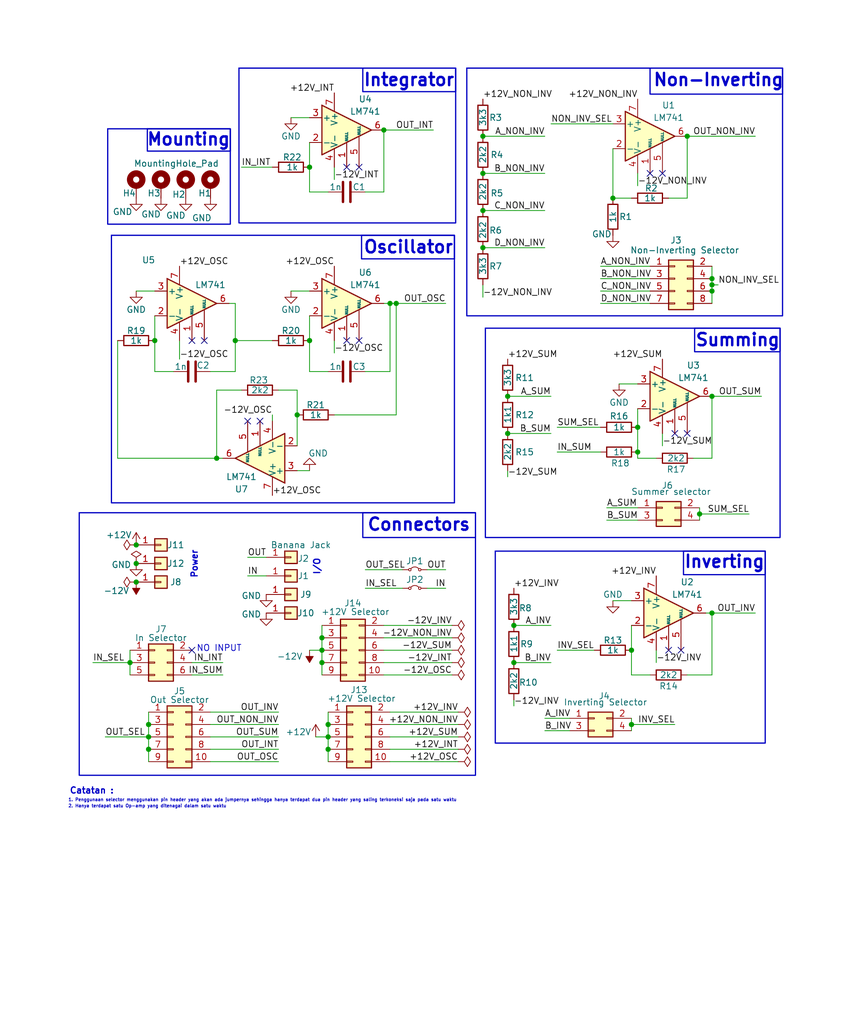
<source format=kicad_sch>
(kicad_sch
	(version 20231120)
	(generator "eeschema")
	(generator_version "8.0")
	(uuid "852c0473-3171-4d62-9000-ddb265adb045")
	(paper "User" 175 210)
	(title_block
		(title "Rangkaian Penguat Op-Amp")
		(date "2024-12-10")
		(rev "2.0")
		(company "Bandung Institute of Technology (ITB)")
		(comment 1 "Bostang Palaguna")
		(comment 2 "Designed by: ")
		(comment 3 "Penguat Inverting, Non-inverting, Penjumlah, Integrator, Rangkaian Osilator")
		(comment 4 "Rangkaian Penguat Operasional EL2101 Praktikum RE ")
	)
	(lib_symbols
		(symbol "Amplifier_Operational:LM741"
			(pin_names
				(offset 0.127)
			)
			(exclude_from_sim no)
			(in_bom yes)
			(on_board yes)
			(property "Reference" "U"
				(at 0 6.35 0)
				(effects
					(font
						(size 1.27 1.27)
					)
					(justify left)
				)
			)
			(property "Value" "LM741"
				(at 0 3.81 0)
				(effects
					(font
						(size 1.27 1.27)
					)
					(justify left)
				)
			)
			(property "Footprint" ""
				(at 1.27 1.27 0)
				(effects
					(font
						(size 1.27 1.27)
					)
					(hide yes)
				)
			)
			(property "Datasheet" "http://www.ti.com/lit/ds/symlink/lm741.pdf"
				(at 3.81 3.81 0)
				(effects
					(font
						(size 1.27 1.27)
					)
					(hide yes)
				)
			)
			(property "Description" "Operational Amplifier, DIP-8/TO-99-8"
				(at 0 0 0)
				(effects
					(font
						(size 1.27 1.27)
					)
					(hide yes)
				)
			)
			(property "ki_keywords" "single opamp"
				(at 0 0 0)
				(effects
					(font
						(size 1.27 1.27)
					)
					(hide yes)
				)
			)
			(property "ki_fp_filters" "SOIC*3.9x4.9mm*P1.27mm* DIP*W7.62mm* TSSOP*3x3mm*P0.65mm*"
				(at 0 0 0)
				(effects
					(font
						(size 1.27 1.27)
					)
					(hide yes)
				)
			)
			(symbol "LM741_0_1"
				(polyline
					(pts
						(xy -5.08 5.08) (xy 5.08 0) (xy -5.08 -5.08) (xy -5.08 5.08)
					)
					(stroke
						(width 0.254)
						(type default)
					)
					(fill
						(type background)
					)
				)
			)
			(symbol "LM741_1_1"
				(pin input line
					(at 0 -7.62 90)
					(length 5.08)
					(name "NULL"
						(effects
							(font
								(size 0.508 0.508)
							)
						)
					)
					(number "1"
						(effects
							(font
								(size 1.27 1.27)
							)
						)
					)
				)
				(pin input line
					(at -7.62 -2.54 0)
					(length 2.54)
					(name "-"
						(effects
							(font
								(size 1.27 1.27)
							)
						)
					)
					(number "2"
						(effects
							(font
								(size 1.27 1.27)
							)
						)
					)
				)
				(pin input line
					(at -7.62 2.54 0)
					(length 2.54)
					(name "+"
						(effects
							(font
								(size 1.27 1.27)
							)
						)
					)
					(number "3"
						(effects
							(font
								(size 1.27 1.27)
							)
						)
					)
				)
				(pin power_in line
					(at -2.54 -7.62 90)
					(length 3.81)
					(name "V-"
						(effects
							(font
								(size 1.27 1.27)
							)
						)
					)
					(number "4"
						(effects
							(font
								(size 1.27 1.27)
							)
						)
					)
				)
				(pin input line
					(at 2.54 -7.62 90)
					(length 6.35)
					(name "NULL"
						(effects
							(font
								(size 0.508 0.508)
							)
						)
					)
					(number "5"
						(effects
							(font
								(size 1.27 1.27)
							)
						)
					)
				)
				(pin output line
					(at 7.62 0 180)
					(length 2.54)
					(name "~"
						(effects
							(font
								(size 1.27 1.27)
							)
						)
					)
					(number "6"
						(effects
							(font
								(size 1.27 1.27)
							)
						)
					)
				)
				(pin power_in line
					(at -2.54 7.62 270)
					(length 3.81)
					(name "V+"
						(effects
							(font
								(size 1.27 1.27)
							)
						)
					)
					(number "7"
						(effects
							(font
								(size 1.27 1.27)
							)
						)
					)
				)
				(pin no_connect line
					(at 0 2.54 270)
					(length 2.54) hide
					(name "NC"
						(effects
							(font
								(size 1.27 1.27)
							)
						)
					)
					(number "8"
						(effects
							(font
								(size 1.27 1.27)
							)
						)
					)
				)
			)
		)
		(symbol "Connector_Generic:Conn_01x01"
			(pin_names
				(offset 1.016) hide)
			(exclude_from_sim no)
			(in_bom yes)
			(on_board yes)
			(property "Reference" "J"
				(at 0 2.54 0)
				(effects
					(font
						(size 1.27 1.27)
					)
				)
			)
			(property "Value" "Conn_01x01"
				(at 0 -2.54 0)
				(effects
					(font
						(size 1.27 1.27)
					)
				)
			)
			(property "Footprint" ""
				(at 0 0 0)
				(effects
					(font
						(size 1.27 1.27)
					)
					(hide yes)
				)
			)
			(property "Datasheet" "~"
				(at 0 0 0)
				(effects
					(font
						(size 1.27 1.27)
					)
					(hide yes)
				)
			)
			(property "Description" "Generic connector, single row, 01x01, script generated (kicad-library-utils/schlib/autogen/connector/)"
				(at 0 0 0)
				(effects
					(font
						(size 1.27 1.27)
					)
					(hide yes)
				)
			)
			(property "ki_keywords" "connector"
				(at 0 0 0)
				(effects
					(font
						(size 1.27 1.27)
					)
					(hide yes)
				)
			)
			(property "ki_fp_filters" "Connector*:*_1x??_*"
				(at 0 0 0)
				(effects
					(font
						(size 1.27 1.27)
					)
					(hide yes)
				)
			)
			(symbol "Conn_01x01_1_1"
				(rectangle
					(start -1.27 0.127)
					(end 0 -0.127)
					(stroke
						(width 0.1524)
						(type default)
					)
					(fill
						(type none)
					)
				)
				(rectangle
					(start -1.27 1.27)
					(end 1.27 -1.27)
					(stroke
						(width 0.254)
						(type default)
					)
					(fill
						(type background)
					)
				)
				(pin passive line
					(at -5.08 0 0)
					(length 3.81)
					(name "Pin_1"
						(effects
							(font
								(size 1.27 1.27)
							)
						)
					)
					(number "1"
						(effects
							(font
								(size 1.27 1.27)
							)
						)
					)
				)
			)
		)
		(symbol "Connector_Generic:Conn_02x02_Odd_Even"
			(pin_names
				(offset 1.016) hide)
			(exclude_from_sim no)
			(in_bom yes)
			(on_board yes)
			(property "Reference" "J"
				(at 1.27 2.54 0)
				(effects
					(font
						(size 1.27 1.27)
					)
				)
			)
			(property "Value" "Conn_02x02_Odd_Even"
				(at 1.27 -5.08 0)
				(effects
					(font
						(size 1.27 1.27)
					)
				)
			)
			(property "Footprint" ""
				(at 0 0 0)
				(effects
					(font
						(size 1.27 1.27)
					)
					(hide yes)
				)
			)
			(property "Datasheet" "~"
				(at 0 0 0)
				(effects
					(font
						(size 1.27 1.27)
					)
					(hide yes)
				)
			)
			(property "Description" "Generic connector, double row, 02x02, odd/even pin numbering scheme (row 1 odd numbers, row 2 even numbers), script generated (kicad-library-utils/schlib/autogen/connector/)"
				(at 0 0 0)
				(effects
					(font
						(size 1.27 1.27)
					)
					(hide yes)
				)
			)
			(property "ki_keywords" "connector"
				(at 0 0 0)
				(effects
					(font
						(size 1.27 1.27)
					)
					(hide yes)
				)
			)
			(property "ki_fp_filters" "Connector*:*_2x??_*"
				(at 0 0 0)
				(effects
					(font
						(size 1.27 1.27)
					)
					(hide yes)
				)
			)
			(symbol "Conn_02x02_Odd_Even_1_1"
				(rectangle
					(start -1.27 -2.413)
					(end 0 -2.667)
					(stroke
						(width 0.1524)
						(type default)
					)
					(fill
						(type none)
					)
				)
				(rectangle
					(start -1.27 0.127)
					(end 0 -0.127)
					(stroke
						(width 0.1524)
						(type default)
					)
					(fill
						(type none)
					)
				)
				(rectangle
					(start -1.27 1.27)
					(end 3.81 -3.81)
					(stroke
						(width 0.254)
						(type default)
					)
					(fill
						(type background)
					)
				)
				(rectangle
					(start 3.81 -2.413)
					(end 2.54 -2.667)
					(stroke
						(width 0.1524)
						(type default)
					)
					(fill
						(type none)
					)
				)
				(rectangle
					(start 3.81 0.127)
					(end 2.54 -0.127)
					(stroke
						(width 0.1524)
						(type default)
					)
					(fill
						(type none)
					)
				)
				(pin passive line
					(at -5.08 0 0)
					(length 3.81)
					(name "Pin_1"
						(effects
							(font
								(size 1.27 1.27)
							)
						)
					)
					(number "1"
						(effects
							(font
								(size 1.27 1.27)
							)
						)
					)
				)
				(pin passive line
					(at 7.62 0 180)
					(length 3.81)
					(name "Pin_2"
						(effects
							(font
								(size 1.27 1.27)
							)
						)
					)
					(number "2"
						(effects
							(font
								(size 1.27 1.27)
							)
						)
					)
				)
				(pin passive line
					(at -5.08 -2.54 0)
					(length 3.81)
					(name "Pin_3"
						(effects
							(font
								(size 1.27 1.27)
							)
						)
					)
					(number "3"
						(effects
							(font
								(size 1.27 1.27)
							)
						)
					)
				)
				(pin passive line
					(at 7.62 -2.54 180)
					(length 3.81)
					(name "Pin_4"
						(effects
							(font
								(size 1.27 1.27)
							)
						)
					)
					(number "4"
						(effects
							(font
								(size 1.27 1.27)
							)
						)
					)
				)
			)
		)
		(symbol "Connector_Generic:Conn_02x03_Odd_Even"
			(pin_names
				(offset 1.016) hide)
			(exclude_from_sim no)
			(in_bom yes)
			(on_board yes)
			(property "Reference" "J"
				(at 1.27 5.08 0)
				(effects
					(font
						(size 1.27 1.27)
					)
				)
			)
			(property "Value" "Conn_02x03_Odd_Even"
				(at 1.27 -5.08 0)
				(effects
					(font
						(size 1.27 1.27)
					)
				)
			)
			(property "Footprint" ""
				(at 0 0 0)
				(effects
					(font
						(size 1.27 1.27)
					)
					(hide yes)
				)
			)
			(property "Datasheet" "~"
				(at 0 0 0)
				(effects
					(font
						(size 1.27 1.27)
					)
					(hide yes)
				)
			)
			(property "Description" "Generic connector, double row, 02x03, odd/even pin numbering scheme (row 1 odd numbers, row 2 even numbers), script generated (kicad-library-utils/schlib/autogen/connector/)"
				(at 0 0 0)
				(effects
					(font
						(size 1.27 1.27)
					)
					(hide yes)
				)
			)
			(property "ki_keywords" "connector"
				(at 0 0 0)
				(effects
					(font
						(size 1.27 1.27)
					)
					(hide yes)
				)
			)
			(property "ki_fp_filters" "Connector*:*_2x??_*"
				(at 0 0 0)
				(effects
					(font
						(size 1.27 1.27)
					)
					(hide yes)
				)
			)
			(symbol "Conn_02x03_Odd_Even_1_1"
				(rectangle
					(start -1.27 -2.413)
					(end 0 -2.667)
					(stroke
						(width 0.1524)
						(type default)
					)
					(fill
						(type none)
					)
				)
				(rectangle
					(start -1.27 0.127)
					(end 0 -0.127)
					(stroke
						(width 0.1524)
						(type default)
					)
					(fill
						(type none)
					)
				)
				(rectangle
					(start -1.27 2.667)
					(end 0 2.413)
					(stroke
						(width 0.1524)
						(type default)
					)
					(fill
						(type none)
					)
				)
				(rectangle
					(start -1.27 3.81)
					(end 3.81 -3.81)
					(stroke
						(width 0.254)
						(type default)
					)
					(fill
						(type background)
					)
				)
				(rectangle
					(start 3.81 -2.413)
					(end 2.54 -2.667)
					(stroke
						(width 0.1524)
						(type default)
					)
					(fill
						(type none)
					)
				)
				(rectangle
					(start 3.81 0.127)
					(end 2.54 -0.127)
					(stroke
						(width 0.1524)
						(type default)
					)
					(fill
						(type none)
					)
				)
				(rectangle
					(start 3.81 2.667)
					(end 2.54 2.413)
					(stroke
						(width 0.1524)
						(type default)
					)
					(fill
						(type none)
					)
				)
				(pin passive line
					(at -5.08 2.54 0)
					(length 3.81)
					(name "Pin_1"
						(effects
							(font
								(size 1.27 1.27)
							)
						)
					)
					(number "1"
						(effects
							(font
								(size 1.27 1.27)
							)
						)
					)
				)
				(pin passive line
					(at 7.62 2.54 180)
					(length 3.81)
					(name "Pin_2"
						(effects
							(font
								(size 1.27 1.27)
							)
						)
					)
					(number "2"
						(effects
							(font
								(size 1.27 1.27)
							)
						)
					)
				)
				(pin passive line
					(at -5.08 0 0)
					(length 3.81)
					(name "Pin_3"
						(effects
							(font
								(size 1.27 1.27)
							)
						)
					)
					(number "3"
						(effects
							(font
								(size 1.27 1.27)
							)
						)
					)
				)
				(pin passive line
					(at 7.62 0 180)
					(length 3.81)
					(name "Pin_4"
						(effects
							(font
								(size 1.27 1.27)
							)
						)
					)
					(number "4"
						(effects
							(font
								(size 1.27 1.27)
							)
						)
					)
				)
				(pin passive line
					(at -5.08 -2.54 0)
					(length 3.81)
					(name "Pin_5"
						(effects
							(font
								(size 1.27 1.27)
							)
						)
					)
					(number "5"
						(effects
							(font
								(size 1.27 1.27)
							)
						)
					)
				)
				(pin passive line
					(at 7.62 -2.54 180)
					(length 3.81)
					(name "Pin_6"
						(effects
							(font
								(size 1.27 1.27)
							)
						)
					)
					(number "6"
						(effects
							(font
								(size 1.27 1.27)
							)
						)
					)
				)
			)
		)
		(symbol "Connector_Generic:Conn_02x04_Odd_Even"
			(pin_names
				(offset 1.016) hide)
			(exclude_from_sim no)
			(in_bom yes)
			(on_board yes)
			(property "Reference" "J"
				(at 1.27 5.08 0)
				(effects
					(font
						(size 1.27 1.27)
					)
				)
			)
			(property "Value" "Conn_02x04_Odd_Even"
				(at 1.27 -7.62 0)
				(effects
					(font
						(size 1.27 1.27)
					)
				)
			)
			(property "Footprint" ""
				(at 0 0 0)
				(effects
					(font
						(size 1.27 1.27)
					)
					(hide yes)
				)
			)
			(property "Datasheet" "~"
				(at 0 0 0)
				(effects
					(font
						(size 1.27 1.27)
					)
					(hide yes)
				)
			)
			(property "Description" "Generic connector, double row, 02x04, odd/even pin numbering scheme (row 1 odd numbers, row 2 even numbers), script generated (kicad-library-utils/schlib/autogen/connector/)"
				(at 0 0 0)
				(effects
					(font
						(size 1.27 1.27)
					)
					(hide yes)
				)
			)
			(property "ki_keywords" "connector"
				(at 0 0 0)
				(effects
					(font
						(size 1.27 1.27)
					)
					(hide yes)
				)
			)
			(property "ki_fp_filters" "Connector*:*_2x??_*"
				(at 0 0 0)
				(effects
					(font
						(size 1.27 1.27)
					)
					(hide yes)
				)
			)
			(symbol "Conn_02x04_Odd_Even_1_1"
				(rectangle
					(start -1.27 -4.953)
					(end 0 -5.207)
					(stroke
						(width 0.1524)
						(type default)
					)
					(fill
						(type none)
					)
				)
				(rectangle
					(start -1.27 -2.413)
					(end 0 -2.667)
					(stroke
						(width 0.1524)
						(type default)
					)
					(fill
						(type none)
					)
				)
				(rectangle
					(start -1.27 0.127)
					(end 0 -0.127)
					(stroke
						(width 0.1524)
						(type default)
					)
					(fill
						(type none)
					)
				)
				(rectangle
					(start -1.27 2.667)
					(end 0 2.413)
					(stroke
						(width 0.1524)
						(type default)
					)
					(fill
						(type none)
					)
				)
				(rectangle
					(start -1.27 3.81)
					(end 3.81 -6.35)
					(stroke
						(width 0.254)
						(type default)
					)
					(fill
						(type background)
					)
				)
				(rectangle
					(start 3.81 -4.953)
					(end 2.54 -5.207)
					(stroke
						(width 0.1524)
						(type default)
					)
					(fill
						(type none)
					)
				)
				(rectangle
					(start 3.81 -2.413)
					(end 2.54 -2.667)
					(stroke
						(width 0.1524)
						(type default)
					)
					(fill
						(type none)
					)
				)
				(rectangle
					(start 3.81 0.127)
					(end 2.54 -0.127)
					(stroke
						(width 0.1524)
						(type default)
					)
					(fill
						(type none)
					)
				)
				(rectangle
					(start 3.81 2.667)
					(end 2.54 2.413)
					(stroke
						(width 0.1524)
						(type default)
					)
					(fill
						(type none)
					)
				)
				(pin passive line
					(at -5.08 2.54 0)
					(length 3.81)
					(name "Pin_1"
						(effects
							(font
								(size 1.27 1.27)
							)
						)
					)
					(number "1"
						(effects
							(font
								(size 1.27 1.27)
							)
						)
					)
				)
				(pin passive line
					(at 7.62 2.54 180)
					(length 3.81)
					(name "Pin_2"
						(effects
							(font
								(size 1.27 1.27)
							)
						)
					)
					(number "2"
						(effects
							(font
								(size 1.27 1.27)
							)
						)
					)
				)
				(pin passive line
					(at -5.08 0 0)
					(length 3.81)
					(name "Pin_3"
						(effects
							(font
								(size 1.27 1.27)
							)
						)
					)
					(number "3"
						(effects
							(font
								(size 1.27 1.27)
							)
						)
					)
				)
				(pin passive line
					(at 7.62 0 180)
					(length 3.81)
					(name "Pin_4"
						(effects
							(font
								(size 1.27 1.27)
							)
						)
					)
					(number "4"
						(effects
							(font
								(size 1.27 1.27)
							)
						)
					)
				)
				(pin passive line
					(at -5.08 -2.54 0)
					(length 3.81)
					(name "Pin_5"
						(effects
							(font
								(size 1.27 1.27)
							)
						)
					)
					(number "5"
						(effects
							(font
								(size 1.27 1.27)
							)
						)
					)
				)
				(pin passive line
					(at 7.62 -2.54 180)
					(length 3.81)
					(name "Pin_6"
						(effects
							(font
								(size 1.27 1.27)
							)
						)
					)
					(number "6"
						(effects
							(font
								(size 1.27 1.27)
							)
						)
					)
				)
				(pin passive line
					(at -5.08 -5.08 0)
					(length 3.81)
					(name "Pin_7"
						(effects
							(font
								(size 1.27 1.27)
							)
						)
					)
					(number "7"
						(effects
							(font
								(size 1.27 1.27)
							)
						)
					)
				)
				(pin passive line
					(at 7.62 -5.08 180)
					(length 3.81)
					(name "Pin_8"
						(effects
							(font
								(size 1.27 1.27)
							)
						)
					)
					(number "8"
						(effects
							(font
								(size 1.27 1.27)
							)
						)
					)
				)
			)
		)
		(symbol "Connector_Generic:Conn_02x05_Odd_Even"
			(pin_names
				(offset 1.016) hide)
			(exclude_from_sim no)
			(in_bom yes)
			(on_board yes)
			(property "Reference" "J"
				(at 1.27 7.62 0)
				(effects
					(font
						(size 1.27 1.27)
					)
				)
			)
			(property "Value" "Conn_02x05_Odd_Even"
				(at 1.27 -7.62 0)
				(effects
					(font
						(size 1.27 1.27)
					)
				)
			)
			(property "Footprint" ""
				(at 0 0 0)
				(effects
					(font
						(size 1.27 1.27)
					)
					(hide yes)
				)
			)
			(property "Datasheet" "~"
				(at 0 0 0)
				(effects
					(font
						(size 1.27 1.27)
					)
					(hide yes)
				)
			)
			(property "Description" "Generic connector, double row, 02x05, odd/even pin numbering scheme (row 1 odd numbers, row 2 even numbers), script generated (kicad-library-utils/schlib/autogen/connector/)"
				(at 0 0 0)
				(effects
					(font
						(size 1.27 1.27)
					)
					(hide yes)
				)
			)
			(property "ki_keywords" "connector"
				(at 0 0 0)
				(effects
					(font
						(size 1.27 1.27)
					)
					(hide yes)
				)
			)
			(property "ki_fp_filters" "Connector*:*_2x??_*"
				(at 0 0 0)
				(effects
					(font
						(size 1.27 1.27)
					)
					(hide yes)
				)
			)
			(symbol "Conn_02x05_Odd_Even_1_1"
				(rectangle
					(start -1.27 -4.953)
					(end 0 -5.207)
					(stroke
						(width 0.1524)
						(type default)
					)
					(fill
						(type none)
					)
				)
				(rectangle
					(start -1.27 -2.413)
					(end 0 -2.667)
					(stroke
						(width 0.1524)
						(type default)
					)
					(fill
						(type none)
					)
				)
				(rectangle
					(start -1.27 0.127)
					(end 0 -0.127)
					(stroke
						(width 0.1524)
						(type default)
					)
					(fill
						(type none)
					)
				)
				(rectangle
					(start -1.27 2.667)
					(end 0 2.413)
					(stroke
						(width 0.1524)
						(type default)
					)
					(fill
						(type none)
					)
				)
				(rectangle
					(start -1.27 5.207)
					(end 0 4.953)
					(stroke
						(width 0.1524)
						(type default)
					)
					(fill
						(type none)
					)
				)
				(rectangle
					(start -1.27 6.35)
					(end 3.81 -6.35)
					(stroke
						(width 0.254)
						(type default)
					)
					(fill
						(type background)
					)
				)
				(rectangle
					(start 3.81 -4.953)
					(end 2.54 -5.207)
					(stroke
						(width 0.1524)
						(type default)
					)
					(fill
						(type none)
					)
				)
				(rectangle
					(start 3.81 -2.413)
					(end 2.54 -2.667)
					(stroke
						(width 0.1524)
						(type default)
					)
					(fill
						(type none)
					)
				)
				(rectangle
					(start 3.81 0.127)
					(end 2.54 -0.127)
					(stroke
						(width 0.1524)
						(type default)
					)
					(fill
						(type none)
					)
				)
				(rectangle
					(start 3.81 2.667)
					(end 2.54 2.413)
					(stroke
						(width 0.1524)
						(type default)
					)
					(fill
						(type none)
					)
				)
				(rectangle
					(start 3.81 5.207)
					(end 2.54 4.953)
					(stroke
						(width 0.1524)
						(type default)
					)
					(fill
						(type none)
					)
				)
				(pin passive line
					(at -5.08 5.08 0)
					(length 3.81)
					(name "Pin_1"
						(effects
							(font
								(size 1.27 1.27)
							)
						)
					)
					(number "1"
						(effects
							(font
								(size 1.27 1.27)
							)
						)
					)
				)
				(pin passive line
					(at 7.62 -5.08 180)
					(length 3.81)
					(name "Pin_10"
						(effects
							(font
								(size 1.27 1.27)
							)
						)
					)
					(number "10"
						(effects
							(font
								(size 1.27 1.27)
							)
						)
					)
				)
				(pin passive line
					(at 7.62 5.08 180)
					(length 3.81)
					(name "Pin_2"
						(effects
							(font
								(size 1.27 1.27)
							)
						)
					)
					(number "2"
						(effects
							(font
								(size 1.27 1.27)
							)
						)
					)
				)
				(pin passive line
					(at -5.08 2.54 0)
					(length 3.81)
					(name "Pin_3"
						(effects
							(font
								(size 1.27 1.27)
							)
						)
					)
					(number "3"
						(effects
							(font
								(size 1.27 1.27)
							)
						)
					)
				)
				(pin passive line
					(at 7.62 2.54 180)
					(length 3.81)
					(name "Pin_4"
						(effects
							(font
								(size 1.27 1.27)
							)
						)
					)
					(number "4"
						(effects
							(font
								(size 1.27 1.27)
							)
						)
					)
				)
				(pin passive line
					(at -5.08 0 0)
					(length 3.81)
					(name "Pin_5"
						(effects
							(font
								(size 1.27 1.27)
							)
						)
					)
					(number "5"
						(effects
							(font
								(size 1.27 1.27)
							)
						)
					)
				)
				(pin passive line
					(at 7.62 0 180)
					(length 3.81)
					(name "Pin_6"
						(effects
							(font
								(size 1.27 1.27)
							)
						)
					)
					(number "6"
						(effects
							(font
								(size 1.27 1.27)
							)
						)
					)
				)
				(pin passive line
					(at -5.08 -2.54 0)
					(length 3.81)
					(name "Pin_7"
						(effects
							(font
								(size 1.27 1.27)
							)
						)
					)
					(number "7"
						(effects
							(font
								(size 1.27 1.27)
							)
						)
					)
				)
				(pin passive line
					(at 7.62 -2.54 180)
					(length 3.81)
					(name "Pin_8"
						(effects
							(font
								(size 1.27 1.27)
							)
						)
					)
					(number "8"
						(effects
							(font
								(size 1.27 1.27)
							)
						)
					)
				)
				(pin passive line
					(at -5.08 -5.08 0)
					(length 3.81)
					(name "Pin_9"
						(effects
							(font
								(size 1.27 1.27)
							)
						)
					)
					(number "9"
						(effects
							(font
								(size 1.27 1.27)
							)
						)
					)
				)
			)
		)
		(symbol "Device:C"
			(pin_numbers hide)
			(pin_names
				(offset 0.254)
			)
			(exclude_from_sim no)
			(in_bom yes)
			(on_board yes)
			(property "Reference" "C"
				(at 0.635 2.54 0)
				(effects
					(font
						(size 1.27 1.27)
					)
					(justify left)
				)
			)
			(property "Value" "C"
				(at 0.635 -2.54 0)
				(effects
					(font
						(size 1.27 1.27)
					)
					(justify left)
				)
			)
			(property "Footprint" ""
				(at 0.9652 -3.81 0)
				(effects
					(font
						(size 1.27 1.27)
					)
					(hide yes)
				)
			)
			(property "Datasheet" "~"
				(at 0 0 0)
				(effects
					(font
						(size 1.27 1.27)
					)
					(hide yes)
				)
			)
			(property "Description" "Unpolarized capacitor"
				(at 0 0 0)
				(effects
					(font
						(size 1.27 1.27)
					)
					(hide yes)
				)
			)
			(property "ki_keywords" "cap capacitor"
				(at 0 0 0)
				(effects
					(font
						(size 1.27 1.27)
					)
					(hide yes)
				)
			)
			(property "ki_fp_filters" "C_*"
				(at 0 0 0)
				(effects
					(font
						(size 1.27 1.27)
					)
					(hide yes)
				)
			)
			(symbol "C_0_1"
				(polyline
					(pts
						(xy -2.032 -0.762) (xy 2.032 -0.762)
					)
					(stroke
						(width 0.508)
						(type default)
					)
					(fill
						(type none)
					)
				)
				(polyline
					(pts
						(xy -2.032 0.762) (xy 2.032 0.762)
					)
					(stroke
						(width 0.508)
						(type default)
					)
					(fill
						(type none)
					)
				)
			)
			(symbol "C_1_1"
				(pin passive line
					(at 0 3.81 270)
					(length 2.794)
					(name "~"
						(effects
							(font
								(size 1.27 1.27)
							)
						)
					)
					(number "1"
						(effects
							(font
								(size 1.27 1.27)
							)
						)
					)
				)
				(pin passive line
					(at 0 -3.81 90)
					(length 2.794)
					(name "~"
						(effects
							(font
								(size 1.27 1.27)
							)
						)
					)
					(number "2"
						(effects
							(font
								(size 1.27 1.27)
							)
						)
					)
				)
			)
		)
		(symbol "Device:R"
			(pin_numbers hide)
			(pin_names
				(offset 0)
			)
			(exclude_from_sim no)
			(in_bom yes)
			(on_board yes)
			(property "Reference" "R"
				(at 2.032 0 90)
				(effects
					(font
						(size 1.27 1.27)
					)
				)
			)
			(property "Value" "R"
				(at 0 0 90)
				(effects
					(font
						(size 1.27 1.27)
					)
				)
			)
			(property "Footprint" ""
				(at -1.778 0 90)
				(effects
					(font
						(size 1.27 1.27)
					)
					(hide yes)
				)
			)
			(property "Datasheet" "~"
				(at 0 0 0)
				(effects
					(font
						(size 1.27 1.27)
					)
					(hide yes)
				)
			)
			(property "Description" "Resistor"
				(at 0 0 0)
				(effects
					(font
						(size 1.27 1.27)
					)
					(hide yes)
				)
			)
			(property "ki_keywords" "R res resistor"
				(at 0 0 0)
				(effects
					(font
						(size 1.27 1.27)
					)
					(hide yes)
				)
			)
			(property "ki_fp_filters" "R_*"
				(at 0 0 0)
				(effects
					(font
						(size 1.27 1.27)
					)
					(hide yes)
				)
			)
			(symbol "R_0_1"
				(rectangle
					(start -1.016 -2.54)
					(end 1.016 2.54)
					(stroke
						(width 0.254)
						(type default)
					)
					(fill
						(type none)
					)
				)
			)
			(symbol "R_1_1"
				(pin passive line
					(at 0 3.81 270)
					(length 1.27)
					(name "~"
						(effects
							(font
								(size 1.27 1.27)
							)
						)
					)
					(number "1"
						(effects
							(font
								(size 1.27 1.27)
							)
						)
					)
				)
				(pin passive line
					(at 0 -3.81 90)
					(length 1.27)
					(name "~"
						(effects
							(font
								(size 1.27 1.27)
							)
						)
					)
					(number "2"
						(effects
							(font
								(size 1.27 1.27)
							)
						)
					)
				)
			)
		)
		(symbol "Jumper:Jumper_2_Small_Bridged"
			(pin_numbers hide)
			(pin_names
				(offset 0) hide)
			(exclude_from_sim yes)
			(in_bom yes)
			(on_board yes)
			(property "Reference" "JP"
				(at 0 2.032 0)
				(effects
					(font
						(size 1.27 1.27)
					)
				)
			)
			(property "Value" "Jumper_2_Small_Bridged"
				(at 0 -2.286 0)
				(effects
					(font
						(size 1.27 1.27)
					)
				)
			)
			(property "Footprint" ""
				(at 0 0 0)
				(effects
					(font
						(size 1.27 1.27)
					)
					(hide yes)
				)
			)
			(property "Datasheet" "~"
				(at 0 0 0)
				(effects
					(font
						(size 1.27 1.27)
					)
					(hide yes)
				)
			)
			(property "Description" "Jumper, 2-pole, small symbol, bridged"
				(at 0 0 0)
				(effects
					(font
						(size 1.27 1.27)
					)
					(hide yes)
				)
			)
			(property "ki_keywords" "Jumper SPST"
				(at 0 0 0)
				(effects
					(font
						(size 1.27 1.27)
					)
					(hide yes)
				)
			)
			(property "ki_fp_filters" "Jumper* TestPoint*2Pads* TestPoint*Bridge*"
				(at 0 0 0)
				(effects
					(font
						(size 1.27 1.27)
					)
					(hide yes)
				)
			)
			(symbol "Jumper_2_Small_Bridged_0_0"
				(circle
					(center -1.016 0)
					(radius 0.254)
					(stroke
						(width 0)
						(type default)
					)
					(fill
						(type none)
					)
				)
				(circle
					(center 1.016 0)
					(radius 0.254)
					(stroke
						(width 0)
						(type default)
					)
					(fill
						(type none)
					)
				)
			)
			(symbol "Jumper_2_Small_Bridged_0_1"
				(arc
					(start 0.762 0.254)
					(mid 0 0.5696)
					(end -0.762 0.254)
					(stroke
						(width 0)
						(type default)
					)
					(fill
						(type none)
					)
				)
			)
			(symbol "Jumper_2_Small_Bridged_1_1"
				(pin passive line
					(at -2.54 0 0)
					(length 1.27)
					(name "A"
						(effects
							(font
								(size 1.27 1.27)
							)
						)
					)
					(number "1"
						(effects
							(font
								(size 1.27 1.27)
							)
						)
					)
				)
				(pin passive line
					(at 2.54 0 180)
					(length 1.27)
					(name "B"
						(effects
							(font
								(size 1.27 1.27)
							)
						)
					)
					(number "2"
						(effects
							(font
								(size 1.27 1.27)
							)
						)
					)
				)
			)
		)
		(symbol "Mechanical:MountingHole_Pad"
			(pin_numbers hide)
			(pin_names
				(offset 1.016) hide)
			(exclude_from_sim no)
			(in_bom yes)
			(on_board yes)
			(property "Reference" "H"
				(at 0 6.35 0)
				(effects
					(font
						(size 1.27 1.27)
					)
				)
			)
			(property "Value" "MountingHole_Pad"
				(at 0 4.445 0)
				(effects
					(font
						(size 1.27 1.27)
					)
				)
			)
			(property "Footprint" ""
				(at 0 0 0)
				(effects
					(font
						(size 1.27 1.27)
					)
					(hide yes)
				)
			)
			(property "Datasheet" "~"
				(at 0 0 0)
				(effects
					(font
						(size 1.27 1.27)
					)
					(hide yes)
				)
			)
			(property "Description" "Mounting Hole with connection"
				(at 0 0 0)
				(effects
					(font
						(size 1.27 1.27)
					)
					(hide yes)
				)
			)
			(property "ki_keywords" "mounting hole"
				(at 0 0 0)
				(effects
					(font
						(size 1.27 1.27)
					)
					(hide yes)
				)
			)
			(property "ki_fp_filters" "MountingHole*Pad*"
				(at 0 0 0)
				(effects
					(font
						(size 1.27 1.27)
					)
					(hide yes)
				)
			)
			(symbol "MountingHole_Pad_0_1"
				(circle
					(center 0 1.27)
					(radius 1.27)
					(stroke
						(width 1.27)
						(type default)
					)
					(fill
						(type none)
					)
				)
			)
			(symbol "MountingHole_Pad_1_1"
				(pin input line
					(at 0 -2.54 90)
					(length 2.54)
					(name "1"
						(effects
							(font
								(size 1.27 1.27)
							)
						)
					)
					(number "1"
						(effects
							(font
								(size 1.27 1.27)
							)
						)
					)
				)
			)
		)
		(symbol "power:+12V"
			(power)
			(pin_names
				(offset 0)
			)
			(exclude_from_sim no)
			(in_bom yes)
			(on_board yes)
			(property "Reference" "#PWR"
				(at 0 -3.81 0)
				(effects
					(font
						(size 1.27 1.27)
					)
					(hide yes)
				)
			)
			(property "Value" "+12V"
				(at 0 3.556 0)
				(effects
					(font
						(size 1.27 1.27)
					)
				)
			)
			(property "Footprint" ""
				(at 0 0 0)
				(effects
					(font
						(size 1.27 1.27)
					)
					(hide yes)
				)
			)
			(property "Datasheet" ""
				(at 0 0 0)
				(effects
					(font
						(size 1.27 1.27)
					)
					(hide yes)
				)
			)
			(property "Description" "Power symbol creates a global label with name \"+12V\""
				(at 0 0 0)
				(effects
					(font
						(size 1.27 1.27)
					)
					(hide yes)
				)
			)
			(property "ki_keywords" "global power"
				(at 0 0 0)
				(effects
					(font
						(size 1.27 1.27)
					)
					(hide yes)
				)
			)
			(symbol "+12V_0_1"
				(polyline
					(pts
						(xy -0.762 1.27) (xy 0 2.54)
					)
					(stroke
						(width 0)
						(type default)
					)
					(fill
						(type none)
					)
				)
				(polyline
					(pts
						(xy 0 0) (xy 0 2.54)
					)
					(stroke
						(width 0)
						(type default)
					)
					(fill
						(type none)
					)
				)
				(polyline
					(pts
						(xy 0 2.54) (xy 0.762 1.27)
					)
					(stroke
						(width 0)
						(type default)
					)
					(fill
						(type none)
					)
				)
			)
			(symbol "+12V_1_1"
				(pin power_in line
					(at 0 0 90)
					(length 0) hide
					(name "+12V"
						(effects
							(font
								(size 1.27 1.27)
							)
						)
					)
					(number "1"
						(effects
							(font
								(size 1.27 1.27)
							)
						)
					)
				)
			)
		)
		(symbol "power:-12V"
			(power)
			(pin_names
				(offset 0)
			)
			(exclude_from_sim no)
			(in_bom yes)
			(on_board yes)
			(property "Reference" "#PWR"
				(at 0 2.54 0)
				(effects
					(font
						(size 1.27 1.27)
					)
					(hide yes)
				)
			)
			(property "Value" "-12V"
				(at 0 3.81 0)
				(effects
					(font
						(size 1.27 1.27)
					)
				)
			)
			(property "Footprint" ""
				(at 0 0 0)
				(effects
					(font
						(size 1.27 1.27)
					)
					(hide yes)
				)
			)
			(property "Datasheet" ""
				(at 0 0 0)
				(effects
					(font
						(size 1.27 1.27)
					)
					(hide yes)
				)
			)
			(property "Description" "Power symbol creates a global label with name \"-12V\""
				(at 0 0 0)
				(effects
					(font
						(size 1.27 1.27)
					)
					(hide yes)
				)
			)
			(property "ki_keywords" "global power"
				(at 0 0 0)
				(effects
					(font
						(size 1.27 1.27)
					)
					(hide yes)
				)
			)
			(symbol "-12V_0_0"
				(pin power_in line
					(at 0 0 90)
					(length 0) hide
					(name "-12V"
						(effects
							(font
								(size 1.27 1.27)
							)
						)
					)
					(number "1"
						(effects
							(font
								(size 1.27 1.27)
							)
						)
					)
				)
			)
			(symbol "-12V_0_1"
				(polyline
					(pts
						(xy 0 0) (xy 0 1.27) (xy 0.762 1.27) (xy 0 2.54) (xy -0.762 1.27) (xy 0 1.27)
					)
					(stroke
						(width 0)
						(type default)
					)
					(fill
						(type outline)
					)
				)
			)
		)
		(symbol "power:GND"
			(power)
			(pin_names
				(offset 0)
			)
			(exclude_from_sim no)
			(in_bom yes)
			(on_board yes)
			(property "Reference" "#PWR"
				(at 0 -6.35 0)
				(effects
					(font
						(size 1.27 1.27)
					)
					(hide yes)
				)
			)
			(property "Value" "GND"
				(at 0 -3.81 0)
				(effects
					(font
						(size 1.27 1.27)
					)
				)
			)
			(property "Footprint" ""
				(at 0 0 0)
				(effects
					(font
						(size 1.27 1.27)
					)
					(hide yes)
				)
			)
			(property "Datasheet" ""
				(at 0 0 0)
				(effects
					(font
						(size 1.27 1.27)
					)
					(hide yes)
				)
			)
			(property "Description" "Power symbol creates a global label with name \"GND\" , ground"
				(at 0 0 0)
				(effects
					(font
						(size 1.27 1.27)
					)
					(hide yes)
				)
			)
			(property "ki_keywords" "global power"
				(at 0 0 0)
				(effects
					(font
						(size 1.27 1.27)
					)
					(hide yes)
				)
			)
			(symbol "GND_0_1"
				(polyline
					(pts
						(xy 0 0) (xy 0 -1.27) (xy 1.27 -1.27) (xy 0 -2.54) (xy -1.27 -1.27) (xy 0 -1.27)
					)
					(stroke
						(width 0)
						(type default)
					)
					(fill
						(type none)
					)
				)
			)
			(symbol "GND_1_1"
				(pin power_in line
					(at 0 0 270)
					(length 0) hide
					(name "GND"
						(effects
							(font
								(size 1.27 1.27)
							)
						)
					)
					(number "1"
						(effects
							(font
								(size 1.27 1.27)
							)
						)
					)
				)
			)
		)
		(symbol "power:PWR_FLAG"
			(power)
			(pin_numbers hide)
			(pin_names
				(offset 0) hide)
			(exclude_from_sim no)
			(in_bom yes)
			(on_board yes)
			(property "Reference" "#FLG"
				(at 0 1.905 0)
				(effects
					(font
						(size 1.27 1.27)
					)
					(hide yes)
				)
			)
			(property "Value" "PWR_FLAG"
				(at 0 3.81 0)
				(effects
					(font
						(size 1.27 1.27)
					)
				)
			)
			(property "Footprint" ""
				(at 0 0 0)
				(effects
					(font
						(size 1.27 1.27)
					)
					(hide yes)
				)
			)
			(property "Datasheet" "~"
				(at 0 0 0)
				(effects
					(font
						(size 1.27 1.27)
					)
					(hide yes)
				)
			)
			(property "Description" "Special symbol for telling ERC where power comes from"
				(at 0 0 0)
				(effects
					(font
						(size 1.27 1.27)
					)
					(hide yes)
				)
			)
			(property "ki_keywords" "flag power"
				(at 0 0 0)
				(effects
					(font
						(size 1.27 1.27)
					)
					(hide yes)
				)
			)
			(symbol "PWR_FLAG_0_0"
				(pin power_out line
					(at 0 0 90)
					(length 0)
					(name "~"
						(effects
							(font
								(size 1.27 1.27)
							)
						)
					)
					(number "1"
						(effects
							(font
								(size 1.27 1.27)
							)
						)
					)
				)
			)
			(symbol "PWR_FLAG_0_1"
				(polyline
					(pts
						(xy 0 0) (xy 0 1.27) (xy -1.016 1.905) (xy 0 2.54) (xy 1.016 1.905) (xy 0 1.27)
					)
					(stroke
						(width 0)
						(type default)
					)
					(fill
						(type none)
					)
				)
			)
		)
	)
	(junction
		(at 31.75 69.85)
		(diameter 0)
		(color 0 0 0 0)
		(uuid "10ab2915-3b04-459e-875b-dea57f51c04f")
	)
	(junction
		(at 130.81 87.63)
		(diameter 0)
		(color 0 0 0 0)
		(uuid "12b1e48e-8806-49d5-a532-03ff7ab62b7e")
	)
	(junction
		(at 143.51 105.41)
		(diameter 0)
		(color 0 0 0 0)
		(uuid "232c411d-3903-48f8-8044-d0ffe6a7ba20")
	)
	(junction
		(at 104.14 88.9)
		(diameter 0)
		(color 0 0 0 0)
		(uuid "2486ed42-4635-4922-9faf-8c02eb18fbb5")
	)
	(junction
		(at 66.04 135.89)
		(diameter 0)
		(color 0 0 0 0)
		(uuid "26c1dfac-879a-47d6-a1ab-4b814fd912d7")
	)
	(junction
		(at 60.96 85.09)
		(diameter 0)
		(color 0 0 0 0)
		(uuid "2d1cbe0b-d821-416c-82a2-1bf82131f483")
	)
	(junction
		(at 130.81 92.71)
		(diameter 0)
		(color 0 0 0 0)
		(uuid "43cdc2f3-00a8-45dc-b527-6c4c956ef352")
	)
	(junction
		(at 146.05 125.73)
		(diameter 0)
		(color 0 0 0 0)
		(uuid "49c5af9c-b307-45cb-bd65-0cda4d3e5ac5")
	)
	(junction
		(at 78.74 26.67)
		(diameter 0)
		(color 0 0 0 0)
		(uuid "5d4848ed-e774-4bcb-a372-baf742efb13e")
	)
	(junction
		(at 146.05 57.15)
		(diameter 0)
		(color 0 0 0 0)
		(uuid "63268456-e262-491d-869f-05903c5b490e")
	)
	(junction
		(at 27.94 115.57)
		(diameter 0)
		(color 0 0 0 0)
		(uuid "76303b9e-6174-4647-9f09-043fb1b96c1a")
	)
	(junction
		(at 67.31 148.59)
		(diameter 0)
		(color 0 0 0 0)
		(uuid "7ec59e5c-25b0-40e4-94b0-9aef2a300056")
	)
	(junction
		(at 81.28 62.23)
		(diameter 0)
		(color 0 0 0 0)
		(uuid "896a14f6-015c-47a0-bb18-8e41e9e4fc18")
	)
	(junction
		(at 67.31 151.13)
		(diameter 0)
		(color 0 0 0 0)
		(uuid "8eab6141-80db-4aa9-832b-4f63ad6a6604")
	)
	(junction
		(at 99.06 43.18)
		(diameter 0)
		(color 0 0 0 0)
		(uuid "8f13d3db-ce62-4867-ae58-6722a0de074f")
	)
	(junction
		(at 99.06 50.8)
		(diameter 0)
		(color 0 0 0 0)
		(uuid "944ce8dc-454d-4176-8fd6-3a738743b329")
	)
	(junction
		(at 44.45 93.98)
		(diameter 0)
		(color 0 0 0 0)
		(uuid "a64dce80-5f0e-493a-98b9-2450420cbacd")
	)
	(junction
		(at 146.05 58.42)
		(diameter 0)
		(color 0 0 0 0)
		(uuid "a7cd160c-23de-4675-9888-1ba64780f4a8")
	)
	(junction
		(at 63.5 69.85)
		(diameter 0)
		(color 0 0 0 0)
		(uuid "a854bada-0336-4384-a967-f73732433cd1")
	)
	(junction
		(at 67.31 153.67)
		(diameter 0)
		(color 0 0 0 0)
		(uuid "a9a6d5d6-3267-4c52-9ea0-62b1826cd8e0")
	)
	(junction
		(at 80.01 62.23)
		(diameter 0)
		(color 0 0 0 0)
		(uuid "ac94030a-4f13-4641-bf09-f98e8a7cfe77")
	)
	(junction
		(at 27.94 119.38)
		(diameter 0)
		(color 0 0 0 0)
		(uuid "b08c1560-af57-42b7-882d-5726495b09f0")
	)
	(junction
		(at 129.54 133.35)
		(diameter 0)
		(color 0 0 0 0)
		(uuid "b0e3b4bd-5111-40da-ae0f-b3ae0977d471")
	)
	(junction
		(at 66.04 130.81)
		(diameter 0)
		(color 0 0 0 0)
		(uuid "b11c2b27-5aab-410c-ac71-1e5e445a919e")
	)
	(junction
		(at 99.06 35.56)
		(diameter 0)
		(color 0 0 0 0)
		(uuid "b2ee32d0-f7d9-435c-bd8a-8090b96eb906")
	)
	(junction
		(at 27.94 111.76)
		(diameter 0)
		(color 0 0 0 0)
		(uuid "b8c945c4-fe86-40da-9017-7eb1440cb979")
	)
	(junction
		(at 146.05 59.69)
		(diameter 0)
		(color 0 0 0 0)
		(uuid "bb1d122d-695b-41ca-ae6b-2c248581654c")
	)
	(junction
		(at 129.54 148.59)
		(diameter 0)
		(color 0 0 0 0)
		(uuid "bc90032e-916a-4ebc-898e-463daf674edb")
	)
	(junction
		(at 99.06 27.94)
		(diameter 0)
		(color 0 0 0 0)
		(uuid "c3bdab0c-8d89-46e8-8aba-e83fb36565cd")
	)
	(junction
		(at 48.26 69.85)
		(diameter 0)
		(color 0 0 0 0)
		(uuid "c6a9a265-be1e-4494-a8e1-988a31c85b7d")
	)
	(junction
		(at 30.48 151.13)
		(diameter 0)
		(color 0 0 0 0)
		(uuid "cfa21a48-7077-4707-a670-6a07ff5b4e9a")
	)
	(junction
		(at 105.41 128.27)
		(diameter 0)
		(color 0 0 0 0)
		(uuid "d1ed0b9e-01cd-4d0d-b2d5-38244a69d4f0")
	)
	(junction
		(at 105.41 135.89)
		(diameter 0)
		(color 0 0 0 0)
		(uuid "d5bda359-9dd0-41ed-87ff-119cbe259903")
	)
	(junction
		(at 66.04 133.35)
		(diameter 0)
		(color 0 0 0 0)
		(uuid "dd0b54c9-40f8-4f5c-98a6-5b5271a7af3d")
	)
	(junction
		(at 125.73 40.64)
		(diameter 0)
		(color 0 0 0 0)
		(uuid "e0fbd286-ab7d-4fc4-a9c1-1b546d4a7d0b")
	)
	(junction
		(at 30.48 153.67)
		(diameter 0)
		(color 0 0 0 0)
		(uuid "e93b3f31-5b0b-41e2-a5b2-3bd8ee19674a")
	)
	(junction
		(at 140.97 27.94)
		(diameter 0)
		(color 0 0 0 0)
		(uuid "ecd89f90-78e3-4f83-95a1-1feec63e3478")
	)
	(junction
		(at 63.5 34.29)
		(diameter 0)
		(color 0 0 0 0)
		(uuid "f119c85a-0a31-47f2-ae23-131e37fd507f")
	)
	(junction
		(at 30.48 148.59)
		(diameter 0)
		(color 0 0 0 0)
		(uuid "f3acef60-6cd0-4ee1-bedf-67ed982c9660")
	)
	(junction
		(at 26.67 135.89)
		(diameter 0)
		(color 0 0 0 0)
		(uuid "f45bb27f-745f-47ed-bb37-1e8919381e0c")
	)
	(junction
		(at 146.05 81.28)
		(diameter 0)
		(color 0 0 0 0)
		(uuid "fd82a290-c50c-48f1-8552-f9ad6bbb79e9")
	)
	(junction
		(at 104.14 81.28)
		(diameter 0)
		(color 0 0 0 0)
		(uuid "ffda3c84-31fa-4f2d-9462-9078b5d006ad")
	)
	(no_connect
		(at 137.16 133.35)
		(uuid "3ce33b2d-28dd-41a5-9378-9c26abfe3639")
	)
	(no_connect
		(at 73.66 34.29)
		(uuid "56f89048-d5c2-464a-ac1c-0d3c83969746")
	)
	(no_connect
		(at 71.12 69.85)
		(uuid "5b9c166d-8c0a-41c2-b4d4-19f079ac16bd")
	)
	(no_connect
		(at 53.34 86.36)
		(uuid "8cfb0e02-0f53-4080-85bc-59460360c739")
	)
	(no_connect
		(at 41.91 69.85)
		(uuid "93834673-50df-4967-9651-e58958fa229d")
	)
	(no_connect
		(at 140.97 88.9)
		(uuid "a4705562-11d3-4822-88a2-0d86dfd1150a")
	)
	(no_connect
		(at 135.89 35.56)
		(uuid "a4c15286-87ea-4cc3-af8e-1d62945b3816")
	)
	(no_connect
		(at 138.43 88.9)
		(uuid "a869a700-e6b6-4f75-a167-f604e5253d82")
	)
	(no_connect
		(at 133.35 35.56)
		(uuid "c9c6b814-dfa3-4aa9-9b4c-af1212e5f502")
	)
	(no_connect
		(at 71.12 34.29)
		(uuid "ca520dcb-d868-416b-a1c0-c42fffc2823d")
	)
	(no_connect
		(at 39.37 69.85)
		(uuid "cccef73a-daac-459a-8a84-550496e59b4e")
	)
	(no_connect
		(at 139.7 133.35)
		(uuid "e9a41984-0f1a-4907-b25f-9eb65deb9a16")
	)
	(no_connect
		(at 39.37 133.35)
		(uuid "ebab80d0-d6b6-4e8b-a0bb-a4cc8df929e2")
	)
	(no_connect
		(at 50.8 86.36)
		(uuid "efa468a6-346f-478b-abc1-6459677d89cc")
	)
	(no_connect
		(at 73.66 69.85)
		(uuid "f4e619c6-276c-44b8-9b80-6292b4641a9c")
	)
	(wire
		(pts
			(xy 48.26 76.2) (xy 43.18 76.2)
		)
		(stroke
			(width 0)
			(type default)
		)
		(uuid "01d84406-003c-4ad3-acd1-2f01de0f6258")
	)
	(wire
		(pts
			(xy 67.31 146.05) (xy 67.31 148.59)
		)
		(stroke
			(width 0)
			(type default)
		)
		(uuid "032b74fc-1b68-489f-b75e-c5fb099358c7")
	)
	(wire
		(pts
			(xy 104.14 97.79) (xy 104.14 96.52)
		)
		(stroke
			(width 0)
			(type default)
		)
		(uuid "05a26265-a1fe-4e57-9fa9-ccfb1261322f")
	)
	(wire
		(pts
			(xy 45.72 138.43) (xy 39.37 138.43)
		)
		(stroke
			(width 0)
			(type default)
		)
		(uuid "06296ee2-324a-475b-9350-289cc2cb58e4")
	)
	(wire
		(pts
			(xy 31.75 64.77) (xy 31.75 69.85)
		)
		(stroke
			(width 0)
			(type default)
		)
		(uuid "0649ab51-65cb-4d87-a362-cf83dc263ed0")
	)
	(wire
		(pts
			(xy 129.54 138.43) (xy 133.35 138.43)
		)
		(stroke
			(width 0)
			(type default)
		)
		(uuid "07d16cbe-f8d6-49ed-9038-07876c143b53")
	)
	(wire
		(pts
			(xy 93.98 153.67) (xy 80.01 153.67)
		)
		(stroke
			(width 0)
			(type default)
		)
		(uuid "0944659c-a14d-4804-9c51-6f9b0d181bbd")
	)
	(wire
		(pts
			(xy 24.13 69.85) (xy 24.13 93.98)
		)
		(stroke
			(width 0)
			(type default)
		)
		(uuid "09c2b010-e1d7-40bb-88b3-3e1e6e7323bc")
	)
	(wire
		(pts
			(xy 129.54 147.32) (xy 129.54 148.59)
		)
		(stroke
			(width 0)
			(type default)
		)
		(uuid "0ae399da-c768-46e7-ab03-ab03953a2dbb")
	)
	(wire
		(pts
			(xy 67.31 148.59) (xy 67.31 151.13)
		)
		(stroke
			(width 0)
			(type default)
		)
		(uuid "0c459bc4-f591-4f3c-b7d9-9376cf594c0d")
	)
	(wire
		(pts
			(xy 57.15 153.67) (xy 43.18 153.67)
		)
		(stroke
			(width 0)
			(type default)
		)
		(uuid "10161018-2b41-4588-b883-c53d46e42cfb")
	)
	(wire
		(pts
			(xy 146.05 58.42) (xy 147.32 58.42)
		)
		(stroke
			(width 0)
			(type default)
		)
		(uuid "1052f9f3-023b-4ab5-a54b-cdb8d54e1940")
	)
	(wire
		(pts
			(xy 114.3 133.35) (xy 121.92 133.35)
		)
		(stroke
			(width 0)
			(type default)
		)
		(uuid "10e8b71a-9c2f-4407-be8a-a1647ae19363")
	)
	(wire
		(pts
			(xy 111.76 35.56) (xy 99.06 35.56)
		)
		(stroke
			(width 0)
			(type default)
		)
		(uuid "1299f445-27ff-46af-8422-c2bae2510a80")
	)
	(wire
		(pts
			(xy 59.69 59.69) (xy 63.5 59.69)
		)
		(stroke
			(width 0)
			(type default)
		)
		(uuid "141209b2-0343-40dc-a685-49c847f57078")
	)
	(wire
		(pts
			(xy 93.98 148.59) (xy 80.01 148.59)
		)
		(stroke
			(width 0)
			(type default)
		)
		(uuid "14178358-57c0-4e01-9090-336f1ea635e2")
	)
	(wire
		(pts
			(xy 59.69 24.13) (xy 63.5 24.13)
		)
		(stroke
			(width 0)
			(type default)
		)
		(uuid "150b455e-b2e7-47d5-b01d-ccc384a5a2f9")
	)
	(wire
		(pts
			(xy 123.19 54.61) (xy 133.35 54.61)
		)
		(stroke
			(width 0)
			(type default)
		)
		(uuid "1559ae71-b1a7-4e60-b550-4a01d06ef5e3")
	)
	(wire
		(pts
			(xy 81.28 62.23) (xy 91.44 62.23)
		)
		(stroke
			(width 0)
			(type default)
		)
		(uuid "15acf068-107d-44c2-aeb7-23d44112c4d8")
	)
	(wire
		(pts
			(xy 124.46 106.68) (xy 130.81 106.68)
		)
		(stroke
			(width 0)
			(type default)
		)
		(uuid "1cf0e73c-9940-495e-b0b3-5c8832645b86")
	)
	(wire
		(pts
			(xy 26.67 133.35) (xy 26.67 135.89)
		)
		(stroke
			(width 0)
			(type default)
		)
		(uuid "1d345358-76ae-4c63-8be6-5f266e3ec8ca")
	)
	(wire
		(pts
			(xy 67.31 151.13) (xy 67.31 153.67)
		)
		(stroke
			(width 0)
			(type default)
		)
		(uuid "1dfa8f84-7da0-4b8b-9633-697f9ed91eee")
	)
	(wire
		(pts
			(xy 57.15 156.21) (xy 43.18 156.21)
		)
		(stroke
			(width 0)
			(type default)
		)
		(uuid "1f3188e4-89bf-4fff-8026-768292bff802")
	)
	(wire
		(pts
			(xy 146.05 125.73) (xy 154.94 125.73)
		)
		(stroke
			(width 0)
			(type default)
		)
		(uuid "237bf9e2-e2a0-49fb-af6d-40bb913c07b8")
	)
	(wire
		(pts
			(xy 63.5 34.29) (xy 63.5 39.37)
		)
		(stroke
			(width 0)
			(type default)
		)
		(uuid "26494899-4cd3-41d6-b12f-a49c7ff1e144")
	)
	(wire
		(pts
			(xy 44.45 80.01) (xy 49.53 80.01)
		)
		(stroke
			(width 0)
			(type default)
		)
		(uuid "272cbcb7-2724-4622-997f-6d170a2b9966")
	)
	(wire
		(pts
			(xy 113.03 25.4) (xy 125.73 25.4)
		)
		(stroke
			(width 0)
			(type default)
		)
		(uuid "274c88a8-650c-45ca-b514-e6a72a6b4826")
	)
	(wire
		(pts
			(xy 66.04 130.81) (xy 66.04 133.35)
		)
		(stroke
			(width 0)
			(type default)
		)
		(uuid "27e09750-5844-4b01-b943-391f7a6a1578")
	)
	(wire
		(pts
			(xy 140.97 40.64) (xy 137.16 40.64)
		)
		(stroke
			(width 0)
			(type default)
		)
		(uuid "2c0c7ea9-901b-4332-b7f8-24811982f638")
	)
	(wire
		(pts
			(xy 63.5 76.2) (xy 67.31 76.2)
		)
		(stroke
			(width 0)
			(type default)
		)
		(uuid "2c84be2b-eb5f-418c-a91f-4e8cd277c790")
	)
	(wire
		(pts
			(xy 130.81 38.1) (xy 130.81 35.56)
		)
		(stroke
			(width 0)
			(type default)
		)
		(uuid "2cdeb6fe-ebff-44dc-91a7-56181fd91108")
	)
	(wire
		(pts
			(xy 74.93 116.84) (xy 82.55 116.84)
		)
		(stroke
			(width 0)
			(type default)
		)
		(uuid "2e104d3f-1b8f-4df8-ad8e-78e12edbde84")
	)
	(wire
		(pts
			(xy 63.5 64.77) (xy 63.5 69.85)
		)
		(stroke
			(width 0)
			(type default)
		)
		(uuid "3559878b-121b-4b65-a57d-6e3f982203ba")
	)
	(wire
		(pts
			(xy 63.5 133.35) (xy 66.04 133.35)
		)
		(stroke
			(width 0)
			(type default)
		)
		(uuid "36c4089a-3c44-43ca-a40e-b32114adfd9a")
	)
	(wire
		(pts
			(xy 129.54 133.35) (xy 129.54 138.43)
		)
		(stroke
			(width 0)
			(type default)
		)
		(uuid "37da3277-0192-4850-b084-6576040f91e7")
	)
	(wire
		(pts
			(xy 146.05 138.43) (xy 140.97 138.43)
		)
		(stroke
			(width 0)
			(type default)
		)
		(uuid "386bf89e-ef99-41e6-be88-e568cea578a3")
	)
	(wire
		(pts
			(xy 140.97 27.94) (xy 154.94 27.94)
		)
		(stroke
			(width 0)
			(type default)
		)
		(uuid "3d102a7f-dfe8-42d4-bc59-8fc10e21daa5")
	)
	(wire
		(pts
			(xy 57.15 148.59) (xy 43.18 148.59)
		)
		(stroke
			(width 0)
			(type default)
		)
		(uuid "406d5799-3ea5-4d53-88b8-60a09297cf93")
	)
	(wire
		(pts
			(xy 113.03 88.9) (xy 104.14 88.9)
		)
		(stroke
			(width 0)
			(type default)
		)
		(uuid "407f7b3b-9bab-4c9c-b4ee-564c14ee6bec")
	)
	(wire
		(pts
			(xy 138.43 148.59) (xy 129.54 148.59)
		)
		(stroke
			(width 0)
			(type default)
		)
		(uuid "41fd7fc8-d6b6-4454-8db3-b5d53db8388b")
	)
	(wire
		(pts
			(xy 143.51 105.41) (xy 143.51 106.68)
		)
		(stroke
			(width 0)
			(type default)
		)
		(uuid "43a66fb7-d857-4d2f-a902-276291e7f35e")
	)
	(wire
		(pts
			(xy 135.89 91.44) (xy 135.89 88.9)
		)
		(stroke
			(width 0)
			(type default)
		)
		(uuid "45658dd7-98b8-44be-9c48-d6a38bafbdfd")
	)
	(wire
		(pts
			(xy 114.3 92.71) (xy 123.19 92.71)
		)
		(stroke
			(width 0)
			(type default)
		)
		(uuid "457e5824-807a-42ea-b975-99e166314bc6")
	)
	(wire
		(pts
			(xy 24.13 93.98) (xy 44.45 93.98)
		)
		(stroke
			(width 0)
			(type default)
		)
		(uuid "47e4012c-fb6a-48de-a12e-08d420381bcf")
	)
	(wire
		(pts
			(xy 146.05 58.42) (xy 146.05 59.69)
		)
		(stroke
			(width 0)
			(type default)
		)
		(uuid "492df601-9574-43e7-b32e-c31b7278f1ca")
	)
	(wire
		(pts
			(xy 30.48 151.13) (xy 30.48 153.67)
		)
		(stroke
			(width 0)
			(type default)
		)
		(uuid "4a0dc17d-ad91-46a9-befd-3023833ae30a")
	)
	(wire
		(pts
			(xy 143.51 104.14) (xy 143.51 105.41)
		)
		(stroke
			(width 0)
			(type default)
		)
		(uuid "4a447a29-d1e8-4a47-ab31-a04fc071c2c1")
	)
	(wire
		(pts
			(xy 146.05 54.61) (xy 146.05 57.15)
		)
		(stroke
			(width 0)
			(type default)
		)
		(uuid "4b62bca8-caba-4d0a-aeb7-e4e03b9630a8")
	)
	(wire
		(pts
			(xy 92.71 130.81) (xy 78.74 130.81)
		)
		(stroke
			(width 0)
			(type default)
		)
		(uuid "4c343838-c141-4f1e-9b3a-cadb5c341f67")
	)
	(wire
		(pts
			(xy 66.04 135.89) (xy 66.04 138.43)
		)
		(stroke
			(width 0)
			(type default)
		)
		(uuid "4ff66d23-5454-4a73-bebc-66e33f1aa94f")
	)
	(wire
		(pts
			(xy 63.5 39.37) (xy 67.31 39.37)
		)
		(stroke
			(width 0)
			(type default)
		)
		(uuid "54b58743-a367-4e46-b513-81c0da67797b")
	)
	(wire
		(pts
			(xy 146.05 125.73) (xy 146.05 138.43)
		)
		(stroke
			(width 0)
			(type default)
		)
		(uuid "5e26c8ba-a495-45d8-bb1f-4c780c0ceeb6")
	)
	(wire
		(pts
			(xy 130.81 93.98) (xy 134.62 93.98)
		)
		(stroke
			(width 0)
			(type default)
		)
		(uuid "5f2914b5-a669-4cc0-b487-91fdaeb1898b")
	)
	(wire
		(pts
			(xy 123.19 62.23) (xy 133.35 62.23)
		)
		(stroke
			(width 0)
			(type default)
		)
		(uuid "5feaa06a-3e5c-41df-94a9-a3379a091094")
	)
	(wire
		(pts
			(xy 123.19 59.69) (xy 133.35 59.69)
		)
		(stroke
			(width 0)
			(type default)
		)
		(uuid "61a39751-1b99-4848-acc1-5893842fa1a8")
	)
	(wire
		(pts
			(xy 68.58 36.83) (xy 68.58 34.29)
		)
		(stroke
			(width 0)
			(type default)
		)
		(uuid "62d33bdd-eca1-4fd0-ae48-410a94b6cfd0")
	)
	(wire
		(pts
			(xy 27.94 59.69) (xy 31.75 59.69)
		)
		(stroke
			(width 0)
			(type default)
		)
		(uuid "62eb5811-87fd-4d68-8f2f-3f47eaec4068")
	)
	(wire
		(pts
			(xy 123.19 57.15) (xy 133.35 57.15)
		)
		(stroke
			(width 0)
			(type default)
		)
		(uuid "62f56d20-a197-4883-b182-b36fc6fa6f44")
	)
	(wire
		(pts
			(xy 60.96 85.09) (xy 60.96 80.01)
		)
		(stroke
			(width 0)
			(type default)
		)
		(uuid "62f7bb47-210c-4318-8e22-9f3fd2fbeec2")
	)
	(wire
		(pts
			(xy 134.62 135.89) (xy 134.62 133.35)
		)
		(stroke
			(width 0)
			(type default)
		)
		(uuid "6319d974-468e-4d08-abc0-4d87de40be10")
	)
	(wire
		(pts
			(xy 81.28 85.09) (xy 81.28 62.23)
		)
		(stroke
			(width 0)
			(type default)
		)
		(uuid "678cbca2-a4e3-4147-96da-1d32d6b9a49d")
	)
	(wire
		(pts
			(xy 31.75 76.2) (xy 35.56 76.2)
		)
		(stroke
			(width 0)
			(type default)
		)
		(uuid "6c902bfd-0184-490c-b82d-e28fe7b852bc")
	)
	(wire
		(pts
			(xy 130.81 87.63) (xy 130.81 92.71)
		)
		(stroke
			(width 0)
			(type default)
		)
		(uuid "6dab2326-f7bb-4c11-8613-4037831afea8")
	)
	(wire
		(pts
			(xy 55.88 85.09) (xy 55.88 86.36)
		)
		(stroke
			(width 0)
			(type default)
		)
		(uuid "6e6b6a20-dcae-4bea-b72c-e32bb4ee2ff8")
	)
	(wire
		(pts
			(xy 124.46 104.14) (xy 130.81 104.14)
		)
		(stroke
			(width 0)
			(type default)
		)
		(uuid "6e744741-0b6a-494a-8ed6-76e630ea5501")
	)
	(wire
		(pts
			(xy 92.71 138.43) (xy 78.74 138.43)
		)
		(stroke
			(width 0)
			(type default)
		)
		(uuid "705199d6-b973-4c8a-bf93-e4116391f8e3")
	)
	(wire
		(pts
			(xy 31.75 69.85) (xy 31.75 76.2)
		)
		(stroke
			(width 0)
			(type default)
		)
		(uuid "78513408-b360-4773-943f-ed96bba66113")
	)
	(wire
		(pts
			(xy 57.15 146.05) (xy 43.18 146.05)
		)
		(stroke
			(width 0)
			(type default)
		)
		(uuid "7a9e9122-aec3-4555-9257-d713832c953e")
	)
	(wire
		(pts
			(xy 50.8 114.3) (xy 54.61 114.3)
		)
		(stroke
			(width 0)
			(type default)
		)
		(uuid "7b5f0de4-8351-44ba-b00d-ae18376869a0")
	)
	(wire
		(pts
			(xy 45.72 135.89) (xy 39.37 135.89)
		)
		(stroke
			(width 0)
			(type default)
		)
		(uuid "7e526ad5-f95d-489a-827c-5660d854baee")
	)
	(wire
		(pts
			(xy 66.04 128.27) (xy 66.04 130.81)
		)
		(stroke
			(width 0)
			(type default)
		)
		(uuid "8040b52f-a74c-4904-af4d-b707486d9526")
	)
	(wire
		(pts
			(xy 48.26 62.23) (xy 48.26 69.85)
		)
		(stroke
			(width 0)
			(type default)
		)
		(uuid "80e7cdde-60d7-43f9-829b-4098fb8a1c2b")
	)
	(wire
		(pts
			(xy 92.71 133.35) (xy 78.74 133.35)
		)
		(stroke
			(width 0)
			(type default)
		)
		(uuid "86b97a94-f9a7-4644-9df4-8d71b77fe785")
	)
	(wire
		(pts
			(xy 63.5 29.21) (xy 63.5 34.29)
		)
		(stroke
			(width 0)
			(type default)
		)
		(uuid "8a99ff18-43f9-41f8-9e80-090d6bdcaba0")
	)
	(wire
		(pts
			(xy 49.53 34.29) (xy 55.88 34.29)
		)
		(stroke
			(width 0)
			(type default)
		)
		(uuid "8b160361-6747-4c3d-9749-3091780d7301")
	)
	(wire
		(pts
			(xy 146.05 57.15) (xy 146.05 58.42)
		)
		(stroke
			(width 0)
			(type default)
		)
		(uuid "8b747b6d-2cc6-4e84-a0b4-e4da2ad24410")
	)
	(wire
		(pts
			(xy 125.73 123.19) (xy 129.54 123.19)
		)
		(stroke
			(width 0)
			(type default)
		)
		(uuid "8bc75ffb-ef4f-4620-b956-2b2aecbe54b8")
	)
	(wire
		(pts
			(xy 153.67 105.41) (xy 143.51 105.41)
		)
		(stroke
			(width 0)
			(type default)
		)
		(uuid "8c3c5cee-cd90-4616-8cc4-a185652da186")
	)
	(wire
		(pts
			(xy 68.58 85.09) (xy 81.28 85.09)
		)
		(stroke
			(width 0)
			(type default)
		)
		(uuid "8c6a809d-166f-4cd6-9dee-630404f8fdf3")
	)
	(wire
		(pts
			(xy 91.44 116.84) (xy 87.63 116.84)
		)
		(stroke
			(width 0)
			(type default)
		)
		(uuid "8d241bc6-1ea3-43fb-a430-43336578ea2b")
	)
	(wire
		(pts
			(xy 130.81 92.71) (xy 130.81 93.98)
		)
		(stroke
			(width 0)
			(type default)
		)
		(uuid "8d2dda94-79da-4ca6-8841-0d931d1bd4fd")
	)
	(wire
		(pts
			(xy 19.05 135.89) (xy 26.67 135.89)
		)
		(stroke
			(width 0)
			(type default)
		)
		(uuid "8f59a78c-5a64-49c7-9100-12ee26764db8")
	)
	(wire
		(pts
			(xy 48.26 69.85) (xy 55.88 69.85)
		)
		(stroke
			(width 0)
			(type default)
		)
		(uuid "8f982075-05e0-4af4-8d27-34d069062304")
	)
	(wire
		(pts
			(xy 26.67 135.89) (xy 26.67 138.43)
		)
		(stroke
			(width 0)
			(type default)
		)
		(uuid "8fdeecc4-40ee-4c73-bc33-ab277f8d6c67")
	)
	(wire
		(pts
			(xy 67.31 153.67) (xy 67.31 156.21)
		)
		(stroke
			(width 0)
			(type default)
		)
		(uuid "91c2d8a0-97b8-4587-9b76-a4a10dd3f9b3")
	)
	(wire
		(pts
			(xy 91.44 120.65) (xy 87.63 120.65)
		)
		(stroke
			(width 0)
			(type default)
		)
		(uuid "91ddccdd-4951-4e26-96dd-215b37e4387c")
	)
	(wire
		(pts
			(xy 111.76 149.86) (xy 116.84 149.86)
		)
		(stroke
			(width 0)
			(type default)
		)
		(uuid "9913eed2-203b-4fe1-b344-b4d2f6b30a31")
	)
	(wire
		(pts
			(xy 140.97 27.94) (xy 140.97 40.64)
		)
		(stroke
			(width 0)
			(type default)
		)
		(uuid "9a3c67c2-9232-4f88-85f4-c600637f4f84")
	)
	(wire
		(pts
			(xy 130.81 83.82) (xy 130.81 87.63)
		)
		(stroke
			(width 0)
			(type default)
		)
		(uuid "9a4518f0-1499-49cc-91df-25f61461e6d4")
	)
	(wire
		(pts
			(xy 113.03 81.28) (xy 104.14 81.28)
		)
		(stroke
			(width 0)
			(type default)
		)
		(uuid "9c72e79d-d7cc-4e66-bcb1-900638f129c0")
	)
	(wire
		(pts
			(xy 60.96 80.01) (xy 57.15 80.01)
		)
		(stroke
			(width 0)
			(type default)
		)
		(uuid "9fe4825d-135f-4138-85a8-66fd0889d0d2")
	)
	(wire
		(pts
			(xy 114.3 87.63) (xy 123.19 87.63)
		)
		(stroke
			(width 0)
			(type default)
		)
		(uuid "a21dfe0d-3a6c-4d5a-b966-6c910e5b680c")
	)
	(wire
		(pts
			(xy 66.04 133.35) (xy 66.04 135.89)
		)
		(stroke
			(width 0)
			(type default)
		)
		(uuid "a79a8693-203f-4129-9122-f7867f1a26b0")
	)
	(wire
		(pts
			(xy 111.76 43.18) (xy 99.06 43.18)
		)
		(stroke
			(width 0)
			(type default)
		)
		(uuid "a7f29d95-f0af-49cc-b9e5-78a8b6f92b84")
	)
	(wire
		(pts
			(xy 57.15 151.13) (xy 43.18 151.13)
		)
		(stroke
			(width 0)
			(type default)
		)
		(uuid "aca63e3e-e1e3-477f-8e2c-f442ba4733f7")
	)
	(wire
		(pts
			(xy 111.76 27.94) (xy 99.06 27.94)
		)
		(stroke
			(width 0)
			(type default)
		)
		(uuid "ad9bf80e-3987-471b-89c5-25281a5905fb")
	)
	(wire
		(pts
			(xy 81.28 62.23) (xy 80.01 62.23)
		)
		(stroke
			(width 0)
			(type default)
		)
		(uuid "b19be22d-4578-47ca-9e90-4a0711b9dce7")
	)
	(wire
		(pts
			(xy 92.71 135.89) (xy 78.74 135.89)
		)
		(stroke
			(width 0)
			(type default)
		)
		(uuid "b3bc67aa-01a3-4a47-9c39-79aa0f540db8")
	)
	(wire
		(pts
			(xy 125.73 40.64) (xy 129.54 40.64)
		)
		(stroke
			(width 0)
			(type default)
		)
		(uuid "b887fb85-5ca3-4f3f-96f7-2cb20ed92ba8")
	)
	(wire
		(pts
			(xy 146.05 81.28) (xy 156.21 81.28)
		)
		(stroke
			(width 0)
			(type default)
		)
		(uuid "b9d8684e-63a1-4de3-99d4-045c6d312adf")
	)
	(wire
		(pts
			(xy 129.54 148.59) (xy 129.54 149.86)
		)
		(stroke
			(width 0)
			(type default)
		)
		(uuid "bf8dfd37-7a0e-4ee1-8171-9d75fdde2283")
	)
	(wire
		(pts
			(xy 129.54 128.27) (xy 129.54 133.35)
		)
		(stroke
			(width 0)
			(type default)
		)
		(uuid "c0566569-eaa3-4ce1-a8ae-558a4bbfb728")
	)
	(wire
		(pts
			(xy 146.05 125.73) (xy 144.78 125.73)
		)
		(stroke
			(width 0)
			(type default)
		)
		(uuid "c0f61a05-6dcf-45f2-842d-5d68faa23e6a")
	)
	(wire
		(pts
			(xy 92.71 128.27) (xy 78.74 128.27)
		)
		(stroke
			(width 0)
			(type default)
		)
		(uuid "c19602cf-526c-4cb9-b133-b772148027b4")
	)
	(wire
		(pts
			(xy 36.83 73.66) (xy 36.83 69.85)
		)
		(stroke
			(width 0)
			(type default)
		)
		(uuid "c3a7c661-5943-454f-bae8-f02de0d4ae00")
	)
	(wire
		(pts
			(xy 80.01 62.23) (xy 78.74 62.23)
		)
		(stroke
			(width 0)
			(type default)
		)
		(uuid "c8fcc66f-914c-40c2-b18d-70f2ef83294d")
	)
	(wire
		(pts
			(xy 80.01 62.23) (xy 80.01 76.2)
		)
		(stroke
			(width 0)
			(type default)
		)
		(uuid "c91b1273-7a55-4e55-9b00-ba67ecceb3fc")
	)
	(wire
		(pts
			(xy 99.06 60.96) (xy 99.06 58.42)
		)
		(stroke
			(width 0)
			(type default)
		)
		(uuid "c95d3aa5-87f4-4553-98e5-2cf89f71871f")
	)
	(wire
		(pts
			(xy 146.05 93.98) (xy 142.24 93.98)
		)
		(stroke
			(width 0)
			(type default)
		)
		(uuid "cb671c59-6acc-4e7d-9736-8aea23e1a82b")
	)
	(wire
		(pts
			(xy 93.98 156.21) (xy 80.01 156.21)
		)
		(stroke
			(width 0)
			(type default)
		)
		(uuid "cc5f9ae3-fcb8-4989-846f-a4b1d2cee99b")
	)
	(wire
		(pts
			(xy 30.48 153.67) (xy 30.48 156.21)
		)
		(stroke
			(width 0)
			(type default)
		)
		(uuid "ce4c26b3-4a85-45ef-af17-cec5a0f099c2")
	)
	(wire
		(pts
			(xy 30.48 148.59) (xy 30.48 151.13)
		)
		(stroke
			(width 0)
			(type default)
		)
		(uuid "cfd97f6b-5589-4900-ab1f-bdbec5305b2e")
	)
	(wire
		(pts
			(xy 113.03 128.27) (xy 105.41 128.27)
		)
		(stroke
			(width 0)
			(type default)
		)
		(uuid "d0ad6fe9-107a-4fd3-9d20-da06ebe6da53")
	)
	(wire
		(pts
			(xy 78.74 26.67) (xy 88.9 26.67)
		)
		(stroke
			(width 0)
			(type default)
		)
		(uuid "d108d5ee-43ad-4a7b-a372-b2decf6c1192")
	)
	(wire
		(pts
			(xy 105.41 144.78) (xy 105.41 143.51)
		)
		(stroke
			(width 0)
			(type default)
		)
		(uuid "d39f9549-1515-4e1a-90d0-1fe215e49e7f")
	)
	(wire
		(pts
			(xy 64.77 151.13) (xy 67.31 151.13)
		)
		(stroke
			(width 0)
			(type default)
		)
		(uuid "d445fcd9-c428-4d43-97c9-38c0d18d6fc4")
	)
	(wire
		(pts
			(xy 48.26 62.23) (xy 46.99 62.23)
		)
		(stroke
			(width 0)
			(type default)
		)
		(uuid "d7408dd1-ee34-4092-837d-f83c4a662e40")
	)
	(wire
		(pts
			(xy 74.93 120.65) (xy 82.55 120.65)
		)
		(stroke
			(width 0)
			(type default)
		)
		(uuid "d844666d-df84-4edf-acf0-9833989c08e7")
	)
	(wire
		(pts
			(xy 44.45 93.98) (xy 45.72 93.98)
		)
		(stroke
			(width 0)
			(type default)
		)
		(uuid "d88c8fe2-7e01-49dd-aaa4-2c8b47302804")
	)
	(wire
		(pts
			(xy 21.59 151.13) (xy 30.48 151.13)
		)
		(stroke
			(width 0)
			(type default)
		)
		(uuid "e04ab742-b1b5-406a-bd4c-f0386ffb6ca7")
	)
	(wire
		(pts
			(xy 146.05 59.69) (xy 146.05 62.23)
		)
		(stroke
			(width 0)
			(type default)
		)
		(uuid "e04b2b89-034d-448e-b818-c8e40429833d")
	)
	(wire
		(pts
			(xy 78.74 26.67) (xy 78.74 39.37)
		)
		(stroke
			(width 0)
			(type default)
		)
		(uuid "e0f27dc9-2c82-4950-9cc2-6f0a6d64470b")
	)
	(wire
		(pts
			(xy 127 78.74) (xy 130.81 78.74)
		)
		(stroke
			(width 0)
			(type default)
		)
		(uuid "e1052966-91ad-4621-ab3c-c7fe14dedf33")
	)
	(wire
		(pts
			(xy 93.98 146.05) (xy 80.01 146.05)
		)
		(stroke
			(width 0)
			(type default)
		)
		(uuid "e1974a2e-60e1-47c7-8089-a26dd51b9e62")
	)
	(wire
		(pts
			(xy 48.26 69.85) (xy 48.26 76.2)
		)
		(stroke
			(width 0)
			(type default)
		)
		(uuid "e52a0376-0cdb-4ef6-bbe7-b61a5142ca2e")
	)
	(wire
		(pts
			(xy 113.03 135.89) (xy 105.41 135.89)
		)
		(stroke
			(width 0)
			(type default)
		)
		(uuid "e6fb8503-3896-40e3-bf78-762f7749966e")
	)
	(wire
		(pts
			(xy 60.96 91.44) (xy 60.96 85.09)
		)
		(stroke
			(width 0)
			(type default)
		)
		(uuid "e90a2ec5-cbd6-4b65-b7ad-5d5e2ed5dbee")
	)
	(wire
		(pts
			(xy 63.5 69.85) (xy 63.5 76.2)
		)
		(stroke
			(width 0)
			(type default)
		)
		(uuid "ea3bc42b-c814-4659-8d50-4cb6f7341e34")
	)
	(wire
		(pts
			(xy 50.8 118.11) (xy 54.61 118.11)
		)
		(stroke
			(width 0)
			(type default)
		)
		(uuid "ede54612-17b5-4a47-ac10-5ef3073fd076")
	)
	(wire
		(pts
			(xy 125.73 30.48) (xy 125.73 40.64)
		)
		(stroke
			(width 0)
			(type default)
		)
		(uuid "ee38989f-065f-43e7-b9f2-d09ee3c8ccde")
	)
	(wire
		(pts
			(xy 93.98 151.13) (xy 80.01 151.13)
		)
		(stroke
			(width 0)
			(type default)
		)
		(uuid "f1b2ab3f-bec3-4cce-9b55-452ddceea568")
	)
	(wire
		(pts
			(xy 30.48 146.05) (xy 30.48 148.59)
		)
		(stroke
			(width 0)
			(type default)
		)
		(uuid "f35793a5-0417-4f84-a322-09eaa163c659")
	)
	(wire
		(pts
			(xy 63.5 96.52) (xy 60.96 96.52)
		)
		(stroke
			(width 0)
			(type default)
		)
		(uuid "f3cf5d90-e48c-4f86-bc44-603cd9017ea1")
	)
	(wire
		(pts
			(xy 146.05 81.28) (xy 146.05 93.98)
		)
		(stroke
			(width 0)
			(type default)
		)
		(uuid "f425d47a-e9e3-4d7d-8554-56d4b1b440ed")
	)
	(wire
		(pts
			(xy 44.45 93.98) (xy 44.45 80.01)
		)
		(stroke
			(width 0)
			(type default)
		)
		(uuid "f8454341-bd04-40e8-8874-b816a2c91c3c")
	)
	(wire
		(pts
			(xy 78.74 39.37) (xy 74.93 39.37)
		)
		(stroke
			(width 0)
			(type default)
		)
		(uuid "fb9bbb2f-f57e-4810-a9cf-e9cd91b0cb82")
	)
	(wire
		(pts
			(xy 80.01 76.2) (xy 74.93 76.2)
		)
		(stroke
			(width 0)
			(type default)
		)
		(uuid "fbf40ef7-926d-49d4-806f-23e43f9a16ef")
	)
	(wire
		(pts
			(xy 111.76 147.32) (xy 116.84 147.32)
		)
		(stroke
			(width 0)
			(type default)
		)
		(uuid "fcf0e406-f575-4456-aa00-e3a2464dba93")
	)
	(wire
		(pts
			(xy 68.58 72.39) (xy 68.58 69.85)
		)
		(stroke
			(width 0)
			(type default)
		)
		(uuid "fe2e1515-9c01-4a09-bf5d-1c603e48703c")
	)
	(wire
		(pts
			(xy 111.76 50.8) (xy 99.06 50.8)
		)
		(stroke
			(width 0)
			(type default)
		)
		(uuid "fedd805a-7135-4070-b5d8-7a0008614dc4")
	)
	(rectangle
		(start 95.758 13.97)
		(end 160.528 64.77)
		(stroke
			(width 0.254)
			(type default)
		)
		(fill
			(type none)
		)
		(uuid 02061b27-8cd8-4052-9dd2-36c94e07dcaa)
	)
	(rectangle
		(start 101.6 113.03)
		(end 156.972 152.4)
		(stroke
			(width 0.254)
			(type default)
		)
		(fill
			(type none)
		)
		(uuid 1c445f86-0db4-44d5-898b-0abda71774e0)
	)
	(rectangle
		(start 74.422 105.156)
		(end 97.536 110.236)
		(stroke
			(width 0.254)
			(type default)
		)
		(fill
			(type none)
		)
		(uuid 1fa66583-80f8-4482-b9d5-2c92a996decc)
	)
	(rectangle
		(start 74.168 48.26)
		(end 93.218 53.086)
		(stroke
			(width 0.254)
			(type default)
		)
		(fill
			(type none)
		)
		(uuid 25e8be10-9d04-4d90-8c18-71c15cfd76c1)
	)
	(rectangle
		(start 49.022 13.97)
		(end 93.472 45.72)
		(stroke
			(width 0.254)
			(type default)
		)
		(fill
			(type none)
		)
		(uuid 3629daa7-f2ca-487e-9fa5-16b4724384aa)
	)
	(rectangle
		(start 30.226 26.416)
		(end 47.244 30.988)
		(stroke
			(width 0.254)
			(type default)
		)
		(fill
			(type none)
		)
		(uuid 3ce4fff6-bedb-4236-a58c-1a77c4db8c30)
	)
	(rectangle
		(start 133.35 13.97)
		(end 160.528 19.304)
		(stroke
			(width 0.254)
			(type default)
		)
		(fill
			(type none)
		)
		(uuid 45737d58-c522-46cf-9fe0-9320a20274c1)
	)
	(rectangle
		(start 16.256 105.156)
		(end 97.536 159.004)
		(stroke
			(width 0.254)
			(type default)
		)
		(fill
			(type none)
		)
		(uuid 519468cb-774b-4917-a454-c752022291ce)
	)
	(rectangle
		(start 140.208 113.03)
		(end 156.972 117.856)
		(stroke
			(width 0.254)
			(type default)
		)
		(fill
			(type none)
		)
		(uuid 5ddc6808-10ab-40e6-9af3-2ac394675a05)
	)
	(rectangle
		(start 22.098 26.416)
		(end 47.244 45.974)
		(stroke
			(width 0.254)
			(type default)
		)
		(fill
			(type none)
		)
		(uuid 6d8d4732-711c-4ebd-875b-e815ee366295)
	)
	(rectangle
		(start 74.422 13.97)
		(end 93.472 18.796)
		(stroke
			(width 0.254)
			(type default)
		)
		(fill
			(type none)
		)
		(uuid 91a16675-e52f-4ef2-b819-b7f38aecc578)
	)
	(rectangle
		(start 99.568 67.31)
		(end 160.02 110.236)
		(stroke
			(width 0.254)
			(type default)
		)
		(fill
			(type none)
		)
		(uuid 9f50cd23-373a-4360-898d-a4af88fcaf65)
	)
	(rectangle
		(start 22.86 48.26)
		(end 93.218 103.124)
		(stroke
			(width 0.254)
			(type default)
		)
		(fill
			(type none)
		)
		(uuid c0ab2491-9183-44d5-8f1e-0dbc29d1af49)
	)
	(rectangle
		(start 142.494 67.31)
		(end 160.02 72.136)
		(stroke
			(width 0.254)
			(type default)
		)
		(fill
			(type none)
		)
		(uuid d7a525de-448d-4165-9bc8-151a9e74eb86)
	)
	(text "Inverting"
		(exclude_from_sim no)
		(at 140.208 116.84 0)
		(effects
			(font
				(size 2.5 2.5)
				(bold yes)
			)
			(justify left bottom)
		)
		(uuid "0ddcd5f3-47aa-45fd-be53-695dee13efb6")
	)
	(text "Summing"
		(exclude_from_sim no)
		(at 142.494 71.374 0)
		(effects
			(font
				(size 2.5 2.5)
				(bold yes)
			)
			(justify left bottom)
		)
		(uuid "46734367-8a10-48c9-b322-27bc08ba8fce")
	)
	(text "Connectors"
		(exclude_from_sim no)
		(at 75.184 109.22 0)
		(effects
			(font
				(size 2.5 2.5)
				(bold yes)
			)
			(justify left bottom)
		)
		(uuid "4acfae7f-0de5-4566-a254-f1d9b67401cd")
	)
	(text "Mounting"
		(exclude_from_sim no)
		(at 29.972 30.226 0)
		(effects
			(font
				(size 2.5 2.5)
				(bold yes)
			)
			(justify left bottom)
		)
		(uuid "59b175e0-97b9-44a4-8218-a2811a4988ce")
	)
	(text "Catatan :"
		(exclude_from_sim no)
		(at 14.224 163.068 0)
		(effects
			(font
				(size 1.27 1.27)
				(thickness 0.254)
				(bold yes)
			)
			(justify left bottom)
		)
		(uuid "7f4bf790-6f08-4f18-916c-053c04b7e61a")
	)
	(text "1. Penggunaan selector menggunakan pin header yang akan ada jumpernya sehingga hanya terdapat dua pin header yang saling terkoneksi saja pada satu waktu"
		(exclude_from_sim no)
		(at 13.97 164.592 0)
		(effects
			(font
				(size 0.635 0.635)
				(bold yes)
			)
			(justify left bottom)
		)
		(uuid "80c3f9f8-da76-495d-91d7-f3dc70a096d3")
	)
	(text "2. Hanya terdapat satu Op-amp yang ditenagai dalam satu waktu"
		(exclude_from_sim no)
		(at 13.97 165.862 0)
		(effects
			(font
				(size 0.635 0.635)
				(bold yes)
			)
			(justify left bottom)
		)
		(uuid "92df223b-f67b-4aea-9f9a-95abe2f8ec2c")
	)
	(text "Power"
		(exclude_from_sim no)
		(at 39.878 115.824 90)
		(effects
			(font
				(size 1.27 1.27)
				(thickness 0.254)
				(bold yes)
			)
		)
		(uuid "959f5c39-00b6-429a-a3a2-b6b7e604aef7")
	)
	(text "Non-Inverting"
		(exclude_from_sim no)
		(at 133.858 18.034 0)
		(effects
			(font
				(size 2.5 2.5)
				(bold yes)
			)
			(justify left bottom)
		)
		(uuid "b6689edf-19c9-4c96-b06f-fb02d0fa9381")
	)
	(text "NO INPUT"
		(exclude_from_sim no)
		(at 44.958 133.096 0)
		(effects
			(font
				(size 1.27 1.27)
			)
		)
		(uuid "b95e86ad-f98c-4487-ba8f-da8406171765")
	)
	(text "Integrator"
		(exclude_from_sim no)
		(at 74.422 18.034 0)
		(effects
			(font
				(size 2.5 2.5)
				(bold yes)
			)
			(justify left bottom)
		)
		(uuid "e091bdc6-3581-4909-b078-feaba8a476e4")
	)
	(text "Oscillator\n"
		(exclude_from_sim no)
		(at 74.422 52.324 0)
		(effects
			(font
				(size 2.5 2.5)
				(bold yes)
			)
			(justify left bottom)
		)
		(uuid "e39e95d1-a861-4748-bda0-53147d0bb5d7")
	)
	(text "I/O"
		(exclude_from_sim no)
		(at 65.024 116.332 90)
		(effects
			(font
				(size 1.27 1.27)
				(thickness 0.254)
				(bold yes)
			)
		)
		(uuid "ffc992d2-0e76-4b1d-ab60-17c2094382fe")
	)
	(label "+12V_NON_INV"
		(at 93.98 148.59 180)
		(fields_autoplaced yes)
		(effects
			(font
				(size 1.27 1.27)
			)
			(justify right bottom)
		)
		(uuid "07f28dd8-c2a4-4047-9fb9-03227390f588")
	)
	(label "+12V_SUM"
		(at 135.89 73.66 180)
		(fields_autoplaced yes)
		(effects
			(font
				(size 1.27 1.27)
			)
			(justify right bottom)
		)
		(uuid "088b36f6-e35e-4ad2-9c9b-618236f13a64")
	)
	(label "A_INV"
		(at 113.03 128.27 180)
		(fields_autoplaced yes)
		(effects
			(font
				(size 1.27 1.27)
			)
			(justify right bottom)
		)
		(uuid "0ab49e4c-4a17-4649-93b7-01919b113654")
	)
	(label "+12V_INV"
		(at 93.98 146.05 180)
		(fields_autoplaced yes)
		(effects
			(font
				(size 1.27 1.27)
			)
			(justify right bottom)
		)
		(uuid "11e3f7b4-a159-4757-9295-1b3505617a72")
	)
	(label "+12V_SUM"
		(at 104.14 73.66 0)
		(fields_autoplaced yes)
		(effects
			(font
				(size 1.27 1.27)
			)
			(justify left bottom)
		)
		(uuid "1799ff50-3eea-4d67-a637-f8a4089f3e12")
	)
	(label "+12V_OSC"
		(at 55.88 101.6 0)
		(fields_autoplaced yes)
		(effects
			(font
				(size 1.27 1.27)
			)
			(justify left bottom)
		)
		(uuid "1ff3580f-9ee0-40fc-a64c-1d0afbe754d3")
	)
	(label "B_NON_INV"
		(at 123.19 57.15 0)
		(fields_autoplaced yes)
		(effects
			(font
				(size 1.27 1.27)
			)
			(justify left bottom)
		)
		(uuid "29398c48-a97a-493a-8319-4a38f5fa7ee8")
	)
	(label "D_NON_INV"
		(at 123.19 62.23 0)
		(fields_autoplaced yes)
		(effects
			(font
				(size 1.27 1.27)
			)
			(justify left bottom)
		)
		(uuid "3154e42f-c00d-4e37-9644-f5813ed88f86")
	)
	(label "A_SUM"
		(at 124.46 104.14 0)
		(fields_autoplaced yes)
		(effects
			(font
				(size 1.27 1.27)
			)
			(justify left bottom)
		)
		(uuid "38447687-e4eb-45b1-b709-d899b99b68f9")
	)
	(label "+12V_INT"
		(at 68.58 19.05 180)
		(fields_autoplaced yes)
		(effects
			(font
				(size 1.27 1.27)
			)
			(justify right bottom)
		)
		(uuid "3d6fd5c0-cf80-467b-b840-b4139662f9fe")
	)
	(label "+12V_OSC"
		(at 36.83 54.61 0)
		(fields_autoplaced yes)
		(effects
			(font
				(size 1.27 1.27)
			)
			(justify left bottom)
		)
		(uuid "3e4dd47d-31e9-4d12-a4e6-d4171926fecb")
	)
	(label "+12V_SUM"
		(at 93.98 151.13 180)
		(fields_autoplaced yes)
		(effects
			(font
				(size 1.27 1.27)
			)
			(justify right bottom)
		)
		(uuid "3f46e82a-9482-4e93-825c-16d6b0f31063")
	)
	(label "-12V_SUM"
		(at 104.14 97.79 0)
		(fields_autoplaced yes)
		(effects
			(font
				(size 1.27 1.27)
			)
			(justify left bottom)
		)
		(uuid "4132fd01-d770-448a-a651-7310f621c209")
	)
	(label "+12V_INV"
		(at 105.41 120.65 0)
		(fields_autoplaced yes)
		(effects
			(font
				(size 1.27 1.27)
			)
			(justify left bottom)
		)
		(uuid "41a3fb6c-309e-4718-aa24-48cb127ac6a1")
	)
	(label "INV_SEL"
		(at 138.43 148.59 180)
		(fields_autoplaced yes)
		(effects
			(font
				(size 1.27 1.27)
			)
			(justify right bottom)
		)
		(uuid "43796a1f-f31c-491b-b5ad-d8b5b9ee9de6")
	)
	(label "-12V_SUM"
		(at 135.89 91.44 0)
		(fields_autoplaced yes)
		(effects
			(font
				(size 1.27 1.27)
			)
			(justify left bottom)
		)
		(uuid "498de793-33fa-41eb-b345-494fbbf54cd7")
	)
	(label "-12V_NON_INV"
		(at 130.81 38.1 0)
		(fields_autoplaced yes)
		(effects
			(font
				(size 1.27 1.27)
			)
			(justify left bottom)
		)
		(uuid "4f201744-e02d-43e2-a025-5983ae9309d5")
	)
	(label "-12V_NON_INV"
		(at 99.06 60.96 0)
		(fields_autoplaced yes)
		(effects
			(font
				(size 1.27 1.27)
			)
			(justify left bottom)
		)
		(uuid "50f0fd5d-2b4b-4fa3-bb34-744e0de192ab")
	)
	(label "IN"
		(at 50.8 118.11 0)
		(fields_autoplaced yes)
		(effects
			(font
				(size 1.27 1.27)
			)
			(justify left bottom)
		)
		(uuid "58f84b2a-ea17-44d8-bae3-89bd44ecdda3")
	)
	(label "OUT"
		(at 50.8 114.3 0)
		(fields_autoplaced yes)
		(effects
			(font
				(size 1.27 1.27)
			)
			(justify left bottom)
		)
		(uuid "59123c43-a8ce-4a3e-a6af-0fe9115565dd")
	)
	(label "OUT_INT"
		(at 88.9 26.67 180)
		(fields_autoplaced yes)
		(effects
			(font
				(size 1.27 1.27)
			)
			(justify right bottom)
		)
		(uuid "5b33f612-9cbd-47e4-8227-3f3eb0369aa7")
	)
	(label "C_NON_INV"
		(at 111.76 43.18 180)
		(fields_autoplaced yes)
		(effects
			(font
				(size 1.27 1.27)
			)
			(justify right bottom)
		)
		(uuid "667895c0-bec7-4fbe-bf03-2960c2288a29")
	)
	(label "-12V_INV"
		(at 134.62 135.89 0)
		(fields_autoplaced yes)
		(effects
			(font
				(size 1.27 1.27)
			)
			(justify left bottom)
		)
		(uuid "75e893f0-86ac-44f3-84d7-f846d1fd6075")
	)
	(label "OUT_INT"
		(at 57.15 153.67 180)
		(fields_autoplaced yes)
		(effects
			(font
				(size 1.27 1.27)
			)
			(justify right bottom)
		)
		(uuid "799baf28-c4d6-436b-a19a-14767703b529")
	)
	(label "B_SUM"
		(at 124.46 106.68 0)
		(fields_autoplaced yes)
		(effects
			(font
				(size 1.27 1.27)
			)
			(justify left bottom)
		)
		(uuid "79bdf182-ad5f-4112-aae2-59fc994c490d")
	)
	(label "A_NON_INV"
		(at 111.76 27.94 180)
		(fields_autoplaced yes)
		(effects
			(font
				(size 1.27 1.27)
			)
			(justify right bottom)
		)
		(uuid "7a33b0d8-7a77-4fa0-9512-802a78a7a0f0")
	)
	(label "-12V_INT"
		(at 68.58 36.83 0)
		(fields_autoplaced yes)
		(effects
			(font
				(size 1.27 1.27)
			)
			(justify left bottom)
		)
		(uuid "7be88c02-65d4-4dc3-8251-8be30dc26706")
	)
	(label "C_NON_INV"
		(at 123.19 59.69 0)
		(fields_autoplaced yes)
		(effects
			(font
				(size 1.27 1.27)
			)
			(justify left bottom)
		)
		(uuid "8024126f-48c9-4de9-9fe2-c372c2833251")
	)
	(label "IN"
		(at 91.44 120.65 180)
		(fields_autoplaced yes)
		(effects
			(font
				(size 1.27 1.27)
			)
			(justify right bottom)
		)
		(uuid "87fa77ac-37b9-4b97-a6fe-2c956281eb35")
	)
	(label "D_NON_INV"
		(at 111.76 50.8 180)
		(fields_autoplaced yes)
		(effects
			(font
				(size 1.27 1.27)
			)
			(justify right bottom)
		)
		(uuid "8ee44bb2-1621-4d09-880d-21efd2cd65b3")
	)
	(label "IN_SUM"
		(at 114.3 92.71 0)
		(fields_autoplaced yes)
		(effects
			(font
				(size 1.27 1.27)
			)
			(justify left bottom)
		)
		(uuid "8efdca7c-a2cb-4f67-97dd-8a0b70b40936")
	)
	(label "A_SUM"
		(at 113.03 81.28 180)
		(fields_autoplaced yes)
		(effects
			(font
				(size 1.27 1.27)
			)
			(justify right bottom)
		)
		(uuid "8ff789dd-7955-4878-8825-66787ca73038")
	)
	(label "IN_SEL"
		(at 74.93 120.65 0)
		(fields_autoplaced yes)
		(effects
			(font
				(size 1.27 1.27)
			)
			(justify left bottom)
		)
		(uuid "9d4e20e3-98e9-475a-bb17-d59318b55a13")
	)
	(label "SUM_SEL"
		(at 153.67 105.41 180)
		(fields_autoplaced yes)
		(effects
			(font
				(size 1.27 1.27)
			)
			(justify right bottom)
		)
		(uuid "9ecb5413-1f0b-4dcc-8641-9be989ce2493")
	)
	(label "A_INV"
		(at 111.76 147.32 0)
		(fields_autoplaced yes)
		(effects
			(font
				(size 1.27 1.27)
			)
			(justify left bottom)
		)
		(uuid "9fa6b1f3-fff4-4d6d-89e2-bbc15a5992bf")
	)
	(label "+12V_OSC"
		(at 68.58 54.61 180)
		(fields_autoplaced yes)
		(effects
			(font
				(size 1.27 1.27)
			)
			(justify right bottom)
		)
		(uuid "9fe54e99-718d-4284-bbbb-2825e7e2bfe9")
	)
	(label "IN_INT"
		(at 45.72 135.89 180)
		(fields_autoplaced yes)
		(effects
			(font
				(size 1.27 1.27)
			)
			(justify right bottom)
		)
		(uuid "a02effec-a62c-49e5-ae9b-24c0ee818c01")
	)
	(label "-12V_INT"
		(at 92.71 135.89 180)
		(fields_autoplaced yes)
		(effects
			(font
				(size 1.27 1.27)
			)
			(justify right bottom)
		)
		(uuid "a28c4375-73d3-401b-9af5-fc1f3581c75c")
	)
	(label "-12V_OSC"
		(at 55.88 85.09 180)
		(fields_autoplaced yes)
		(effects
			(font
				(size 1.27 1.27)
			)
			(justify right bottom)
		)
		(uuid "a705d944-7034-402d-8209-56a0742f6820")
	)
	(label "OUT_OSC"
		(at 57.15 156.21 180)
		(fields_autoplaced yes)
		(effects
			(font
				(size 1.27 1.27)
			)
			(justify right bottom)
		)
		(uuid "a83ec199-6759-455b-8081-9ef07ca214df")
	)
	(label "-12V_INV"
		(at 92.71 128.27 180)
		(fields_autoplaced yes)
		(effects
			(font
				(size 1.27 1.27)
			)
			(justify right bottom)
		)
		(uuid "ab9daf9b-1a85-4fff-b80f-e434e8e950a7")
	)
	(label "OUT_OSC"
		(at 91.44 62.23 180)
		(fields_autoplaced yes)
		(effects
			(font
				(size 1.27 1.27)
			)
			(justify right bottom)
		)
		(uuid "ac35b842-f41f-4f6d-a914-e49f24a17024")
	)
	(label "NON_INV_SEL"
		(at 147.32 58.42 0)
		(fields_autoplaced yes)
		(effects
			(font
				(size 1.27 1.27)
			)
			(justify left bottom)
		)
		(uuid "b156b0b5-998f-4c55-bd87-24abfecbb96a")
	)
	(label "OUT_SEL"
		(at 21.59 151.13 0)
		(fields_autoplaced yes)
		(effects
			(font
				(size 1.27 1.27)
			)
			(justify left bottom)
		)
		(uuid "b2910895-0bb4-4735-aa6e-70024343b63c")
	)
	(label "IN_SUM"
		(at 45.72 138.43 180)
		(fields_autoplaced yes)
		(effects
			(font
				(size 1.27 1.27)
			)
			(justify right bottom)
		)
		(uuid "b4e0a6d6-e5dd-4f18-96d7-d88fe2efadc7")
	)
	(label "OUT_INV"
		(at 57.15 146.05 180)
		(fields_autoplaced yes)
		(effects
			(font
				(size 1.27 1.27)
			)
			(justify right bottom)
		)
		(uuid "b5ce768e-71bd-4a92-b88e-2f46ae7be653")
	)
	(label "OUT"
		(at 91.44 116.84 180)
		(fields_autoplaced yes)
		(effects
			(font
				(size 1.27 1.27)
			)
			(justify right bottom)
		)
		(uuid "b5dee7ee-a05d-408d-991e-ff82ff4731b6")
	)
	(label "IN_INT"
		(at 49.53 34.29 0)
		(fields_autoplaced yes)
		(effects
			(font
				(size 1.27 1.27)
			)
			(justify left bottom)
		)
		(uuid "b77864a0-8d2a-439b-954c-6c0fd2052d52")
	)
	(label "OUT_SUM"
		(at 57.15 151.13 180)
		(fields_autoplaced yes)
		(effects
			(font
				(size 1.27 1.27)
			)
			(justify right bottom)
		)
		(uuid "bcf5c7d4-c692-431c-9210-cf3a77e22dc9")
	)
	(label "B_INV"
		(at 111.76 149.86 0)
		(fields_autoplaced yes)
		(effects
			(font
				(size 1.27 1.27)
			)
			(justify left bottom)
		)
		(uuid "c155756e-2b65-4a8e-810f-d9477bfbee39")
	)
	(label "SUM_SEL"
		(at 114.3 87.63 0)
		(fields_autoplaced yes)
		(effects
			(font
				(size 1.27 1.27)
			)
			(justify left bottom)
		)
		(uuid "c69bacbd-5237-4aa7-980a-669a5811a769")
	)
	(label "OUT_SUM"
		(at 156.21 81.28 180)
		(fields_autoplaced yes)
		(effects
			(font
				(size 1.27 1.27)
			)
			(justify right bottom)
		)
		(uuid "c7cc1f74-9f0a-4c0c-a532-eff381d5e0a0")
	)
	(label "-12V_OSC"
		(at 68.58 72.39 0)
		(fields_autoplaced yes)
		(effects
			(font
				(size 1.27 1.27)
			)
			(justify left bottom)
		)
		(uuid "ca198258-3a26-4bc2-b0ca-14650a3349f8")
	)
	(label "OUT_NON_INV"
		(at 154.94 27.94 180)
		(fields_autoplaced yes)
		(effects
			(font
				(size 1.27 1.27)
			)
			(justify right bottom)
		)
		(uuid "cbfd25fa-c0a1-4a57-8453-4f988959e2e7")
	)
	(label "+12V_NON_INV"
		(at 99.06 20.32 0)
		(fields_autoplaced yes)
		(effects
			(font
				(size 1.27 1.27)
			)
			(justify left bottom)
		)
		(uuid "cc520bd5-0137-486b-bb70-bfd4b2a770b5")
	)
	(label "INV_SEL"
		(at 114.3 133.35 0)
		(fields_autoplaced yes)
		(effects
			(font
				(size 1.27 1.27)
			)
			(justify left bottom)
		)
		(uuid "cd113cea-6f1e-43e8-b80c-9cc04ba070c1")
	)
	(label "B_SUM"
		(at 113.03 88.9 180)
		(fields_autoplaced yes)
		(effects
			(font
				(size 1.27 1.27)
			)
			(justify right bottom)
		)
		(uuid "ce16edf6-5f32-43f1-bb8f-01f2f2af8c39")
	)
	(label "OUT_SEL"
		(at 74.93 116.84 0)
		(fields_autoplaced yes)
		(effects
			(font
				(size 1.27 1.27)
			)
			(justify left bottom)
		)
		(uuid "ce2033f7-1443-407a-9546-6d5290c344f8")
	)
	(label "-12V_OSC"
		(at 92.71 138.43 180)
		(fields_autoplaced yes)
		(effects
			(font
				(size 1.27 1.27)
			)
			(justify right bottom)
		)
		(uuid "cedfc549-4ceb-48bf-84de-b5e0f0f0f83e")
	)
	(label "+12V_NON_INV"
		(at 130.81 20.32 180)
		(fields_autoplaced yes)
		(effects
			(font
				(size 1.27 1.27)
			)
			(justify right bottom)
		)
		(uuid "d0fb42ce-71c9-4332-888c-8fb1a32cf769")
	)
	(label "NON_INV_SEL"
		(at 113.03 25.4 0)
		(fields_autoplaced yes)
		(effects
			(font
				(size 1.27 1.27)
			)
			(justify left bottom)
		)
		(uuid "d110980b-2af8-4974-9250-43c2a6b76356")
	)
	(label "OUT_INV"
		(at 154.94 125.73 180)
		(fields_autoplaced yes)
		(effects
			(font
				(size 1.27 1.27)
			)
			(justify right bottom)
		)
		(uuid "d28002ba-aa42-4169-b03b-09455b84461b")
	)
	(label "+12V_INV"
		(at 134.62 118.11 180)
		(fields_autoplaced yes)
		(effects
			(font
				(size 1.27 1.27)
			)
			(justify right bottom)
		)
		(uuid "d53204e7-c2f1-4d50-b793-2e7a182ae7d5")
	)
	(label "B_NON_INV"
		(at 111.76 35.56 180)
		(fields_autoplaced yes)
		(effects
			(font
				(size 1.27 1.27)
			)
			(justify right bottom)
		)
		(uuid "dc67890a-d394-478b-9d57-9eaaf26a0bb2")
	)
	(label "B_INV"
		(at 113.03 135.89 180)
		(fields_autoplaced yes)
		(effects
			(font
				(size 1.27 1.27)
			)
			(justify right bottom)
		)
		(uuid "df075cba-649d-4b03-8b5e-8e884f991c0a")
	)
	(label "+12V_OSC"
		(at 93.98 156.21 180)
		(fields_autoplaced yes)
		(effects
			(font
				(size 1.27 1.27)
			)
			(justify right bottom)
		)
		(uuid "e4705758-0761-4489-8062-de96c4ece1aa")
	)
	(label "-12V_NON_INV"
		(at 92.71 130.81 180)
		(fields_autoplaced yes)
		(effects
			(font
				(size 1.27 1.27)
			)
			(justify right bottom)
		)
		(uuid "e5e1c74a-6c0b-48b5-b6a7-7904a65518e5")
	)
	(label "-12V_OSC"
		(at 36.83 73.66 0)
		(fields_autoplaced yes)
		(effects
			(font
				(size 1.27 1.27)
			)
			(justify left bottom)
		)
		(uuid "e784a300-26ea-4c4e-8830-8e7da8c4e8cb")
	)
	(label "-12V_SUM"
		(at 92.71 133.35 180)
		(fields_autoplaced yes)
		(effects
			(font
				(size 1.27 1.27)
			)
			(justify right bottom)
		)
		(uuid "eb0dadf5-3a08-4646-9473-46184b459674")
	)
	(label "+12V_INT"
		(at 93.98 153.67 180)
		(fields_autoplaced yes)
		(effects
			(font
				(size 1.27 1.27)
			)
			(justify right bottom)
		)
		(uuid "f1be98fd-ffe2-42d0-a54e-d95830cd41c2")
	)
	(label "OUT_NON_INV"
		(at 57.15 148.59 180)
		(fields_autoplaced yes)
		(effects
			(font
				(size 1.27 1.27)
			)
			(justify right bottom)
		)
		(uuid "f3561ae3-d65a-4774-bc8f-e1b22975e861")
	)
	(label "-12V_INV"
		(at 105.41 144.78 0)
		(fields_autoplaced yes)
		(effects
			(font
				(size 1.27 1.27)
			)
			(justify left bottom)
		)
		(uuid "fb90d896-b4c9-4109-bbad-3c7d48816376")
	)
	(label "IN_SEL"
		(at 19.05 135.89 0)
		(fields_autoplaced yes)
		(effects
			(font
				(size 1.27 1.27)
			)
			(justify left bottom)
		)
		(uuid "fbeed0a4-309c-4271-afb5-e059c96abb05")
	)
	(label "A_NON_INV"
		(at 123.19 54.61 0)
		(fields_autoplaced yes)
		(effects
			(font
				(size 1.27 1.27)
			)
			(justify left bottom)
		)
		(uuid "fc2c4906-3084-43bc-b2eb-4014a783daf8")
	)
	(symbol
		(lib_id "power:PWR_FLAG")
		(at 93.98 146.05 270)
		(unit 1)
		(exclude_from_sim no)
		(in_bom yes)
		(on_board yes)
		(dnp no)
		(fields_autoplaced yes)
		(uuid "02949a8f-e637-4f31-b501-c5b2e9a0b01b")
		(property "Reference" "#FLG01"
			(at 95.885 146.05 0)
			(effects
				(font
					(size 1.27 1.27)
				)
				(hide yes)
			)
		)
		(property "Value" "PWR_FLAG"
			(at 99.06 146.05 0)
			(effects
				(font
					(size 1.27 1.27)
				)
				(hide yes)
			)
		)
		(property "Footprint" ""
			(at 93.98 146.05 0)
			(effects
				(font
					(size 1.27 1.27)
				)
				(hide yes)
			)
		)
		(property "Datasheet" "~"
			(at 93.98 146.05 0)
			(effects
				(font
					(size 1.27 1.27)
				)
				(hide yes)
			)
		)
		(property "Description" "Special symbol for telling ERC where power comes from"
			(at 93.98 146.05 0)
			(effects
				(font
					(size 1.27 1.27)
				)
				(hide yes)
			)
		)
		(pin "1"
			(uuid "8f33c777-cf31-4b49-ac93-8e8a682a6bdf")
		)
		(instances
			(project ""
				(path "/852c0473-3171-4d62-9000-ddb265adb045"
					(reference "#FLG01")
					(unit 1)
				)
			)
		)
	)
	(symbol
		(lib_id "Amplifier_Operational:LM741")
		(at 133.35 27.94 0)
		(unit 1)
		(exclude_from_sim no)
		(in_bom yes)
		(on_board yes)
		(dnp no)
		(uuid "0319fe19-c06b-43e6-a83a-014df768b1e2")
		(property "Reference" "U1"
			(at 137.16 21.59 0)
			(effects
				(font
					(size 1.27 1.27)
				)
			)
		)
		(property "Value" "LM741"
			(at 137.16 24.13 0)
			(effects
				(font
					(size 1.27 1.27)
				)
			)
		)
		(property "Footprint" "Package_SO:SOIC-8_3.9x4.9mm_P1.27mm"
			(at 134.62 26.67 0)
			(effects
				(font
					(size 1.27 1.27)
				)
				(hide yes)
			)
		)
		(property "Datasheet" "http://www.ti.com/lit/ds/symlink/lm741.pdf"
			(at 137.16 24.13 0)
			(effects
				(font
					(size 1.27 1.27)
				)
				(hide yes)
			)
		)
		(property "Description" ""
			(at 133.35 27.94 0)
			(effects
				(font
					(size 1.27 1.27)
				)
				(hide yes)
			)
		)
		(pin "1"
			(uuid "86a8c457-6384-483a-96ad-d207fa6c2799")
		)
		(pin "2"
			(uuid "80c3b856-3d96-4640-beb8-bff999f2575b")
		)
		(pin "3"
			(uuid "faf8f93b-fffa-41c4-8f7e-ff4e662a6b4f")
		)
		(pin "4"
			(uuid "e733358c-0121-4583-be86-5cf492312da8")
		)
		(pin "5"
			(uuid "10c52d1f-98a0-44eb-9801-61b7781f41da")
		)
		(pin "6"
			(uuid "6d081a9a-3d94-4d31-9ee2-accca410aa27")
		)
		(pin "7"
			(uuid "bb328f60-ec7f-44fe-8218-76a791834d8c")
		)
		(pin "8"
			(uuid "cc4c007c-8f61-4a28-8138-25764a73d3fd")
		)
		(instances
			(project "RangkaianOpAmp"
				(path "/852c0473-3171-4d62-9000-ddb265adb045"
					(reference "U1")
					(unit 1)
				)
			)
		)
	)
	(symbol
		(lib_id "Device:R")
		(at 125.73 44.45 0)
		(unit 1)
		(exclude_from_sim no)
		(in_bom yes)
		(on_board yes)
		(dnp no)
		(uuid "0706f38f-4444-41d8-9980-a59a9d3e7a83")
		(property "Reference" "R1"
			(at 127 44.45 0)
			(effects
				(font
					(size 1.27 1.27)
				)
				(justify left)
			)
		)
		(property "Value" "1k"
			(at 125.73 45.72 90)
			(effects
				(font
					(size 1.27 1.27)
				)
				(justify left)
			)
		)
		(property "Footprint" "Resistor_SMD:R_0805_2012Metric"
			(at 123.952 44.45 90)
			(effects
				(font
					(size 1.27 1.27)
				)
				(hide yes)
			)
		)
		(property "Datasheet" "~"
			(at 125.73 44.45 0)
			(effects
				(font
					(size 1.27 1.27)
				)
				(hide yes)
			)
		)
		(property "Description" ""
			(at 125.73 44.45 0)
			(effects
				(font
					(size 1.27 1.27)
				)
				(hide yes)
			)
		)
		(pin "1"
			(uuid "f221b13a-d7f7-41eb-bfb3-aebf183cc2a4")
		)
		(pin "2"
			(uuid "a16c3414-b555-40e6-b70e-2bffc004d04f")
		)
		(instances
			(project "RangkaianOpAmp"
				(path "/852c0473-3171-4d62-9000-ddb265adb045"
					(reference "R1")
					(unit 1)
				)
			)
		)
	)
	(symbol
		(lib_id "power:GND")
		(at 38.1 40.64 0)
		(unit 1)
		(exclude_from_sim no)
		(in_bom yes)
		(on_board yes)
		(dnp no)
		(uuid "0b3a98a4-fea6-4e6f-bb82-3ae970572311")
		(property "Reference" "#PWR032"
			(at 38.1 46.99 0)
			(effects
				(font
					(size 1.27 1.27)
				)
				(hide yes)
			)
		)
		(property "Value" "GND"
			(at 36.068 44.196 0)
			(effects
				(font
					(size 1.27 1.27)
				)
			)
		)
		(property "Footprint" ""
			(at 38.1 40.64 0)
			(effects
				(font
					(size 1.27 1.27)
				)
				(hide yes)
			)
		)
		(property "Datasheet" ""
			(at 38.1 40.64 0)
			(effects
				(font
					(size 1.27 1.27)
				)
				(hide yes)
			)
		)
		(property "Description" ""
			(at 38.1 40.64 0)
			(effects
				(font
					(size 1.27 1.27)
				)
				(hide yes)
			)
		)
		(pin "1"
			(uuid "729d3fb6-ed62-4864-94cb-5059bcee8530")
		)
		(instances
			(project "RangkaianOpAmp"
				(path "/852c0473-3171-4d62-9000-ddb265adb045"
					(reference "#PWR032")
					(unit 1)
				)
			)
		)
	)
	(symbol
		(lib_id "power:GND")
		(at 33.02 40.64 0)
		(unit 1)
		(exclude_from_sim no)
		(in_bom yes)
		(on_board yes)
		(dnp no)
		(uuid "10086e2a-df85-42f8-8d49-af3af3d4256e")
		(property "Reference" "#PWR033"
			(at 33.02 46.99 0)
			(effects
				(font
					(size 1.27 1.27)
				)
				(hide yes)
			)
		)
		(property "Value" "GND"
			(at 30.988 43.942 0)
			(effects
				(font
					(size 1.27 1.27)
				)
			)
		)
		(property "Footprint" ""
			(at 33.02 40.64 0)
			(effects
				(font
					(size 1.27 1.27)
				)
				(hide yes)
			)
		)
		(property "Datasheet" ""
			(at 33.02 40.64 0)
			(effects
				(font
					(size 1.27 1.27)
				)
				(hide yes)
			)
		)
		(property "Description" ""
			(at 33.02 40.64 0)
			(effects
				(font
					(size 1.27 1.27)
				)
				(hide yes)
			)
		)
		(pin "1"
			(uuid "05d01e58-cb65-4032-bef6-b57e2c9c174a")
		)
		(instances
			(project "RangkaianOpAmp"
				(path "/852c0473-3171-4d62-9000-ddb265adb045"
					(reference "#PWR033")
					(unit 1)
				)
			)
		)
	)
	(symbol
		(lib_id "power:PWR_FLAG")
		(at 93.98 151.13 270)
		(unit 1)
		(exclude_from_sim no)
		(in_bom yes)
		(on_board yes)
		(dnp no)
		(fields_autoplaced yes)
		(uuid "101ce6d4-700a-4041-ade7-9ced634bb5f7")
		(property "Reference" "#FLG03"
			(at 95.885 151.13 0)
			(effects
				(font
					(size 1.27 1.27)
				)
				(hide yes)
			)
		)
		(property "Value" "PWR_FLAG"
			(at 99.06 151.13 0)
			(effects
				(font
					(size 1.27 1.27)
				)
				(hide yes)
			)
		)
		(property "Footprint" ""
			(at 93.98 151.13 0)
			(effects
				(font
					(size 1.27 1.27)
				)
				(hide yes)
			)
		)
		(property "Datasheet" "~"
			(at 93.98 151.13 0)
			(effects
				(font
					(size 1.27 1.27)
				)
				(hide yes)
			)
		)
		(property "Description" "Special symbol for telling ERC where power comes from"
			(at 93.98 151.13 0)
			(effects
				(font
					(size 1.27 1.27)
				)
				(hide yes)
			)
		)
		(pin "1"
			(uuid "d2580c4c-cba9-4836-8089-cd075899f967")
		)
		(instances
			(project "RangkaianOpAmp"
				(path "/852c0473-3171-4d62-9000-ddb265adb045"
					(reference "#FLG03")
					(unit 1)
				)
			)
		)
	)
	(symbol
		(lib_id "Amplifier_Operational:LM741")
		(at 71.12 62.23 0)
		(unit 1)
		(exclude_from_sim no)
		(in_bom yes)
		(on_board yes)
		(dnp no)
		(uuid "129fa68e-12de-46bb-93b0-9478be516220")
		(property "Reference" "U6"
			(at 74.93 55.88 0)
			(effects
				(font
					(size 1.27 1.27)
				)
			)
		)
		(property "Value" "LM741"
			(at 74.93 58.42 0)
			(effects
				(font
					(size 1.27 1.27)
				)
			)
		)
		(property "Footprint" "Package_SO:SOIC-8_3.9x4.9mm_P1.27mm"
			(at 72.39 60.96 0)
			(effects
				(font
					(size 1.27 1.27)
				)
				(hide yes)
			)
		)
		(property "Datasheet" "http://www.ti.com/lit/ds/symlink/lm741.pdf"
			(at 74.93 58.42 0)
			(effects
				(font
					(size 1.27 1.27)
				)
				(hide yes)
			)
		)
		(property "Description" ""
			(at 71.12 62.23 0)
			(effects
				(font
					(size 1.27 1.27)
				)
				(hide yes)
			)
		)
		(pin "1"
			(uuid "ea4acacc-88e5-40e6-9506-35579230c96f")
		)
		(pin "2"
			(uuid "85ad98ac-7303-4f9b-b2d1-f42493e1e9b9")
		)
		(pin "3"
			(uuid "2f04a55e-16a8-4519-ace9-e7f040b19cbb")
		)
		(pin "4"
			(uuid "2ba58762-88a7-4643-b4c4-152846d7f4a4")
		)
		(pin "5"
			(uuid "d878cb90-d1dc-423b-bf02-63ea5c14cc99")
		)
		(pin "6"
			(uuid "693660e0-b3a1-485a-8ab5-0a90b7cbe162")
		)
		(pin "7"
			(uuid "22bb293c-e099-486c-bfc9-8630df82f4b9")
		)
		(pin "8"
			(uuid "0c5e320e-6464-4a5b-9fbc-27dbc938566f")
		)
		(instances
			(project "RangkaianOpAmp"
				(path "/852c0473-3171-4d62-9000-ddb265adb045"
					(reference "U6")
					(unit 1)
				)
			)
		)
	)
	(symbol
		(lib_id "Device:R")
		(at 104.14 77.47 180)
		(unit 1)
		(exclude_from_sim no)
		(in_bom yes)
		(on_board yes)
		(dnp no)
		(uuid "132ba50d-402e-451e-827f-101b9cc5b8af")
		(property "Reference" "R11"
			(at 105.664 77.47 0)
			(effects
				(font
					(size 1.27 1.27)
				)
				(justify right)
			)
		)
		(property "Value" "3k3"
			(at 104.14 79.248 90)
			(effects
				(font
					(size 1.27 1.27)
				)
				(justify right)
			)
		)
		(property "Footprint" "Resistor_SMD:R_0805_2012Metric"
			(at 105.918 77.47 90)
			(effects
				(font
					(size 1.27 1.27)
				)
				(hide yes)
			)
		)
		(property "Datasheet" "~"
			(at 104.14 77.47 0)
			(effects
				(font
					(size 1.27 1.27)
				)
				(hide yes)
			)
		)
		(property "Description" ""
			(at 104.14 77.47 0)
			(effects
				(font
					(size 1.27 1.27)
				)
				(hide yes)
			)
		)
		(pin "1"
			(uuid "08fd081d-f524-4a39-9b55-bc5515e47c3a")
		)
		(pin "2"
			(uuid "bf178dd4-e0d0-4405-abe1-7bfa5c485f88")
		)
		(instances
			(project "RangkaianOpAmp"
				(path "/852c0473-3171-4d62-9000-ddb265adb045"
					(reference "R11")
					(unit 1)
				)
			)
		)
	)
	(symbol
		(lib_id "Mechanical:MountingHole_Pad")
		(at 43.18 38.1 0)
		(unit 1)
		(exclude_from_sim no)
		(in_bom yes)
		(on_board yes)
		(dnp no)
		(uuid "19a9830b-1d0d-4edf-98f0-c69846707056")
		(property "Reference" "H1"
			(at 40.64 39.624 0)
			(effects
				(font
					(size 1.27 1.27)
				)
				(justify left)
			)
		)
		(property "Value" "MountingHole_Pad"
			(at 27.432 33.528 0)
			(effects
				(font
					(size 1.27 1.27)
				)
				(justify left)
			)
		)
		(property "Footprint" "MountingHole:MountingHole_3.2mm_M3_Pad_Via"
			(at 43.18 38.1 0)
			(effects
				(font
					(size 1.27 1.27)
				)
				(hide yes)
			)
		)
		(property "Datasheet" "~"
			(at 43.18 38.1 0)
			(effects
				(font
					(size 1.27 1.27)
				)
				(hide yes)
			)
		)
		(property "Description" ""
			(at 43.18 38.1 0)
			(effects
				(font
					(size 1.27 1.27)
				)
				(hide yes)
			)
		)
		(pin "1"
			(uuid "492223dc-351c-4060-845f-cd760da7ff41")
		)
		(instances
			(project "RangkaianOpAmp"
				(path "/852c0473-3171-4d62-9000-ddb265adb045"
					(reference "H1")
					(unit 1)
				)
			)
		)
	)
	(symbol
		(lib_id "power:GND")
		(at 54.61 121.92 0)
		(unit 1)
		(exclude_from_sim no)
		(in_bom yes)
		(on_board yes)
		(dnp no)
		(uuid "1a94df51-d4e3-47c8-b2f0-036023f98c78")
		(property "Reference" "#PWR01"
			(at 54.61 128.27 0)
			(effects
				(font
					(size 1.27 1.27)
				)
				(hide yes)
			)
		)
		(property "Value" "GND"
			(at 51.562 122.174 0)
			(effects
				(font
					(size 1.27 1.27)
				)
			)
		)
		(property "Footprint" ""
			(at 54.61 121.92 0)
			(effects
				(font
					(size 1.27 1.27)
				)
				(hide yes)
			)
		)
		(property "Datasheet" ""
			(at 54.61 121.92 0)
			(effects
				(font
					(size 1.27 1.27)
				)
				(hide yes)
			)
		)
		(property "Description" ""
			(at 54.61 121.92 0)
			(effects
				(font
					(size 1.27 1.27)
				)
				(hide yes)
			)
		)
		(pin "1"
			(uuid "037b8713-7990-4d32-bb42-8dce15778e62")
		)
		(instances
			(project "RangkaianOpAmp"
				(path "/852c0473-3171-4d62-9000-ddb265adb045"
					(reference "#PWR01")
					(unit 1)
				)
			)
		)
	)
	(symbol
		(lib_id "Connector_Generic:Conn_02x05_Odd_Even")
		(at 35.56 151.13 0)
		(unit 1)
		(exclude_from_sim no)
		(in_bom yes)
		(on_board yes)
		(dnp no)
		(uuid "1c24a944-042b-402a-8e21-4a2991ff085f")
		(property "Reference" "J5"
			(at 36.83 141.732 0)
			(effects
				(font
					(size 1.27 1.27)
				)
			)
		)
		(property "Value" "Out Selector"
			(at 36.83 143.51 0)
			(effects
				(font
					(size 1.27 1.27)
				)
			)
		)
		(property "Footprint" "Connector_PinHeader_2.54mm:PinHeader_2x05_P2.54mm_Vertical"
			(at 35.56 151.13 0)
			(effects
				(font
					(size 1.27 1.27)
				)
				(hide yes)
			)
		)
		(property "Datasheet" "~"
			(at 35.56 151.13 0)
			(effects
				(font
					(size 1.27 1.27)
				)
				(hide yes)
			)
		)
		(property "Description" ""
			(at 35.56 151.13 0)
			(effects
				(font
					(size 1.27 1.27)
				)
				(hide yes)
			)
		)
		(pin "1"
			(uuid "0d03e4b8-783a-428b-ab0f-a7b99d54ae95")
		)
		(pin "10"
			(uuid "34b4e386-3174-4ec6-9de2-26bff0c7e569")
		)
		(pin "2"
			(uuid "a503e884-150d-48dc-8d50-3658822d067a")
		)
		(pin "3"
			(uuid "babb938e-a875-4de2-ba1d-122a88620ad7")
		)
		(pin "4"
			(uuid "8ef42956-b20e-4f9e-a7b0-8a753dbb5881")
		)
		(pin "5"
			(uuid "4922ce19-e7b7-4008-814e-c61200ae234a")
		)
		(pin "6"
			(uuid "0e50a75a-b1f2-4961-9b79-bea608467891")
		)
		(pin "7"
			(uuid "6ba0ff9b-4bef-41f9-a5bc-21cb99961d01")
		)
		(pin "8"
			(uuid "d7b7a110-c0ab-40fb-aa30-be3f1d5d475f")
		)
		(pin "9"
			(uuid "06de6324-c8de-4402-94d8-fdf7bdb43dde")
		)
		(instances
			(project "RangkaianOpAmp"
				(path "/852c0473-3171-4d62-9000-ddb265adb045"
					(reference "J5")
					(unit 1)
				)
			)
		)
	)
	(symbol
		(lib_id "Device:C")
		(at 71.12 39.37 90)
		(unit 1)
		(exclude_from_sim no)
		(in_bom yes)
		(on_board yes)
		(dnp no)
		(uuid "1c7f697a-fb62-41f7-99b4-129dc7d41196")
		(property "Reference" "C1"
			(at 73.66 38.354 90)
			(effects
				(font
					(size 1.27 1.27)
				)
			)
		)
		(property "Value" "1n"
			(at 68.834 38.354 90)
			(effects
				(font
					(size 1.27 1.27)
				)
			)
		)
		(property "Footprint" "Capacitor_SMD:C_0805_2012Metric"
			(at 74.93 38.4048 0)
			(effects
				(font
					(size 1.27 1.27)
				)
				(hide yes)
			)
		)
		(property "Datasheet" "~"
			(at 71.12 39.37 0)
			(effects
				(font
					(size 1.27 1.27)
				)
				(hide yes)
			)
		)
		(property "Description" ""
			(at 71.12 39.37 0)
			(effects
				(font
					(size 1.27 1.27)
				)
				(hide yes)
			)
		)
		(pin "1"
			(uuid "14cbd118-f7b2-4a8b-8c9c-63b09c7d8d7b")
		)
		(pin "2"
			(uuid "0db38a13-b92b-483d-a2a8-a870358818f9")
		)
		(instances
			(project "RangkaianOpAmp"
				(path "/852c0473-3171-4d62-9000-ddb265adb045"
					(reference "C1")
					(unit 1)
				)
			)
		)
	)
	(symbol
		(lib_id "Device:R")
		(at 105.41 124.46 180)
		(unit 1)
		(exclude_from_sim no)
		(in_bom yes)
		(on_board yes)
		(dnp no)
		(uuid "1f456fae-ac59-4edd-822a-51a39657cf6b")
		(property "Reference" "R8"
			(at 106.426 124.714 0)
			(effects
				(font
					(size 1.27 1.27)
				)
				(justify right)
			)
		)
		(property "Value" "3k3"
			(at 105.41 126.238 90)
			(effects
				(font
					(size 1.27 1.27)
				)
				(justify right)
			)
		)
		(property "Footprint" "Resistor_SMD:R_0805_2012Metric"
			(at 107.188 124.46 90)
			(effects
				(font
					(size 1.27 1.27)
				)
				(hide yes)
			)
		)
		(property "Datasheet" "~"
			(at 105.41 124.46 0)
			(effects
				(font
					(size 1.27 1.27)
				)
				(hide yes)
			)
		)
		(property "Description" ""
			(at 105.41 124.46 0)
			(effects
				(font
					(size 1.27 1.27)
				)
				(hide yes)
			)
		)
		(pin "1"
			(uuid "7146d29d-924d-4a06-b4f3-584ca2cca970")
		)
		(pin "2"
			(uuid "88102d1c-578d-4f55-a363-4283d90d3b7d")
		)
		(instances
			(project "RangkaianOpAmp"
				(path "/852c0473-3171-4d62-9000-ddb265adb045"
					(reference "R8")
					(unit 1)
				)
			)
		)
	)
	(symbol
		(lib_id "Amplifier_Operational:LM741")
		(at 39.37 62.23 0)
		(unit 1)
		(exclude_from_sim no)
		(in_bom yes)
		(on_board yes)
		(dnp no)
		(uuid "22b66cef-122f-4cdd-84a1-d8c8ed04089a")
		(property "Reference" "U5"
			(at 30.48 53.34 0)
			(effects
				(font
					(size 1.27 1.27)
				)
			)
		)
		(property "Value" "LM741"
			(at 43.18 58.42 0)
			(effects
				(font
					(size 1.27 1.27)
				)
			)
		)
		(property "Footprint" "Package_SO:SOIC-8_3.9x4.9mm_P1.27mm"
			(at 40.64 60.96 0)
			(effects
				(font
					(size 1.27 1.27)
				)
				(hide yes)
			)
		)
		(property "Datasheet" "http://www.ti.com/lit/ds/symlink/lm741.pdf"
			(at 43.18 58.42 0)
			(effects
				(font
					(size 1.27 1.27)
				)
				(hide yes)
			)
		)
		(property "Description" ""
			(at 39.37 62.23 0)
			(effects
				(font
					(size 1.27 1.27)
				)
				(hide yes)
			)
		)
		(pin "1"
			(uuid "ff6a9714-ff35-4667-85f1-16dddb8cff1e")
		)
		(pin "2"
			(uuid "cfd4a103-c103-4f11-a668-6a185882f7e5")
		)
		(pin "3"
			(uuid "604e557f-48b6-4374-bb79-c0bd423fb12d")
		)
		(pin "4"
			(uuid "4ac881c8-9125-4552-9723-07577f780fc7")
		)
		(pin "5"
			(uuid "9c70a80b-0c59-4cbe-871f-bf70c6aafd15")
		)
		(pin "6"
			(uuid "e8a3fd77-7c6a-4e93-99c4-36f5ab7b6ea8")
		)
		(pin "7"
			(uuid "8a075bea-9a48-4882-b6a3-db33d4701fdd")
		)
		(pin "8"
			(uuid "6ca61688-a267-49e7-9d10-c1246a2fbe60")
		)
		(instances
			(project "RangkaianOpAmp"
				(path "/852c0473-3171-4d62-9000-ddb265adb045"
					(reference "U5")
					(unit 1)
				)
			)
		)
	)
	(symbol
		(lib_id "power:PWR_FLAG")
		(at 92.71 133.35 270)
		(unit 1)
		(exclude_from_sim no)
		(in_bom yes)
		(on_board yes)
		(dnp no)
		(fields_autoplaced yes)
		(uuid "22dbef5d-6d68-4fed-8df1-062926145641")
		(property "Reference" "#FLG08"
			(at 94.615 133.35 0)
			(effects
				(font
					(size 1.27 1.27)
				)
				(hide yes)
			)
		)
		(property "Value" "PWR_FLAG"
			(at 97.79 133.35 0)
			(effects
				(font
					(size 1.27 1.27)
				)
				(hide yes)
			)
		)
		(property "Footprint" ""
			(at 92.71 133.35 0)
			(effects
				(font
					(size 1.27 1.27)
				)
				(hide yes)
			)
		)
		(property "Datasheet" "~"
			(at 92.71 133.35 0)
			(effects
				(font
					(size 1.27 1.27)
				)
				(hide yes)
			)
		)
		(property "Description" "Special symbol for telling ERC where power comes from"
			(at 92.71 133.35 0)
			(effects
				(font
					(size 1.27 1.27)
				)
				(hide yes)
			)
		)
		(pin "1"
			(uuid "a9ffcaf9-d88d-4e61-9c30-4c04ced19a4b")
		)
		(instances
			(project "RangkaianOpAmp"
				(path "/852c0473-3171-4d62-9000-ddb265adb045"
					(reference "#FLG08")
					(unit 1)
				)
			)
		)
	)
	(symbol
		(lib_id "Connector_Generic:Conn_01x01")
		(at 33.02 111.76 0)
		(unit 1)
		(exclude_from_sim no)
		(in_bom yes)
		(on_board yes)
		(dnp no)
		(uuid "24fc59d6-9fe9-4e37-a23c-c979f485abce")
		(property "Reference" "J11"
			(at 36.068 111.76 0)
			(effects
				(font
					(size 1.27 1.27)
				)
			)
		)
		(property "Value" "Banana Jack"
			(at 33.02 114.046 0)
			(effects
				(font
					(size 1.27 1.27)
				)
				(hide yes)
			)
		)
		(property "Footprint" "Connector:Banana_Jack_1Pin"
			(at 33.02 111.76 0)
			(effects
				(font
					(size 1.27 1.27)
				)
				(hide yes)
			)
		)
		(property "Datasheet" "~"
			(at 33.02 111.76 0)
			(effects
				(font
					(size 1.27 1.27)
				)
				(hide yes)
			)
		)
		(property "Description" "Generic connector, single row, 01x01, script generated (kicad-library-utils/schlib/autogen/connector/)"
			(at 33.02 111.76 0)
			(effects
				(font
					(size 1.27 1.27)
				)
				(hide yes)
			)
		)
		(pin "1"
			(uuid "a0ecd1ef-d62a-4a8c-8575-d094a6dcdcc0")
		)
		(instances
			(project "RangkaianOpAmp"
				(path "/852c0473-3171-4d62-9000-ddb265adb045"
					(reference "J11")
					(unit 1)
				)
			)
		)
	)
	(symbol
		(lib_id "power:+12V")
		(at 27.94 111.76 0)
		(unit 1)
		(exclude_from_sim no)
		(in_bom yes)
		(on_board yes)
		(dnp no)
		(uuid "2a742185-4485-4735-a9c7-1981ad920216")
		(property "Reference" "#PWR028"
			(at 27.94 115.57 0)
			(effects
				(font
					(size 1.27 1.27)
				)
				(hide yes)
			)
		)
		(property "Value" "+12V"
			(at 24.384 109.728 0)
			(effects
				(font
					(size 1.27 1.27)
				)
			)
		)
		(property "Footprint" ""
			(at 27.94 111.76 0)
			(effects
				(font
					(size 1.27 1.27)
				)
				(hide yes)
			)
		)
		(property "Datasheet" ""
			(at 27.94 111.76 0)
			(effects
				(font
					(size 1.27 1.27)
				)
				(hide yes)
			)
		)
		(property "Description" ""
			(at 27.94 111.76 0)
			(effects
				(font
					(size 1.27 1.27)
				)
				(hide yes)
			)
		)
		(pin "1"
			(uuid "56239f0c-3ef1-4735-abd6-a17b18701b92")
		)
		(instances
			(project "RangkaianOpAmp"
				(path "/852c0473-3171-4d62-9000-ddb265adb045"
					(reference "#PWR028")
					(unit 1)
				)
			)
		)
	)
	(symbol
		(lib_id "Jumper:Jumper_2_Small_Bridged")
		(at 85.09 120.65 0)
		(unit 1)
		(exclude_from_sim yes)
		(in_bom yes)
		(on_board yes)
		(dnp no)
		(uuid "2f893526-5db8-4eac-af5d-491367fd401c")
		(property "Reference" "JP2"
			(at 85.09 118.872 0)
			(effects
				(font
					(size 1.27 1.27)
				)
			)
		)
		(property "Value" "Jumper_2_Small_Bridged"
			(at 85.09 118.11 0)
			(effects
				(font
					(size 1.27 1.27)
				)
				(hide yes)
			)
		)
		(property "Footprint" "Jumper:SolderJumper-2_P1.3mm_Bridged2Bar_RoundedPad1.0x1.5mm"
			(at 85.09 120.65 0)
			(effects
				(font
					(size 1.27 1.27)
				)
				(hide yes)
			)
		)
		(property "Datasheet" "~"
			(at 85.09 120.65 0)
			(effects
				(font
					(size 1.27 1.27)
				)
				(hide yes)
			)
		)
		(property "Description" "Jumper, 2-pole, small symbol, bridged"
			(at 85.09 120.65 0)
			(effects
				(font
					(size 1.27 1.27)
				)
				(hide yes)
			)
		)
		(pin "2"
			(uuid "bc498b78-c1b5-49f8-b030-89df095e13be")
		)
		(pin "1"
			(uuid "4a3d5817-f948-4fb3-a9a0-13130247d13b")
		)
		(instances
			(project "RangkaianOpAmp"
				(path "/852c0473-3171-4d62-9000-ddb265adb045"
					(reference "JP2")
					(unit 1)
				)
			)
		)
	)
	(symbol
		(lib_id "power:GND")
		(at 27.94 40.64 0)
		(unit 1)
		(exclude_from_sim no)
		(in_bom yes)
		(on_board yes)
		(dnp no)
		(uuid "32057ba5-6400-46f4-a5da-cbfd35081b85")
		(property "Reference" "#PWR034"
			(at 27.94 46.99 0)
			(effects
				(font
					(size 1.27 1.27)
				)
				(hide yes)
			)
		)
		(property "Value" "GND"
			(at 25.146 43.434 0)
			(effects
				(font
					(size 1.27 1.27)
				)
			)
		)
		(property "Footprint" ""
			(at 27.94 40.64 0)
			(effects
				(font
					(size 1.27 1.27)
				)
				(hide yes)
			)
		)
		(property "Datasheet" ""
			(at 27.94 40.64 0)
			(effects
				(font
					(size 1.27 1.27)
				)
				(hide yes)
			)
		)
		(property "Description" ""
			(at 27.94 40.64 0)
			(effects
				(font
					(size 1.27 1.27)
				)
				(hide yes)
			)
		)
		(pin "1"
			(uuid "2683d3ac-0bc6-4f81-ae2f-fe79f3955c56")
		)
		(instances
			(project "RangkaianOpAmp"
				(path "/852c0473-3171-4d62-9000-ddb265adb045"
					(reference "#PWR034")
					(unit 1)
				)
			)
		)
	)
	(symbol
		(lib_id "Device:R")
		(at 138.43 93.98 90)
		(unit 1)
		(exclude_from_sim no)
		(in_bom yes)
		(on_board yes)
		(dnp no)
		(uuid "354d4b00-876a-4699-a861-bbf03d054835")
		(property "Reference" "R17"
			(at 138.684 96.266 90)
			(effects
				(font
					(size 1.27 1.27)
				)
			)
		)
		(property "Value" "2k2"
			(at 138.684 93.98 90)
			(effects
				(font
					(size 1.27 1.27)
				)
			)
		)
		(property "Footprint" "Resistor_SMD:R_0805_2012Metric"
			(at 138.43 95.758 90)
			(effects
				(font
					(size 1.27 1.27)
				)
				(hide yes)
			)
		)
		(property "Datasheet" "~"
			(at 138.43 93.98 0)
			(effects
				(font
					(size 1.27 1.27)
				)
				(hide yes)
			)
		)
		(property "Description" ""
			(at 138.43 93.98 0)
			(effects
				(font
					(size 1.27 1.27)
				)
				(hide yes)
			)
		)
		(pin "1"
			(uuid "2c14e946-8876-453b-a798-8adcd3e6e36c")
		)
		(pin "2"
			(uuid "6de03e43-a830-40f8-bca5-9b80c1d6d126")
		)
		(instances
			(project "RangkaianOpAmp"
				(path "/852c0473-3171-4d62-9000-ddb265adb045"
					(reference "R17")
					(unit 1)
				)
			)
		)
	)
	(symbol
		(lib_id "Device:R")
		(at 127 92.71 90)
		(unit 1)
		(exclude_from_sim no)
		(in_bom yes)
		(on_board yes)
		(dnp no)
		(uuid "3550d8e7-7a03-4c4e-a1ef-b955e23870be")
		(property "Reference" "R18"
			(at 127.254 94.996 90)
			(effects
				(font
					(size 1.27 1.27)
				)
			)
		)
		(property "Value" "1k"
			(at 127 92.71 90)
			(effects
				(font
					(size 1.27 1.27)
				)
			)
		)
		(property "Footprint" "Resistor_SMD:R_0805_2012Metric"
			(at 127 94.488 90)
			(effects
				(font
					(size 1.27 1.27)
				)
				(hide yes)
			)
		)
		(property "Datasheet" "~"
			(at 127 92.71 0)
			(effects
				(font
					(size 1.27 1.27)
				)
				(hide yes)
			)
		)
		(property "Description" ""
			(at 127 92.71 0)
			(effects
				(font
					(size 1.27 1.27)
				)
				(hide yes)
			)
		)
		(pin "1"
			(uuid "e60e1a2f-44c3-4cb7-b1db-0f0e63247480")
		)
		(pin "2"
			(uuid "aa0f63cf-7217-4488-9ccf-16a6e7986832")
		)
		(instances
			(project "RangkaianOpAmp"
				(path "/852c0473-3171-4d62-9000-ddb265adb045"
					(reference "R18")
					(unit 1)
				)
			)
		)
	)
	(symbol
		(lib_id "Mechanical:MountingHole_Pad")
		(at 38.1 38.1 0)
		(unit 1)
		(exclude_from_sim no)
		(in_bom yes)
		(on_board yes)
		(dnp no)
		(uuid "39712b6a-1792-40d6-ac69-ddede74c0dfc")
		(property "Reference" "H2"
			(at 35.306 39.878 0)
			(effects
				(font
					(size 1.27 1.27)
				)
				(justify left)
			)
		)
		(property "Value" "MountingHole_Pad"
			(at 40.64 49.53 0)
			(effects
				(font
					(size 1.27 1.27)
				)
				(justify left)
				(hide yes)
			)
		)
		(property "Footprint" "MountingHole:MountingHole_3.2mm_M3_Pad_Via"
			(at 38.1 38.1 0)
			(effects
				(font
					(size 1.27 1.27)
				)
				(hide yes)
			)
		)
		(property "Datasheet" "~"
			(at 38.1 38.1 0)
			(effects
				(font
					(size 1.27 1.27)
				)
				(hide yes)
			)
		)
		(property "Description" ""
			(at 38.1 38.1 0)
			(effects
				(font
					(size 1.27 1.27)
				)
				(hide yes)
			)
		)
		(pin "1"
			(uuid "42cbb9a9-fd3d-49d1-919b-904bb8511355")
		)
		(instances
			(project "RangkaianOpAmp"
				(path "/852c0473-3171-4d62-9000-ddb265adb045"
					(reference "H2")
					(unit 1)
				)
			)
		)
	)
	(symbol
		(lib_id "Device:R")
		(at 133.35 40.64 90)
		(unit 1)
		(exclude_from_sim no)
		(in_bom yes)
		(on_board yes)
		(dnp no)
		(uuid "3fc944da-6ee9-4dbc-8df5-c17b2fee5f13")
		(property "Reference" "R2"
			(at 133.604 38.608 90)
			(effects
				(font
					(size 1.27 1.27)
				)
			)
		)
		(property "Value" "1k"
			(at 133.35 40.64 90)
			(effects
				(font
					(size 1.27 1.27)
				)
			)
		)
		(property "Footprint" "Resistor_SMD:R_0805_2012Metric"
			(at 133.35 42.418 90)
			(effects
				(font
					(size 1.27 1.27)
				)
				(hide yes)
			)
		)
		(property "Datasheet" "~"
			(at 133.35 40.64 0)
			(effects
				(font
					(size 1.27 1.27)
				)
				(hide yes)
			)
		)
		(property "Description" ""
			(at 133.35 40.64 0)
			(effects
				(font
					(size 1.27 1.27)
				)
				(hide yes)
			)
		)
		(pin "1"
			(uuid "3dc5691c-4a40-4b2b-b723-1104211cf8d8")
		)
		(pin "2"
			(uuid "b5eddf0f-c1a6-474b-8bf4-c3a806b2ec31")
		)
		(instances
			(project "RangkaianOpAmp"
				(path "/852c0473-3171-4d62-9000-ddb265adb045"
					(reference "R2")
					(unit 1)
				)
			)
		)
	)
	(symbol
		(lib_id "Connector_Generic:Conn_01x01")
		(at 59.69 118.11 0)
		(unit 1)
		(exclude_from_sim no)
		(in_bom yes)
		(on_board yes)
		(dnp no)
		(uuid "41b29f3a-225f-490d-995c-e81ff507871c")
		(property "Reference" "J1"
			(at 62.23 118.11 0)
			(effects
				(font
					(size 1.27 1.27)
				)
			)
		)
		(property "Value" "Banana Jack"
			(at 59.69 120.396 0)
			(effects
				(font
					(size 1.27 1.27)
				)
				(hide yes)
			)
		)
		(property "Footprint" "Connector:Banana_Jack_1Pin"
			(at 59.69 118.11 0)
			(effects
				(font
					(size 1.27 1.27)
				)
				(hide yes)
			)
		)
		(property "Datasheet" "~"
			(at 59.69 118.11 0)
			(effects
				(font
					(size 1.27 1.27)
				)
				(hide yes)
			)
		)
		(property "Description" "Generic connector, single row, 01x01, script generated (kicad-library-utils/schlib/autogen/connector/)"
			(at 59.69 118.11 0)
			(effects
				(font
					(size 1.27 1.27)
				)
				(hide yes)
			)
		)
		(pin "1"
			(uuid "85380370-5c5b-4178-aee3-6915492cb75b")
		)
		(instances
			(project "RangkaianOpAmp"
				(path "/852c0473-3171-4d62-9000-ddb265adb045"
					(reference "J1")
					(unit 1)
				)
			)
		)
	)
	(symbol
		(lib_id "Connector_Generic:Conn_01x01")
		(at 33.02 119.38 0)
		(unit 1)
		(exclude_from_sim no)
		(in_bom yes)
		(on_board yes)
		(dnp no)
		(uuid "426f1f5a-e62a-4588-94e9-f3b3c07ab769")
		(property "Reference" "J8"
			(at 36.068 119.38 0)
			(effects
				(font
					(size 1.27 1.27)
				)
			)
		)
		(property "Value" "Banana Jack"
			(at 33.02 121.666 0)
			(effects
				(font
					(size 1.27 1.27)
				)
				(hide yes)
			)
		)
		(property "Footprint" "Connector:Banana_Jack_1Pin"
			(at 33.02 119.38 0)
			(effects
				(font
					(size 1.27 1.27)
				)
				(hide yes)
			)
		)
		(property "Datasheet" "~"
			(at 33.02 119.38 0)
			(effects
				(font
					(size 1.27 1.27)
				)
				(hide yes)
			)
		)
		(property "Description" "Generic connector, single row, 01x01, script generated (kicad-library-utils/schlib/autogen/connector/)"
			(at 33.02 119.38 0)
			(effects
				(font
					(size 1.27 1.27)
				)
				(hide yes)
			)
		)
		(pin "1"
			(uuid "936ca4ac-6db4-4279-a28c-e4d3a4d5a858")
		)
		(instances
			(project "RangkaianOpAmp"
				(path "/852c0473-3171-4d62-9000-ddb265adb045"
					(reference "J8")
					(unit 1)
				)
			)
		)
	)
	(symbol
		(lib_id "Device:R")
		(at 104.14 92.71 180)
		(unit 1)
		(exclude_from_sim no)
		(in_bom yes)
		(on_board yes)
		(dnp no)
		(uuid "44436f83-9aac-453c-bd5b-cfd98ecaff24")
		(property "Reference" "R15"
			(at 105.664 92.71 0)
			(effects
				(font
					(size 1.27 1.27)
				)
				(justify right)
			)
		)
		(property "Value" "2k2"
			(at 104.14 94.488 90)
			(effects
				(font
					(size 1.27 1.27)
				)
				(justify right)
			)
		)
		(property "Footprint" "Resistor_SMD:R_0805_2012Metric"
			(at 105.918 92.71 90)
			(effects
				(font
					(size 1.27 1.27)
				)
				(hide yes)
			)
		)
		(property "Datasheet" "~"
			(at 104.14 92.71 0)
			(effects
				(font
					(size 1.27 1.27)
				)
				(hide yes)
			)
		)
		(property "Description" ""
			(at 104.14 92.71 0)
			(effects
				(font
					(size 1.27 1.27)
				)
				(hide yes)
			)
		)
		(pin "1"
			(uuid "0c3bb9ed-d32b-4154-9ffb-5c06d34e3113")
		)
		(pin "2"
			(uuid "4c23a089-4d1a-4f30-9973-718da45ec8a2")
		)
		(instances
			(project "RangkaianOpAmp"
				(path "/852c0473-3171-4d62-9000-ddb265adb045"
					(reference "R15")
					(unit 1)
				)
			)
		)
	)
	(symbol
		(lib_id "Device:R")
		(at 27.94 69.85 90)
		(unit 1)
		(exclude_from_sim no)
		(in_bom yes)
		(on_board yes)
		(dnp no)
		(uuid "44b74597-3844-47f1-b92f-8c5de0cf8b1d")
		(property "Reference" "R19"
			(at 27.94 67.818 90)
			(effects
				(font
					(size 1.27 1.27)
				)
			)
		)
		(property "Value" "1k"
			(at 27.94 69.85 90)
			(effects
				(font
					(size 1.27 1.27)
				)
			)
		)
		(property "Footprint" "Resistor_SMD:R_0805_2012Metric"
			(at 27.94 71.628 90)
			(effects
				(font
					(size 1.27 1.27)
				)
				(hide yes)
			)
		)
		(property "Datasheet" "~"
			(at 27.94 69.85 0)
			(effects
				(font
					(size 1.27 1.27)
				)
				(hide yes)
			)
		)
		(property "Description" ""
			(at 27.94 69.85 0)
			(effects
				(font
					(size 1.27 1.27)
				)
				(hide yes)
			)
		)
		(pin "1"
			(uuid "8c06d014-996e-4cea-969e-cc5aa156a64f")
		)
		(pin "2"
			(uuid "661c1879-1305-4c22-9379-f73f2a14f16b")
		)
		(instances
			(project "RangkaianOpAmp"
				(path "/852c0473-3171-4d62-9000-ddb265adb045"
					(reference "R19")
					(unit 1)
				)
			)
		)
	)
	(symbol
		(lib_id "Connector_Generic:Conn_02x05_Odd_Even")
		(at 72.39 151.13 0)
		(unit 1)
		(exclude_from_sim no)
		(in_bom yes)
		(on_board yes)
		(dnp no)
		(uuid "44fa88ce-21b9-4deb-860b-20b7f1ead5c7")
		(property "Reference" "J13"
			(at 73.66 141.478 0)
			(effects
				(font
					(size 1.27 1.27)
				)
			)
		)
		(property "Value" "+12V Selector"
			(at 74.168 143.256 0)
			(effects
				(font
					(size 1.27 1.27)
				)
			)
		)
		(property "Footprint" "Connector_PinHeader_2.54mm:PinHeader_2x05_P2.54mm_Vertical"
			(at 72.39 151.13 0)
			(effects
				(font
					(size 1.27 1.27)
				)
				(hide yes)
			)
		)
		(property "Datasheet" "~"
			(at 72.39 151.13 0)
			(effects
				(font
					(size 1.27 1.27)
				)
				(hide yes)
			)
		)
		(property "Description" ""
			(at 72.39 151.13 0)
			(effects
				(font
					(size 1.27 1.27)
				)
				(hide yes)
			)
		)
		(pin "1"
			(uuid "1e2941f6-f1e0-4aae-9cd4-0e60cad948d5")
		)
		(pin "10"
			(uuid "9542755a-08c3-4b17-84e3-717c32c458f7")
		)
		(pin "2"
			(uuid "442190bb-958f-4f47-9384-d2eadf7bdf0e")
		)
		(pin "3"
			(uuid "66fee09a-acbf-4876-8ce3-7977a16ea0e5")
		)
		(pin "4"
			(uuid "9a16e95e-9111-4066-a373-04ff3f7079ff")
		)
		(pin "5"
			(uuid "872b99dd-b89a-4975-98a1-50a3530988ef")
		)
		(pin "6"
			(uuid "d3fbbeb4-0381-4d0c-a3a8-ca94ff18c9ae")
		)
		(pin "7"
			(uuid "cc9f852a-6867-47cf-ae55-21b8b5b48214")
		)
		(pin "8"
			(uuid "84971523-784e-442a-8d58-f02380c458c0")
		)
		(pin "9"
			(uuid "3045bf80-dd61-48ff-b630-9f21301f63fb")
		)
		(instances
			(project "RangkaianOpAmp"
				(path "/852c0473-3171-4d62-9000-ddb265adb045"
					(reference "J13")
					(unit 1)
				)
			)
		)
	)
	(symbol
		(lib_id "Amplifier_Operational:LM741")
		(at 138.43 81.28 0)
		(unit 1)
		(exclude_from_sim no)
		(in_bom yes)
		(on_board yes)
		(dnp no)
		(uuid "48ddc0ac-50a4-4446-92b8-7469becc021e")
		(property "Reference" "U3"
			(at 142.24 74.93 0)
			(effects
				(font
					(size 1.27 1.27)
				)
			)
		)
		(property "Value" "LM741"
			(at 142.24 77.47 0)
			(effects
				(font
					(size 1.27 1.27)
				)
			)
		)
		(property "Footprint" "Package_SO:SOIC-8_3.9x4.9mm_P1.27mm"
			(at 139.7 80.01 0)
			(effects
				(font
					(size 1.27 1.27)
				)
				(hide yes)
			)
		)
		(property "Datasheet" "http://www.ti.com/lit/ds/symlink/lm741.pdf"
			(at 142.24 77.47 0)
			(effects
				(font
					(size 1.27 1.27)
				)
				(hide yes)
			)
		)
		(property "Description" ""
			(at 138.43 81.28 0)
			(effects
				(font
					(size 1.27 1.27)
				)
				(hide yes)
			)
		)
		(pin "1"
			(uuid "edcd811a-3529-44c9-9d78-6177436f2087")
		)
		(pin "2"
			(uuid "06cb5660-166e-482a-a01e-61f341a83b99")
		)
		(pin "3"
			(uuid "3e941271-37ca-44a2-b34e-a1140397cc10")
		)
		(pin "4"
			(uuid "5975f58f-003b-401c-b42c-86e2edf1dc41")
		)
		(pin "5"
			(uuid "14af25b3-32b0-403d-b04c-c62b25d4d10b")
		)
		(pin "6"
			(uuid "2e528979-df92-4b44-abab-096cfd079ab3")
		)
		(pin "7"
			(uuid "18337e1c-8603-48ab-85df-2687345b6d15")
		)
		(pin "8"
			(uuid "ddbb7307-26dd-40be-a237-f5c3bbeec97a")
		)
		(instances
			(project "RangkaianOpAmp"
				(path "/852c0473-3171-4d62-9000-ddb265adb045"
					(reference "U3")
					(unit 1)
				)
			)
		)
	)
	(symbol
		(lib_id "power:PWR_FLAG")
		(at 92.71 135.89 270)
		(unit 1)
		(exclude_from_sim no)
		(in_bom yes)
		(on_board yes)
		(dnp no)
		(fields_autoplaced yes)
		(uuid "4a8034f3-f41b-48c2-8551-bb3df6d6452e")
		(property "Reference" "#FLG09"
			(at 94.615 135.89 0)
			(effects
				(font
					(size 1.27 1.27)
				)
				(hide yes)
			)
		)
		(property "Value" "PWR_FLAG"
			(at 97.79 135.89 0)
			(effects
				(font
					(size 1.27 1.27)
				)
				(hide yes)
			)
		)
		(property "Footprint" ""
			(at 92.71 135.89 0)
			(effects
				(font
					(size 1.27 1.27)
				)
				(hide yes)
			)
		)
		(property "Datasheet" "~"
			(at 92.71 135.89 0)
			(effects
				(font
					(size 1.27 1.27)
				)
				(hide yes)
			)
		)
		(property "Description" "Special symbol for telling ERC where power comes from"
			(at 92.71 135.89 0)
			(effects
				(font
					(size 1.27 1.27)
				)
				(hide yes)
			)
		)
		(pin "1"
			(uuid "3d5816c8-e79f-4759-be8b-bf69e2bb99ec")
		)
		(instances
			(project "RangkaianOpAmp"
				(path "/852c0473-3171-4d62-9000-ddb265adb045"
					(reference "#FLG09")
					(unit 1)
				)
			)
		)
	)
	(symbol
		(lib_id "power:GND")
		(at 27.94 115.57 0)
		(unit 1)
		(exclude_from_sim no)
		(in_bom yes)
		(on_board yes)
		(dnp no)
		(uuid "4eba3a2b-13da-44e7-ad44-5a76261032a1")
		(property "Reference" "#PWR030"
			(at 27.94 121.92 0)
			(effects
				(font
					(size 1.27 1.27)
				)
				(hide yes)
			)
		)
		(property "Value" "GND"
			(at 24.892 115.824 0)
			(effects
				(font
					(size 1.27 1.27)
				)
			)
		)
		(property "Footprint" ""
			(at 27.94 115.57 0)
			(effects
				(font
					(size 1.27 1.27)
				)
				(hide yes)
			)
		)
		(property "Datasheet" ""
			(at 27.94 115.57 0)
			(effects
				(font
					(size 1.27 1.27)
				)
				(hide yes)
			)
		)
		(property "Description" ""
			(at 27.94 115.57 0)
			(effects
				(font
					(size 1.27 1.27)
				)
				(hide yes)
			)
		)
		(pin "1"
			(uuid "11e591fa-edba-4ea5-bece-c0f1a96ae1c5")
		)
		(instances
			(project "RangkaianOpAmp"
				(path "/852c0473-3171-4d62-9000-ddb265adb045"
					(reference "#PWR030")
					(unit 1)
				)
			)
		)
	)
	(symbol
		(lib_id "Connector_Generic:Conn_01x01")
		(at 33.02 115.57 0)
		(unit 1)
		(exclude_from_sim no)
		(in_bom yes)
		(on_board yes)
		(dnp no)
		(uuid "50ef98b5-88a8-4470-8353-f518e9736717")
		(property "Reference" "J12"
			(at 36.068 115.57 0)
			(effects
				(font
					(size 1.27 1.27)
				)
			)
		)
		(property "Value" "Banana Jack"
			(at 33.02 117.856 0)
			(effects
				(font
					(size 1.27 1.27)
				)
				(hide yes)
			)
		)
		(property "Footprint" "Connector:Banana_Jack_1Pin"
			(at 33.02 115.57 0)
			(effects
				(font
					(size 1.27 1.27)
				)
				(hide yes)
			)
		)
		(property "Datasheet" "~"
			(at 33.02 115.57 0)
			(effects
				(font
					(size 1.27 1.27)
				)
				(hide yes)
			)
		)
		(property "Description" "Generic connector, single row, 01x01, script generated (kicad-library-utils/schlib/autogen/connector/)"
			(at 33.02 115.57 0)
			(effects
				(font
					(size 1.27 1.27)
				)
				(hide yes)
			)
		)
		(pin "1"
			(uuid "da134774-bdf6-488e-903e-c260be08c2ce")
		)
		(instances
			(project "RangkaianOpAmp"
				(path "/852c0473-3171-4d62-9000-ddb265adb045"
					(reference "J12")
					(unit 1)
				)
			)
		)
	)
	(symbol
		(lib_id "Connector_Generic:Conn_02x04_Odd_Even")
		(at 138.43 57.15 0)
		(unit 1)
		(exclude_from_sim no)
		(in_bom yes)
		(on_board yes)
		(dnp no)
		(uuid "53087f60-7d55-4150-8c7d-8bc5bb54bd63")
		(property "Reference" "J3"
			(at 138.684 49.276 0)
			(effects
				(font
					(size 1.27 1.27)
				)
			)
		)
		(property "Value" "Non-Inverting Selector"
			(at 140.462 51.308 0)
			(effects
				(font
					(size 1.27 1.27)
				)
			)
		)
		(property "Footprint" "Connector_PinHeader_2.54mm:PinHeader_2x04_P2.54mm_Vertical"
			(at 138.43 57.15 0)
			(effects
				(font
					(size 1.27 1.27)
				)
				(hide yes)
			)
		)
		(property "Datasheet" "~"
			(at 138.43 57.15 0)
			(effects
				(font
					(size 1.27 1.27)
				)
				(hide yes)
			)
		)
		(property "Description" ""
			(at 138.43 57.15 0)
			(effects
				(font
					(size 1.27 1.27)
				)
				(hide yes)
			)
		)
		(pin "1"
			(uuid "786c8821-7e48-48d7-86b5-85507c63271a")
		)
		(pin "2"
			(uuid "c99b4457-ee8a-44b2-b1ed-19e934a1b0d6")
		)
		(pin "3"
			(uuid "4bf24faa-4a16-4c66-9503-3fcc46a87e99")
		)
		(pin "4"
			(uuid "3ca1239c-6358-431c-8570-577bf766e39d")
		)
		(pin "5"
			(uuid "8278a18c-eb3d-40e6-ac48-c572c31529a9")
		)
		(pin "6"
			(uuid "cb6285d1-86f2-4dd3-8946-275066bf507e")
		)
		(pin "7"
			(uuid "3cfc543e-a0ce-4bf6-a9ba-d4219a2997df")
		)
		(pin "8"
			(uuid "00cc20ea-a40e-48aa-a2fb-d89d44877c48")
		)
		(instances
			(project "RangkaianOpAmp"
				(path "/852c0473-3171-4d62-9000-ddb265adb045"
					(reference "J3")
					(unit 1)
				)
			)
		)
	)
	(symbol
		(lib_id "Device:R")
		(at 99.06 39.37 180)
		(unit 1)
		(exclude_from_sim no)
		(in_bom yes)
		(on_board yes)
		(dnp no)
		(uuid "55e07327-9007-4542-9c38-37d5f2e46f32")
		(property "Reference" "R5"
			(at 100.584 39.624 0)
			(effects
				(font
					(size 1.27 1.27)
				)
				(justify right)
			)
		)
		(property "Value" "2k2"
			(at 99.06 41.148 90)
			(effects
				(font
					(size 1.27 1.27)
				)
				(justify right)
			)
		)
		(property "Footprint" "Resistor_SMD:R_0805_2012Metric"
			(at 100.838 39.37 90)
			(effects
				(font
					(size 1.27 1.27)
				)
				(hide yes)
			)
		)
		(property "Datasheet" "~"
			(at 99.06 39.37 0)
			(effects
				(font
					(size 1.27 1.27)
				)
				(hide yes)
			)
		)
		(property "Description" ""
			(at 99.06 39.37 0)
			(effects
				(font
					(size 1.27 1.27)
				)
				(hide yes)
			)
		)
		(pin "1"
			(uuid "ca56ff7c-6c55-4ba5-a01c-6389a0c56bba")
		)
		(pin "2"
			(uuid "ebb232a1-ef4f-4640-b83a-178895ba4ad6")
		)
		(instances
			(project "RangkaianOpAmp"
				(path "/852c0473-3171-4d62-9000-ddb265adb045"
					(reference "R5")
					(unit 1)
				)
			)
		)
	)
	(symbol
		(lib_id "Device:R")
		(at 105.41 139.7 180)
		(unit 1)
		(exclude_from_sim no)
		(in_bom yes)
		(on_board yes)
		(dnp no)
		(uuid "57c0678c-d01e-43bb-bfed-48c578dcae94")
		(property "Reference" "R10"
			(at 106.426 139.954 0)
			(effects
				(font
					(size 1.27 1.27)
				)
				(justify right)
			)
		)
		(property "Value" "2k2"
			(at 105.41 141.478 90)
			(effects
				(font
					(size 1.27 1.27)
				)
				(justify right)
			)
		)
		(property "Footprint" "Resistor_SMD:R_0805_2012Metric"
			(at 107.188 139.7 90)
			(effects
				(font
					(size 1.27 1.27)
				)
				(hide yes)
			)
		)
		(property "Datasheet" "~"
			(at 105.41 139.7 0)
			(effects
				(font
					(size 1.27 1.27)
				)
				(hide yes)
			)
		)
		(property "Description" ""
			(at 105.41 139.7 0)
			(effects
				(font
					(size 1.27 1.27)
				)
				(hide yes)
			)
		)
		(pin "1"
			(uuid "35be970f-b190-4c1f-8ab1-e153f0d92fb0")
		)
		(pin "2"
			(uuid "b3c119bd-62cc-468a-bf1d-e03e957ea296")
		)
		(instances
			(project "RangkaianOpAmp"
				(path "/852c0473-3171-4d62-9000-ddb265adb045"
					(reference "R10")
					(unit 1)
				)
			)
		)
	)
	(symbol
		(lib_id "power:GND")
		(at 27.94 59.69 0)
		(unit 1)
		(exclude_from_sim no)
		(in_bom yes)
		(on_board yes)
		(dnp no)
		(uuid "5ab7407f-3a34-491e-802c-eac465745207")
		(property "Reference" "#PWR016"
			(at 27.94 66.04 0)
			(effects
				(font
					(size 1.27 1.27)
				)
				(hide yes)
			)
		)
		(property "Value" "GND"
			(at 27.94 63.5 0)
			(effects
				(font
					(size 1.27 1.27)
				)
			)
		)
		(property "Footprint" ""
			(at 27.94 59.69 0)
			(effects
				(font
					(size 1.27 1.27)
				)
				(hide yes)
			)
		)
		(property "Datasheet" ""
			(at 27.94 59.69 0)
			(effects
				(font
					(size 1.27 1.27)
				)
				(hide yes)
			)
		)
		(property "Description" ""
			(at 27.94 59.69 0)
			(effects
				(font
					(size 1.27 1.27)
				)
				(hide yes)
			)
		)
		(pin "1"
			(uuid "ccec7380-538a-4295-80cf-08512b5fb02b")
		)
		(instances
			(project "RangkaianOpAmp"
				(path "/852c0473-3171-4d62-9000-ddb265adb045"
					(reference "#PWR016")
					(unit 1)
				)
			)
		)
	)
	(symbol
		(lib_id "Jumper:Jumper_2_Small_Bridged")
		(at 85.09 116.84 0)
		(unit 1)
		(exclude_from_sim yes)
		(in_bom yes)
		(on_board yes)
		(dnp no)
		(uuid "5ea00d48-0cac-4d6c-b381-fe394c98fdfd")
		(property "Reference" "JP1"
			(at 85.09 115.062 0)
			(effects
				(font
					(size 1.27 1.27)
				)
			)
		)
		(property "Value" "Jumper_2_Small_Bridged"
			(at 85.09 114.3 0)
			(effects
				(font
					(size 1.27 1.27)
				)
				(hide yes)
			)
		)
		(property "Footprint" "Jumper:SolderJumper-2_P1.3mm_Bridged2Bar_RoundedPad1.0x1.5mm"
			(at 85.09 116.84 0)
			(effects
				(font
					(size 1.27 1.27)
				)
				(hide yes)
			)
		)
		(property "Datasheet" "~"
			(at 85.09 116.84 0)
			(effects
				(font
					(size 1.27 1.27)
				)
				(hide yes)
			)
		)
		(property "Description" "Jumper, 2-pole, small symbol, bridged"
			(at 85.09 116.84 0)
			(effects
				(font
					(size 1.27 1.27)
				)
				(hide yes)
			)
		)
		(pin "2"
			(uuid "bd435b6f-5046-4857-8601-21df4b615366")
		)
		(pin "1"
			(uuid "a279f53e-0fe7-400f-b915-1721e064699d")
		)
		(instances
			(project ""
				(path "/852c0473-3171-4d62-9000-ddb265adb045"
					(reference "JP1")
					(unit 1)
				)
			)
		)
	)
	(symbol
		(lib_id "power:GND")
		(at 54.61 125.73 0)
		(unit 1)
		(exclude_from_sim no)
		(in_bom yes)
		(on_board yes)
		(dnp no)
		(uuid "5fd71995-02f6-4cc2-810f-37f8a45a6ba7")
		(property "Reference" "#PWR02"
			(at 54.61 132.08 0)
			(effects
				(font
					(size 1.27 1.27)
				)
				(hide yes)
			)
		)
		(property "Value" "GND"
			(at 51.562 125.984 0)
			(effects
				(font
					(size 1.27 1.27)
				)
			)
		)
		(property "Footprint" ""
			(at 54.61 125.73 0)
			(effects
				(font
					(size 1.27 1.27)
				)
				(hide yes)
			)
		)
		(property "Datasheet" ""
			(at 54.61 125.73 0)
			(effects
				(font
					(size 1.27 1.27)
				)
				(hide yes)
			)
		)
		(property "Description" ""
			(at 54.61 125.73 0)
			(effects
				(font
					(size 1.27 1.27)
				)
				(hide yes)
			)
		)
		(pin "1"
			(uuid "22d3416e-ca0f-4523-b269-043b383f6d34")
		)
		(instances
			(project "RangkaianOpAmp"
				(path "/852c0473-3171-4d62-9000-ddb265adb045"
					(reference "#PWR02")
					(unit 1)
				)
			)
		)
	)
	(symbol
		(lib_id "Device:R")
		(at 59.69 69.85 90)
		(unit 1)
		(exclude_from_sim no)
		(in_bom yes)
		(on_board yes)
		(dnp no)
		(uuid "633522ad-6a1f-436d-b7f8-1adfb90e564f")
		(property "Reference" "R20"
			(at 59.69 67.818 90)
			(effects
				(font
					(size 1.27 1.27)
				)
			)
		)
		(property "Value" "1k"
			(at 59.69 69.85 90)
			(effects
				(font
					(size 1.27 1.27)
				)
			)
		)
		(property "Footprint" "Resistor_SMD:R_0805_2012Metric"
			(at 59.69 71.628 90)
			(effects
				(font
					(size 1.27 1.27)
				)
				(hide yes)
			)
		)
		(property "Datasheet" "~"
			(at 59.69 69.85 0)
			(effects
				(font
					(size 1.27 1.27)
				)
				(hide yes)
			)
		)
		(property "Description" ""
			(at 59.69 69.85 0)
			(effects
				(font
					(size 1.27 1.27)
				)
				(hide yes)
			)
		)
		(pin "1"
			(uuid "b4789188-1e89-4dcf-8318-0aa3628c6624")
		)
		(pin "2"
			(uuid "5fddc812-3ddf-4cc3-9bb9-4557af0bc6cb")
		)
		(instances
			(project "RangkaianOpAmp"
				(path "/852c0473-3171-4d62-9000-ddb265adb045"
					(reference "R20")
					(unit 1)
				)
			)
		)
	)
	(symbol
		(lib_id "Connector_Generic:Conn_02x05_Odd_Even")
		(at 71.12 133.35 0)
		(unit 1)
		(exclude_from_sim no)
		(in_bom yes)
		(on_board yes)
		(dnp no)
		(uuid "634e0a1d-f589-401c-9d88-bd9cf904e74c")
		(property "Reference" "J14"
			(at 72.39 123.698 0)
			(effects
				(font
					(size 1.27 1.27)
				)
			)
		)
		(property "Value" "+12V Selector"
			(at 72.898 125.476 0)
			(effects
				(font
					(size 1.27 1.27)
				)
			)
		)
		(property "Footprint" "Connector_PinHeader_2.54mm:PinHeader_2x05_P2.54mm_Vertical"
			(at 71.12 133.35 0)
			(effects
				(font
					(size 1.27 1.27)
				)
				(hide yes)
			)
		)
		(property "Datasheet" "~"
			(at 71.12 133.35 0)
			(effects
				(font
					(size 1.27 1.27)
				)
				(hide yes)
			)
		)
		(property "Description" ""
			(at 71.12 133.35 0)
			(effects
				(font
					(size 1.27 1.27)
				)
				(hide yes)
			)
		)
		(pin "1"
			(uuid "01ea06a8-f53f-4776-a6fc-1c10917ad2f4")
		)
		(pin "10"
			(uuid "f2052fe2-d4f2-478d-8593-1aedbb7ae497")
		)
		(pin "2"
			(uuid "3b1f6454-3331-4474-baca-bd803303f769")
		)
		(pin "3"
			(uuid "5e55ee08-d7e1-4ff6-8280-42a053e8d238")
		)
		(pin "4"
			(uuid "55aaf711-435c-4592-aabf-66a371232e9c")
		)
		(pin "5"
			(uuid "89deb1b1-ee33-4f9d-8918-25e84e9cb2d5")
		)
		(pin "6"
			(uuid "91241592-94b7-4c79-9ff1-8278fbc076e0")
		)
		(pin "7"
			(uuid "045570c6-650d-4f22-89d9-05e4df346d61")
		)
		(pin "8"
			(uuid "2ed435d5-4438-4873-a669-eba57cdf13ee")
		)
		(pin "9"
			(uuid "52a47801-f57c-4a55-b307-bb6f4ec99538")
		)
		(instances
			(project "RangkaianOpAmp"
				(path "/852c0473-3171-4d62-9000-ddb265adb045"
					(reference "J14")
					(unit 1)
				)
			)
		)
	)
	(symbol
		(lib_id "power:PWR_FLAG")
		(at 93.98 156.21 270)
		(unit 1)
		(exclude_from_sim no)
		(in_bom yes)
		(on_board yes)
		(dnp no)
		(fields_autoplaced yes)
		(uuid "6662945d-999d-47fb-a34f-ba9c96f210d1")
		(property "Reference" "#FLG05"
			(at 95.885 156.21 0)
			(effects
				(font
					(size 1.27 1.27)
				)
				(hide yes)
			)
		)
		(property "Value" "PWR_FLAG"
			(at 99.06 156.21 0)
			(effects
				(font
					(size 1.27 1.27)
				)
				(hide yes)
			)
		)
		(property "Footprint" ""
			(at 93.98 156.21 0)
			(effects
				(font
					(size 1.27 1.27)
				)
				(hide yes)
			)
		)
		(property "Datasheet" "~"
			(at 93.98 156.21 0)
			(effects
				(font
					(size 1.27 1.27)
				)
				(hide yes)
			)
		)
		(property "Description" "Special symbol for telling ERC where power comes from"
			(at 93.98 156.21 0)
			(effects
				(font
					(size 1.27 1.27)
				)
				(hide yes)
			)
		)
		(pin "1"
			(uuid "59ff5934-5d2a-40d3-a6fd-7b98f961b5c8")
		)
		(instances
			(project "RangkaianOpAmp"
				(path "/852c0473-3171-4d62-9000-ddb265adb045"
					(reference "#FLG05")
					(unit 1)
				)
			)
		)
	)
	(symbol
		(lib_id "power:+12V")
		(at 64.77 151.13 0)
		(unit 1)
		(exclude_from_sim no)
		(in_bom yes)
		(on_board yes)
		(dnp no)
		(uuid "6a4237c9-9747-4a08-a0f3-cbb570d2be61")
		(property "Reference" "#PWR035"
			(at 64.77 154.94 0)
			(effects
				(font
					(size 1.27 1.27)
				)
				(hide yes)
			)
		)
		(property "Value" "+12V"
			(at 61.214 150.114 0)
			(effects
				(font
					(size 1.27 1.27)
				)
			)
		)
		(property "Footprint" ""
			(at 64.77 151.13 0)
			(effects
				(font
					(size 1.27 1.27)
				)
				(hide yes)
			)
		)
		(property "Datasheet" ""
			(at 64.77 151.13 0)
			(effects
				(font
					(size 1.27 1.27)
				)
				(hide yes)
			)
		)
		(property "Description" ""
			(at 64.77 151.13 0)
			(effects
				(font
					(size 1.27 1.27)
				)
				(hide yes)
			)
		)
		(pin "1"
			(uuid "a9d39dab-07c3-41cd-bf1e-03eec8924164")
		)
		(instances
			(project "RangkaianOpAmp"
				(path "/852c0473-3171-4d62-9000-ddb265adb045"
					(reference "#PWR035")
					(unit 1)
				)
			)
		)
	)
	(symbol
		(lib_id "Device:R")
		(at 99.06 31.75 180)
		(unit 1)
		(exclude_from_sim no)
		(in_bom yes)
		(on_board yes)
		(dnp no)
		(uuid "7a09ec33-7507-4c1c-b220-dbe45af7b6b8")
		(property "Reference" "R4"
			(at 100.584 31.75 0)
			(effects
				(font
					(size 1.27 1.27)
				)
				(justify right)
			)
		)
		(property "Value" "2k2"
			(at 99.06 33.528 90)
			(effects
				(font
					(size 1.27 1.27)
				)
				(justify right)
			)
		)
		(property "Footprint" "Resistor_SMD:R_0805_2012Metric"
			(at 100.838 31.75 90)
			(effects
				(font
					(size 1.27 1.27)
				)
				(hide yes)
			)
		)
		(property "Datasheet" "~"
			(at 99.06 31.75 0)
			(effects
				(font
					(size 1.27 1.27)
				)
				(hide yes)
			)
		)
		(property "Description" ""
			(at 99.06 31.75 0)
			(effects
				(font
					(size 1.27 1.27)
				)
				(hide yes)
			)
		)
		(pin "1"
			(uuid "b02cad23-a041-45e5-937a-4f0baad7d5e8")
		)
		(pin "2"
			(uuid "95ab9705-4f17-4f62-ba4a-3f0cbe4ec030")
		)
		(instances
			(project "RangkaianOpAmp"
				(path "/852c0473-3171-4d62-9000-ddb265adb045"
					(reference "R4")
					(unit 1)
				)
			)
		)
	)
	(symbol
		(lib_id "power:-12V")
		(at 27.94 119.38 180)
		(unit 1)
		(exclude_from_sim no)
		(in_bom yes)
		(on_board yes)
		(dnp no)
		(uuid "7a80dfae-e22f-4c9c-b242-03aa232616bf")
		(property "Reference" "#PWR029"
			(at 27.94 121.92 0)
			(effects
				(font
					(size 1.27 1.27)
				)
				(hide yes)
			)
		)
		(property "Value" "-12V"
			(at 23.876 121.158 0)
			(effects
				(font
					(size 1.27 1.27)
				)
			)
		)
		(property "Footprint" ""
			(at 27.94 119.38 0)
			(effects
				(font
					(size 1.27 1.27)
				)
				(hide yes)
			)
		)
		(property "Datasheet" ""
			(at 27.94 119.38 0)
			(effects
				(font
					(size 1.27 1.27)
				)
				(hide yes)
			)
		)
		(property "Description" ""
			(at 27.94 119.38 0)
			(effects
				(font
					(size 1.27 1.27)
				)
				(hide yes)
			)
		)
		(pin "1"
			(uuid "da9416ba-9dcf-437b-a5b7-35ea24e2c96c")
		)
		(instances
			(project "RangkaianOpAmp"
				(path "/852c0473-3171-4d62-9000-ddb265adb045"
					(reference "#PWR029")
					(unit 1)
				)
			)
		)
	)
	(symbol
		(lib_id "power:PWR_FLAG")
		(at 92.71 128.27 270)
		(unit 1)
		(exclude_from_sim no)
		(in_bom yes)
		(on_board yes)
		(dnp no)
		(fields_autoplaced yes)
		(uuid "7e339fcf-3759-466b-b34a-36411a93e5aa")
		(property "Reference" "#FLG06"
			(at 94.615 128.27 0)
			(effects
				(font
					(size 1.27 1.27)
				)
				(hide yes)
			)
		)
		(property "Value" "PWR_FLAG"
			(at 97.79 128.27 0)
			(effects
				(font
					(size 1.27 1.27)
				)
				(hide yes)
			)
		)
		(property "Footprint" ""
			(at 92.71 128.27 0)
			(effects
				(font
					(size 1.27 1.27)
				)
				(hide yes)
			)
		)
		(property "Datasheet" "~"
			(at 92.71 128.27 0)
			(effects
				(font
					(size 1.27 1.27)
				)
				(hide yes)
			)
		)
		(property "Description" "Special symbol for telling ERC where power comes from"
			(at 92.71 128.27 0)
			(effects
				(font
					(size 1.27 1.27)
				)
				(hide yes)
			)
		)
		(pin "1"
			(uuid "efce7776-ae5c-45d1-b727-78bd6c3d8926")
		)
		(instances
			(project "RangkaianOpAmp"
				(path "/852c0473-3171-4d62-9000-ddb265adb045"
					(reference "#FLG06")
					(unit 1)
				)
			)
		)
	)
	(symbol
		(lib_id "Connector_Generic:Conn_02x02_Odd_Even")
		(at 135.89 104.14 0)
		(unit 1)
		(exclude_from_sim no)
		(in_bom yes)
		(on_board yes)
		(dnp no)
		(uuid "831bb185-8b18-4e25-92f6-cdf7b65ee7e5")
		(property "Reference" "J6"
			(at 136.906 99.568 0)
			(effects
				(font
					(size 1.27 1.27)
				)
			)
		)
		(property "Value" "Summer selector"
			(at 137.668 100.838 0)
			(effects
				(font
					(size 1.27 1.27)
				)
			)
		)
		(property "Footprint" "Connector_PinHeader_2.54mm:PinHeader_2x02_P2.54mm_Vertical"
			(at 135.89 104.14 0)
			(effects
				(font
					(size 1.27 1.27)
				)
				(hide yes)
			)
		)
		(property "Datasheet" "~"
			(at 135.89 104.14 0)
			(effects
				(font
					(size 1.27 1.27)
				)
				(hide yes)
			)
		)
		(property "Description" ""
			(at 135.89 104.14 0)
			(effects
				(font
					(size 1.27 1.27)
				)
				(hide yes)
			)
		)
		(pin "1"
			(uuid "51286421-432d-4035-830d-24c661db37d2")
		)
		(pin "2"
			(uuid "6575f73e-490f-40b1-931f-c08249a9d591")
		)
		(pin "3"
			(uuid "edf6dc9e-5088-4d3c-96e7-6dc6b8648592")
		)
		(pin "4"
			(uuid "35256614-92e7-49df-8dd0-b093c625c1c1")
		)
		(instances
			(project "RangkaianOpAmp"
				(path "/852c0473-3171-4d62-9000-ddb265adb045"
					(reference "J6")
					(unit 1)
				)
			)
		)
	)
	(symbol
		(lib_id "Connector_Generic:Conn_01x01")
		(at 59.69 125.73 0)
		(unit 1)
		(exclude_from_sim no)
		(in_bom yes)
		(on_board yes)
		(dnp no)
		(uuid "85b57a60-6ed4-4f0d-93ba-229050657bb1")
		(property "Reference" "J10"
			(at 62.738 125.73 0)
			(effects
				(font
					(size 1.27 1.27)
				)
			)
		)
		(property "Value" "Banana Jack"
			(at 59.69 128.016 0)
			(effects
				(font
					(size 1.27 1.27)
				)
				(hide yes)
			)
		)
		(property "Footprint" "Connector:Banana_Jack_1Pin"
			(at 59.69 125.73 0)
			(effects
				(font
					(size 1.27 1.27)
				)
				(hide yes)
			)
		)
		(property "Datasheet" "~"
			(at 59.69 125.73 0)
			(effects
				(font
					(size 1.27 1.27)
				)
				(hide yes)
			)
		)
		(property "Description" "Generic connector, single row, 01x01, script generated (kicad-library-utils/schlib/autogen/connector/)"
			(at 59.69 125.73 0)
			(effects
				(font
					(size 1.27 1.27)
				)
				(hide yes)
			)
		)
		(pin "1"
			(uuid "75fb3d27-b978-4b52-963b-d8a35ee68f16")
		)
		(instances
			(project "RangkaianOpAmp"
				(path "/852c0473-3171-4d62-9000-ddb265adb045"
					(reference "J10")
					(unit 1)
				)
			)
		)
	)
	(symbol
		(lib_id "power:PWR_FLAG")
		(at 27.94 115.57 0)
		(unit 1)
		(exclude_from_sim no)
		(in_bom yes)
		(on_board yes)
		(dnp no)
		(fields_autoplaced yes)
		(uuid "86d72ab7-1c59-4ea2-8b16-2b6b98a6bace")
		(property "Reference" "#FLG012"
			(at 27.94 113.665 0)
			(effects
				(font
					(size 1.27 1.27)
				)
				(hide yes)
			)
		)
		(property "Value" "PWR_FLAG"
			(at 27.94 110.49 0)
			(effects
				(font
					(size 1.27 1.27)
				)
				(hide yes)
			)
		)
		(property "Footprint" ""
			(at 27.94 115.57 0)
			(effects
				(font
					(size 1.27 1.27)
				)
				(hide yes)
			)
		)
		(property "Datasheet" "~"
			(at 27.94 115.57 0)
			(effects
				(font
					(size 1.27 1.27)
				)
				(hide yes)
			)
		)
		(property "Description" "Special symbol for telling ERC where power comes from"
			(at 27.94 115.57 0)
			(effects
				(font
					(size 1.27 1.27)
				)
				(hide yes)
			)
		)
		(pin "1"
			(uuid "49ac15ee-9b98-44e0-9a6b-bb77e85a38b1")
		)
		(instances
			(project "RangkaianOpAmp"
				(path "/852c0473-3171-4d62-9000-ddb265adb045"
					(reference "#FLG012")
					(unit 1)
				)
			)
		)
	)
	(symbol
		(lib_id "Device:R")
		(at 105.41 132.08 180)
		(unit 1)
		(exclude_from_sim no)
		(in_bom yes)
		(on_board yes)
		(dnp no)
		(uuid "8cc9fe53-6d38-4350-941b-6e765434a4eb")
		(property "Reference" "R9"
			(at 106.68 132.08 0)
			(effects
				(font
					(size 1.27 1.27)
				)
				(justify right)
			)
		)
		(property "Value" "1k1"
			(at 105.41 133.858 90)
			(effects
				(font
					(size 1.27 1.27)
				)
				(justify right)
			)
		)
		(property "Footprint" "Resistor_SMD:R_0805_2012Metric"
			(at 107.188 132.08 90)
			(effects
				(font
					(size 1.27 1.27)
				)
				(hide yes)
			)
		)
		(property "Datasheet" "~"
			(at 105.41 132.08 0)
			(effects
				(font
					(size 1.27 1.27)
				)
				(hide yes)
			)
		)
		(property "Description" ""
			(at 105.41 132.08 0)
			(effects
				(font
					(size 1.27 1.27)
				)
				(hide yes)
			)
		)
		(pin "1"
			(uuid "1c29782a-28d9-49ba-be95-4a14899d2ad8")
		)
		(pin "2"
			(uuid "19bdd641-4cf5-432c-b362-de102ed13289")
		)
		(instances
			(project "RangkaianOpAmp"
				(path "/852c0473-3171-4d62-9000-ddb265adb045"
					(reference "R9")
					(unit 1)
				)
			)
		)
	)
	(symbol
		(lib_id "Device:R")
		(at 104.14 85.09 180)
		(unit 1)
		(exclude_from_sim no)
		(in_bom yes)
		(on_board yes)
		(dnp no)
		(uuid "8ea7e6f5-30b1-4615-8656-2b6080a77ebe")
		(property "Reference" "R12"
			(at 105.664 85.09 0)
			(effects
				(font
					(size 1.27 1.27)
				)
				(justify right)
			)
		)
		(property "Value" "1k1"
			(at 104.14 86.868 90)
			(effects
				(font
					(size 1.27 1.27)
				)
				(justify right)
			)
		)
		(property "Footprint" "Resistor_SMD:R_0805_2012Metric"
			(at 105.918 85.09 90)
			(effects
				(font
					(size 1.27 1.27)
				)
				(hide yes)
			)
		)
		(property "Datasheet" "~"
			(at 104.14 85.09 0)
			(effects
				(font
					(size 1.27 1.27)
				)
				(hide yes)
			)
		)
		(property "Description" ""
			(at 104.14 85.09 0)
			(effects
				(font
					(size 1.27 1.27)
				)
				(hide yes)
			)
		)
		(pin "1"
			(uuid "34760d7b-d3b2-4d93-9219-342b6a411946")
		)
		(pin "2"
			(uuid "16f8d293-4557-4fb9-b959-3775f524403d")
		)
		(instances
			(project "RangkaianOpAmp"
				(path "/852c0473-3171-4d62-9000-ddb265adb045"
					(reference "R12")
					(unit 1)
				)
			)
		)
	)
	(symbol
		(lib_id "Mechanical:MountingHole_Pad")
		(at 27.94 38.1 0)
		(unit 1)
		(exclude_from_sim no)
		(in_bom yes)
		(on_board yes)
		(dnp no)
		(uuid "8f6abf19-7544-4697-abae-95c161490087")
		(property "Reference" "H4"
			(at 25.146 39.624 0)
			(effects
				(font
					(size 1.27 1.27)
				)
				(justify left)
			)
		)
		(property "Value" "MountingHole_Pad"
			(at 20.32 48.26 0)
			(effects
				(font
					(size 1.27 1.27)
				)
				(justify left)
				(hide yes)
			)
		)
		(property "Footprint" "MountingHole:MountingHole_3.2mm_M3_Pad_Via"
			(at 27.94 38.1 0)
			(effects
				(font
					(size 1.27 1.27)
				)
				(hide yes)
			)
		)
		(property "Datasheet" "~"
			(at 27.94 38.1 0)
			(effects
				(font
					(size 1.27 1.27)
				)
				(hide yes)
			)
		)
		(property "Description" ""
			(at 27.94 38.1 0)
			(effects
				(font
					(size 1.27 1.27)
				)
				(hide yes)
			)
		)
		(pin "1"
			(uuid "58f89ad6-38d2-4c53-bb4d-5ffc0c729297")
		)
		(instances
			(project "RangkaianOpAmp"
				(path "/852c0473-3171-4d62-9000-ddb265adb045"
					(reference "H4")
					(unit 1)
				)
			)
		)
	)
	(symbol
		(lib_id "power:-12V")
		(at 63.5 133.35 180)
		(unit 1)
		(exclude_from_sim no)
		(in_bom yes)
		(on_board yes)
		(dnp no)
		(uuid "9184413e-3c2e-42a7-8f9a-f20cd985a6e9")
		(property "Reference" "#PWR036"
			(at 63.5 135.89 0)
			(effects
				(font
					(size 1.27 1.27)
				)
				(hide yes)
			)
		)
		(property "Value" "-12V"
			(at 59.436 134.62 0)
			(effects
				(font
					(size 1.27 1.27)
				)
			)
		)
		(property "Footprint" ""
			(at 63.5 133.35 0)
			(effects
				(font
					(size 1.27 1.27)
				)
				(hide yes)
			)
		)
		(property "Datasheet" ""
			(at 63.5 133.35 0)
			(effects
				(font
					(size 1.27 1.27)
				)
				(hide yes)
			)
		)
		(property "Description" ""
			(at 63.5 133.35 0)
			(effects
				(font
					(size 1.27 1.27)
				)
				(hide yes)
			)
		)
		(pin "1"
			(uuid "8052bec2-bd84-4464-b69d-aca33d85a4a7")
		)
		(instances
			(project "RangkaianOpAmp"
				(path "/852c0473-3171-4d62-9000-ddb265adb045"
					(reference "#PWR036")
					(unit 1)
				)
			)
		)
	)
	(symbol
		(lib_id "Device:R")
		(at 53.34 80.01 270)
		(unit 1)
		(exclude_from_sim no)
		(in_bom yes)
		(on_board yes)
		(dnp no)
		(uuid "93cd7f08-7ad0-4939-8f7e-4adfb8f6915a")
		(property "Reference" "R23"
			(at 53.086 77.978 90)
			(effects
				(font
					(size 1.27 1.27)
				)
			)
		)
		(property "Value" "2k2"
			(at 53.34 80.01 90)
			(effects
				(font
					(size 1.27 1.27)
				)
			)
		)
		(property "Footprint" "Resistor_SMD:R_0805_2012Metric"
			(at 53.34 78.232 90)
			(effects
				(font
					(size 1.27 1.27)
				)
				(hide yes)
			)
		)
		(property "Datasheet" "~"
			(at 53.34 80.01 0)
			(effects
				(font
					(size 1.27 1.27)
				)
				(hide yes)
			)
		)
		(property "Description" ""
			(at 53.34 80.01 0)
			(effects
				(font
					(size 1.27 1.27)
				)
				(hide yes)
			)
		)
		(pin "1"
			(uuid "d0eb2774-bd36-4626-87d2-09df4e3e5dee")
		)
		(pin "2"
			(uuid "c1bfaf8f-cdc0-44cf-9119-a51bc45d8a6e")
		)
		(instances
			(project "RangkaianOpAmp"
				(path "/852c0473-3171-4d62-9000-ddb265adb045"
					(reference "R23")
					(unit 1)
				)
			)
		)
	)
	(symbol
		(lib_id "power:GND")
		(at 59.69 24.13 0)
		(unit 1)
		(exclude_from_sim no)
		(in_bom yes)
		(on_board yes)
		(dnp no)
		(uuid "94065425-31f4-4c47-bb1a-0358e9b511bb")
		(property "Reference" "#PWR018"
			(at 59.69 30.48 0)
			(effects
				(font
					(size 1.27 1.27)
				)
				(hide yes)
			)
		)
		(property "Value" "GND"
			(at 59.69 27.94 0)
			(effects
				(font
					(size 1.27 1.27)
				)
			)
		)
		(property "Footprint" ""
			(at 59.69 24.13 0)
			(effects
				(font
					(size 1.27 1.27)
				)
				(hide yes)
			)
		)
		(property "Datasheet" ""
			(at 59.69 24.13 0)
			(effects
				(font
					(size 1.27 1.27)
				)
				(hide yes)
			)
		)
		(property "Description" ""
			(at 59.69 24.13 0)
			(effects
				(font
					(size 1.27 1.27)
				)
				(hide yes)
			)
		)
		(pin "1"
			(uuid "d99c2d77-57a3-47b0-b1cc-6fbccdb0b100")
		)
		(instances
			(project "RangkaianOpAmp"
				(path "/852c0473-3171-4d62-9000-ddb265adb045"
					(reference "#PWR018")
					(unit 1)
				)
			)
		)
	)
	(symbol
		(lib_id "Connector_Generic:Conn_02x02_Odd_Even")
		(at 121.92 147.32 0)
		(unit 1)
		(exclude_from_sim no)
		(in_bom yes)
		(on_board yes)
		(dnp no)
		(uuid "96f67617-a7e2-49c3-9ad8-eaae62144c62")
		(property "Reference" "J4"
			(at 123.952 142.748 0)
			(effects
				(font
					(size 1.27 1.27)
				)
			)
		)
		(property "Value" "Inverting Selector"
			(at 124.206 144.018 0)
			(effects
				(font
					(size 1.27 1.27)
				)
			)
		)
		(property "Footprint" "Connector_PinHeader_2.54mm:PinHeader_2x02_P2.54mm_Vertical"
			(at 121.92 147.32 0)
			(effects
				(font
					(size 1.27 1.27)
				)
				(hide yes)
			)
		)
		(property "Datasheet" "~"
			(at 121.92 147.32 0)
			(effects
				(font
					(size 1.27 1.27)
				)
				(hide yes)
			)
		)
		(property "Description" ""
			(at 121.92 147.32 0)
			(effects
				(font
					(size 1.27 1.27)
				)
				(hide yes)
			)
		)
		(pin "1"
			(uuid "b3314d6b-f79d-4992-a363-62c68d09154c")
		)
		(pin "2"
			(uuid "1c58ece3-f5f1-4333-9a34-d155a7b2f266")
		)
		(pin "3"
			(uuid "dae2d2a3-208e-4425-b551-3b3a0816c8b9")
		)
		(pin "4"
			(uuid "f4ddeedf-3d69-40f3-bf39-c85fe46e4f76")
		)
		(instances
			(project "RangkaianOpAmp"
				(path "/852c0473-3171-4d62-9000-ddb265adb045"
					(reference "J4")
					(unit 1)
				)
			)
		)
	)
	(symbol
		(lib_id "power:GND")
		(at 59.69 59.69 0)
		(unit 1)
		(exclude_from_sim no)
		(in_bom yes)
		(on_board yes)
		(dnp no)
		(uuid "990808ad-a926-4218-aee7-e06bae954dce")
		(property "Reference" "#PWR022"
			(at 59.69 66.04 0)
			(effects
				(font
					(size 1.27 1.27)
				)
				(hide yes)
			)
		)
		(property "Value" "GND"
			(at 59.69 63.5 0)
			(effects
				(font
					(size 1.27 1.27)
				)
			)
		)
		(property "Footprint" ""
			(at 59.69 59.69 0)
			(effects
				(font
					(size 1.27 1.27)
				)
				(hide yes)
			)
		)
		(property "Datasheet" ""
			(at 59.69 59.69 0)
			(effects
				(font
					(size 1.27 1.27)
				)
				(hide yes)
			)
		)
		(property "Description" ""
			(at 59.69 59.69 0)
			(effects
				(font
					(size 1.27 1.27)
				)
				(hide yes)
			)
		)
		(pin "1"
			(uuid "3be57271-a7ee-419a-b9bc-043843b977bc")
		)
		(instances
			(project "RangkaianOpAmp"
				(path "/852c0473-3171-4d62-9000-ddb265adb045"
					(reference "#PWR022")
					(unit 1)
				)
			)
		)
	)
	(symbol
		(lib_id "power:GND")
		(at 125.73 123.19 0)
		(unit 1)
		(exclude_from_sim no)
		(in_bom yes)
		(on_board yes)
		(dnp no)
		(uuid "99f1bc43-1deb-4c7a-87dc-50e92c9b1eab")
		(property "Reference" "#PWR08"
			(at 125.73 129.54 0)
			(effects
				(font
					(size 1.27 1.27)
				)
				(hide yes)
			)
		)
		(property "Value" "GND"
			(at 125.73 121.92 0)
			(effects
				(font
					(size 1.27 1.27)
				)
			)
		)
		(property "Footprint" ""
			(at 125.73 123.19 0)
			(effects
				(font
					(size 1.27 1.27)
				)
				(hide yes)
			)
		)
		(property "Datasheet" ""
			(at 125.73 123.19 0)
			(effects
				(font
					(size 1.27 1.27)
				)
				(hide yes)
			)
		)
		(property "Description" ""
			(at 125.73 123.19 0)
			(effects
				(font
					(size 1.27 1.27)
				)
				(hide yes)
			)
		)
		(pin "1"
			(uuid "58414b38-8722-48b4-b22c-a01437557ca1")
		)
		(instances
			(project "RangkaianOpAmp"
				(path "/852c0473-3171-4d62-9000-ddb265adb045"
					(reference "#PWR08")
					(unit 1)
				)
			)
		)
	)
	(symbol
		(lib_id "power:PWR_FLAG")
		(at 27.94 111.76 90)
		(unit 1)
		(exclude_from_sim no)
		(in_bom yes)
		(on_board yes)
		(dnp no)
		(fields_autoplaced yes)
		(uuid "9d5413e1-ad57-40ae-abc6-ab5b17943bda")
		(property "Reference" "#FLG013"
			(at 26.035 111.76 0)
			(effects
				(font
					(size 1.27 1.27)
				)
				(hide yes)
			)
		)
		(property "Value" "PWR_FLAG"
			(at 22.86 111.76 0)
			(effects
				(font
					(size 1.27 1.27)
				)
				(hide yes)
			)
		)
		(property "Footprint" ""
			(at 27.94 111.76 0)
			(effects
				(font
					(size 1.27 1.27)
				)
				(hide yes)
			)
		)
		(property "Datasheet" "~"
			(at 27.94 111.76 0)
			(effects
				(font
					(size 1.27 1.27)
				)
				(hide yes)
			)
		)
		(property "Description" "Special symbol for telling ERC where power comes from"
			(at 27.94 111.76 0)
			(effects
				(font
					(size 1.27 1.27)
				)
				(hide yes)
			)
		)
		(pin "1"
			(uuid "da93c105-0659-4a12-8b4c-8fcaf1bb015f")
		)
		(instances
			(project "RangkaianOpAmp"
				(path "/852c0473-3171-4d62-9000-ddb265adb045"
					(reference "#FLG013")
					(unit 1)
				)
			)
		)
	)
	(symbol
		(lib_id "Device:R")
		(at 99.06 46.99 180)
		(unit 1)
		(exclude_from_sim no)
		(in_bom yes)
		(on_board yes)
		(dnp no)
		(uuid "9dd3a15a-da9a-402e-ad9f-eb719b2729ea")
		(property "Reference" "R6"
			(at 100.33 47.244 0)
			(effects
				(font
					(size 1.27 1.27)
				)
				(justify right)
			)
		)
		(property "Value" "2k2"
			(at 99.06 49.022 90)
			(effects
				(font
					(size 1.27 1.27)
				)
				(justify right)
			)
		)
		(property "Footprint" "Resistor_SMD:R_0805_2012Metric"
			(at 100.838 46.99 90)
			(effects
				(font
					(size 1.27 1.27)
				)
				(hide yes)
			)
		)
		(property "Datasheet" "~"
			(at 99.06 46.99 0)
			(effects
				(font
					(size 1.27 1.27)
				)
				(hide yes)
			)
		)
		(property "Description" ""
			(at 99.06 46.99 0)
			(effects
				(font
					(size 1.27 1.27)
				)
				(hide yes)
			)
		)
		(pin "1"
			(uuid "a4ed1209-bce5-4c33-a330-fbf6249f27c7")
		)
		(pin "2"
			(uuid "f53f9744-9e03-4308-92f5-c4239d0d639e")
		)
		(instances
			(project "RangkaianOpAmp"
				(path "/852c0473-3171-4d62-9000-ddb265adb045"
					(reference "R6")
					(unit 1)
				)
			)
		)
	)
	(symbol
		(lib_id "power:GND")
		(at 127 78.74 0)
		(unit 1)
		(exclude_from_sim no)
		(in_bom yes)
		(on_board yes)
		(dnp no)
		(uuid "9e4b7b04-7744-4b98-b60e-7b5e26040e81")
		(property "Reference" "#PWR013"
			(at 127 85.09 0)
			(effects
				(font
					(size 1.27 1.27)
				)
				(hide yes)
			)
		)
		(property "Value" "GND"
			(at 127 82.55 0)
			(effects
				(font
					(size 1.27 1.27)
				)
			)
		)
		(property "Footprint" ""
			(at 127 78.74 0)
			(effects
				(font
					(size 1.27 1.27)
				)
				(hide yes)
			)
		)
		(property "Datasheet" ""
			(at 127 78.74 0)
			(effects
				(font
					(size 1.27 1.27)
				)
				(hide yes)
			)
		)
		(property "Description" ""
			(at 127 78.74 0)
			(effects
				(font
					(size 1.27 1.27)
				)
				(hide yes)
			)
		)
		(pin "1"
			(uuid "c4dd56a0-b781-4603-9446-e52e06f45907")
		)
		(instances
			(project "RangkaianOpAmp"
				(path "/852c0473-3171-4d62-9000-ddb265adb045"
					(reference "#PWR013")
					(unit 1)
				)
			)
		)
	)
	(symbol
		(lib_id "Amplifier_Operational:LM741")
		(at 71.12 26.67 0)
		(unit 1)
		(exclude_from_sim no)
		(in_bom yes)
		(on_board yes)
		(dnp no)
		(uuid "a0b68b1c-4654-498c-bc1e-410988c4f657")
		(property "Reference" "U4"
			(at 74.93 20.32 0)
			(effects
				(font
					(size 1.27 1.27)
				)
			)
		)
		(property "Value" "LM741"
			(at 74.93 22.86 0)
			(effects
				(font
					(size 1.27 1.27)
				)
			)
		)
		(property "Footprint" "Package_SO:SOIC-8_3.9x4.9mm_P1.27mm"
			(at 72.39 25.4 0)
			(effects
				(font
					(size 1.27 1.27)
				)
				(hide yes)
			)
		)
		(property "Datasheet" "http://www.ti.com/lit/ds/symlink/lm741.pdf"
			(at 74.93 22.86 0)
			(effects
				(font
					(size 1.27 1.27)
				)
				(hide yes)
			)
		)
		(property "Description" ""
			(at 71.12 26.67 0)
			(effects
				(font
					(size 1.27 1.27)
				)
				(hide yes)
			)
		)
		(pin "1"
			(uuid "3ee053fa-004d-4384-b064-13fcd2a4a8ef")
		)
		(pin "2"
			(uuid "10f0e853-f785-4723-aa2e-6a53041646a6")
		)
		(pin "3"
			(uuid "7614c3b9-b921-4039-9130-fb307ef22f0c")
		)
		(pin "4"
			(uuid "03e458d7-0134-4aee-a669-b942f6d19633")
		)
		(pin "5"
			(uuid "874029df-3a78-4a7d-9648-7a6167a4c79b")
		)
		(pin "6"
			(uuid "0884ac63-bcb3-41fb-b859-752a733a7294")
		)
		(pin "7"
			(uuid "9362f783-ee73-4259-af2f-7e4cc4d08f0b")
		)
		(pin "8"
			(uuid "63147f9a-c6e5-4fa0-b184-ab577f8565f1")
		)
		(instances
			(project "RangkaianOpAmp"
				(path "/852c0473-3171-4d62-9000-ddb265adb045"
					(reference "U4")
					(unit 1)
				)
			)
		)
	)
	(symbol
		(lib_id "Device:R")
		(at 59.69 34.29 90)
		(unit 1)
		(exclude_from_sim no)
		(in_bom yes)
		(on_board yes)
		(dnp no)
		(uuid "a0c9072f-e43c-4100-9ec1-cf3b0b6fe1ac")
		(property "Reference" "R22"
			(at 59.944 32.258 90)
			(effects
				(font
					(size 1.27 1.27)
				)
			)
		)
		(property "Value" "1k"
			(at 59.944 34.29 90)
			(effects
				(font
					(size 1.27 1.27)
				)
			)
		)
		(property "Footprint" "Resistor_SMD:R_0805_2012Metric"
			(at 59.69 36.068 90)
			(effects
				(font
					(size 1.27 1.27)
				)
				(hide yes)
			)
		)
		(property "Datasheet" "~"
			(at 59.69 34.29 0)
			(effects
				(font
					(size 1.27 1.27)
				)
				(hide yes)
			)
		)
		(property "Description" ""
			(at 59.69 34.29 0)
			(effects
				(font
					(size 1.27 1.27)
				)
				(hide yes)
			)
		)
		(pin "1"
			(uuid "25bd42bf-c2bc-40a6-9714-c2b6f94a1ae1")
		)
		(pin "2"
			(uuid "fb4bfe7e-23a5-4c6e-bef1-9768fbbe405d")
		)
		(instances
			(project "RangkaianOpAmp"
				(path "/852c0473-3171-4d62-9000-ddb265adb045"
					(reference "R22")
					(unit 1)
				)
			)
		)
	)
	(symbol
		(lib_id "Device:R")
		(at 137.16 138.43 90)
		(unit 1)
		(exclude_from_sim no)
		(in_bom yes)
		(on_board yes)
		(dnp no)
		(uuid "a379a922-d787-4e03-8208-db85e130d1bb")
		(property "Reference" "R14"
			(at 137.16 140.716 90)
			(effects
				(font
					(size 1.27 1.27)
				)
			)
		)
		(property "Value" "2k2"
			(at 137.16 138.43 90)
			(effects
				(font
					(size 1.27 1.27)
				)
			)
		)
		(property "Footprint" "Resistor_SMD:R_0805_2012Metric"
			(at 137.16 140.208 90)
			(effects
				(font
					(size 1.27 1.27)
				)
				(hide yes)
			)
		)
		(property "Datasheet" "~"
			(at 137.16 138.43 0)
			(effects
				(font
					(size 1.27 1.27)
				)
				(hide yes)
			)
		)
		(property "Description" ""
			(at 137.16 138.43 0)
			(effects
				(font
					(size 1.27 1.27)
				)
				(hide yes)
			)
		)
		(pin "1"
			(uuid "b97253c0-7a0b-4c07-a116-6559c19a2076")
		)
		(pin "2"
			(uuid "e86b79f8-9459-461c-91d1-a56ad3d163b4")
		)
		(instances
			(project "RangkaianOpAmp"
				(path "/852c0473-3171-4d62-9000-ddb265adb045"
					(reference "R14")
					(unit 1)
				)
			)
		)
	)
	(symbol
		(lib_id "power:PWR_FLAG")
		(at 92.71 138.43 270)
		(unit 1)
		(exclude_from_sim no)
		(in_bom yes)
		(on_board yes)
		(dnp no)
		(fields_autoplaced yes)
		(uuid "a6b49ba0-46e5-409a-b1d1-3799867b2977")
		(property "Reference" "#FLG010"
			(at 94.615 138.43 0)
			(effects
				(font
					(size 1.27 1.27)
				)
				(hide yes)
			)
		)
		(property "Value" "PWR_FLAG"
			(at 97.79 138.43 0)
			(effects
				(font
					(size 1.27 1.27)
				)
				(hide yes)
			)
		)
		(property "Footprint" ""
			(at 92.71 138.43 0)
			(effects
				(font
					(size 1.27 1.27)
				)
				(hide yes)
			)
		)
		(property "Datasheet" "~"
			(at 92.71 138.43 0)
			(effects
				(font
					(size 1.27 1.27)
				)
				(hide yes)
			)
		)
		(property "Description" "Special symbol for telling ERC where power comes from"
			(at 92.71 138.43 0)
			(effects
				(font
					(size 1.27 1.27)
				)
				(hide yes)
			)
		)
		(pin "1"
			(uuid "7b964c91-13e3-46d1-874c-8e48b088e241")
		)
		(instances
			(project "RangkaianOpAmp"
				(path "/852c0473-3171-4d62-9000-ddb265adb045"
					(reference "#FLG010")
					(unit 1)
				)
			)
		)
	)
	(symbol
		(lib_id "Device:R")
		(at 64.77 85.09 270)
		(unit 1)
		(exclude_from_sim no)
		(in_bom yes)
		(on_board yes)
		(dnp no)
		(uuid "a981af88-2727-4a08-beb9-2e29483c27f9")
		(property "Reference" "R21"
			(at 64.77 83.058 90)
			(effects
				(font
					(size 1.27 1.27)
				)
			)
		)
		(property "Value" "1k"
			(at 64.77 85.09 90)
			(effects
				(font
					(size 1.27 1.27)
				)
			)
		)
		(property "Footprint" "Resistor_SMD:R_0805_2012Metric"
			(at 64.77 83.312 90)
			(effects
				(font
					(size 1.27 1.27)
				)
				(hide yes)
			)
		)
		(property "Datasheet" "~"
			(at 64.77 85.09 0)
			(effects
				(font
					(size 1.27 1.27)
				)
				(hide yes)
			)
		)
		(property "Description" ""
			(at 64.77 85.09 0)
			(effects
				(font
					(size 1.27 1.27)
				)
				(hide yes)
			)
		)
		(pin "1"
			(uuid "6835cfe7-6df0-4335-a96a-4e3d85ebfc21")
		)
		(pin "2"
			(uuid "0587f054-b26f-4c7c-97a1-dbb632627f0a")
		)
		(instances
			(project "RangkaianOpAmp"
				(path "/852c0473-3171-4d62-9000-ddb265adb045"
					(reference "R21")
					(unit 1)
				)
			)
		)
	)
	(symbol
		(lib_id "power:PWR_FLAG")
		(at 92.71 130.81 270)
		(unit 1)
		(exclude_from_sim no)
		(in_bom yes)
		(on_board yes)
		(dnp no)
		(fields_autoplaced yes)
		(uuid "acf4228b-3cc0-4ddc-aaeb-ef81c9ff0fc6")
		(property "Reference" "#FLG07"
			(at 94.615 130.81 0)
			(effects
				(font
					(size 1.27 1.27)
				)
				(hide yes)
			)
		)
		(property "Value" "PWR_FLAG"
			(at 97.79 130.81 0)
			(effects
				(font
					(size 1.27 1.27)
				)
				(hide yes)
			)
		)
		(property "Footprint" ""
			(at 92.71 130.81 0)
			(effects
				(font
					(size 1.27 1.27)
				)
				(hide yes)
			)
		)
		(property "Datasheet" "~"
			(at 92.71 130.81 0)
			(effects
				(font
					(size 1.27 1.27)
				)
				(hide yes)
			)
		)
		(property "Description" "Special symbol for telling ERC where power comes from"
			(at 92.71 130.81 0)
			(effects
				(font
					(size 1.27 1.27)
				)
				(hide yes)
			)
		)
		(pin "1"
			(uuid "389cea28-b019-4266-bcbe-321e777adaf6")
		)
		(instances
			(project "RangkaianOpAmp"
				(path "/852c0473-3171-4d62-9000-ddb265adb045"
					(reference "#FLG07")
					(unit 1)
				)
			)
		)
	)
	(symbol
		(lib_id "power:PWR_FLAG")
		(at 27.94 119.38 90)
		(unit 1)
		(exclude_from_sim no)
		(in_bom yes)
		(on_board yes)
		(dnp no)
		(fields_autoplaced yes)
		(uuid "b342b02d-308b-4a57-b57d-1104119dc75e")
		(property "Reference" "#FLG011"
			(at 26.035 119.38 0)
			(effects
				(font
					(size 1.27 1.27)
				)
				(hide yes)
			)
		)
		(property "Value" "PWR_FLAG"
			(at 22.86 119.38 0)
			(effects
				(font
					(size 1.27 1.27)
				)
				(hide yes)
			)
		)
		(property "Footprint" ""
			(at 27.94 119.38 0)
			(effects
				(font
					(size 1.27 1.27)
				)
				(hide yes)
			)
		)
		(property "Datasheet" "~"
			(at 27.94 119.38 0)
			(effects
				(font
					(size 1.27 1.27)
				)
				(hide yes)
			)
		)
		(property "Description" "Special symbol for telling ERC where power comes from"
			(at 27.94 119.38 0)
			(effects
				(font
					(size 1.27 1.27)
				)
				(hide yes)
			)
		)
		(pin "1"
			(uuid "a2ab6ba4-6cc4-4621-9135-c03f35251c6e")
		)
		(instances
			(project "RangkaianOpAmp"
				(path "/852c0473-3171-4d62-9000-ddb265adb045"
					(reference "#FLG011")
					(unit 1)
				)
			)
		)
	)
	(symbol
		(lib_id "Device:C")
		(at 71.12 76.2 90)
		(unit 1)
		(exclude_from_sim no)
		(in_bom yes)
		(on_board yes)
		(dnp no)
		(uuid "b83b954e-bf0e-48e6-92f6-57bd00d252ef")
		(property "Reference" "C3"
			(at 73.66 75.184 90)
			(effects
				(font
					(size 1.27 1.27)
				)
			)
		)
		(property "Value" "1n"
			(at 68.834 75.184 90)
			(effects
				(font
					(size 1.27 1.27)
				)
			)
		)
		(property "Footprint" "Capacitor_SMD:C_0805_2012Metric"
			(at 74.93 75.2348 0)
			(effects
				(font
					(size 1.27 1.27)
				)
				(hide yes)
			)
		)
		(property "Datasheet" "~"
			(at 71.12 76.2 0)
			(effects
				(font
					(size 1.27 1.27)
				)
				(hide yes)
			)
		)
		(property "Description" ""
			(at 71.12 76.2 0)
			(effects
				(font
					(size 1.27 1.27)
				)
				(hide yes)
			)
		)
		(pin "1"
			(uuid "081e1fd6-1276-4233-832d-4a67c31c51cc")
		)
		(pin "2"
			(uuid "9a9a9d60-a395-41c9-a5b6-2b39783d77c8")
		)
		(instances
			(project "RangkaianOpAmp"
				(path "/852c0473-3171-4d62-9000-ddb265adb045"
					(reference "C3")
					(unit 1)
				)
			)
		)
	)
	(symbol
		(lib_id "power:GND")
		(at 63.5 96.52 180)
		(unit 1)
		(exclude_from_sim no)
		(in_bom yes)
		(on_board yes)
		(dnp no)
		(uuid "bb846acf-f30b-4a2f-a9e4-7424e3990344")
		(property "Reference" "#PWR025"
			(at 63.5 90.17 0)
			(effects
				(font
					(size 1.27 1.27)
				)
				(hide yes)
			)
		)
		(property "Value" "GND"
			(at 65.278 92.964 0)
			(effects
				(font
					(size 1.27 1.27)
				)
			)
		)
		(property "Footprint" ""
			(at 63.5 96.52 0)
			(effects
				(font
					(size 1.27 1.27)
				)
				(hide yes)
			)
		)
		(property "Datasheet" ""
			(at 63.5 96.52 0)
			(effects
				(font
					(size 1.27 1.27)
				)
				(hide yes)
			)
		)
		(property "Description" ""
			(at 63.5 96.52 0)
			(effects
				(font
					(size 1.27 1.27)
				)
				(hide yes)
			)
		)
		(pin "1"
			(uuid "a850d21f-cbe9-4855-877c-da0b1e35a0e4")
		)
		(instances
			(project "RangkaianOpAmp"
				(path "/852c0473-3171-4d62-9000-ddb265adb045"
					(reference "#PWR025")
					(unit 1)
				)
			)
		)
	)
	(symbol
		(lib_id "power:PWR_FLAG")
		(at 93.98 153.67 270)
		(unit 1)
		(exclude_from_sim no)
		(in_bom yes)
		(on_board yes)
		(dnp no)
		(fields_autoplaced yes)
		(uuid "bcbe1bbd-3284-47f0-833b-f35ecf3c992e")
		(property "Reference" "#FLG04"
			(at 95.885 153.67 0)
			(effects
				(font
					(size 1.27 1.27)
				)
				(hide yes)
			)
		)
		(property "Value" "PWR_FLAG"
			(at 99.06 153.67 0)
			(effects
				(font
					(size 1.27 1.27)
				)
				(hide yes)
			)
		)
		(property "Footprint" ""
			(at 93.98 153.67 0)
			(effects
				(font
					(size 1.27 1.27)
				)
				(hide yes)
			)
		)
		(property "Datasheet" "~"
			(at 93.98 153.67 0)
			(effects
				(font
					(size 1.27 1.27)
				)
				(hide yes)
			)
		)
		(property "Description" "Special symbol for telling ERC where power comes from"
			(at 93.98 153.67 0)
			(effects
				(font
					(size 1.27 1.27)
				)
				(hide yes)
			)
		)
		(pin "1"
			(uuid "415f2fed-cb57-48d6-bf64-1277b8d0d99a")
		)
		(instances
			(project "RangkaianOpAmp"
				(path "/852c0473-3171-4d62-9000-ddb265adb045"
					(reference "#FLG04")
					(unit 1)
				)
			)
		)
	)
	(symbol
		(lib_id "Device:R")
		(at 99.06 54.61 180)
		(unit 1)
		(exclude_from_sim no)
		(in_bom yes)
		(on_board yes)
		(dnp no)
		(uuid "bf3eb278-c40a-4242-b86e-dbe31c26f98e")
		(property "Reference" "R7"
			(at 100.33 54.61 0)
			(effects
				(font
					(size 1.27 1.27)
				)
				(justify right)
			)
		)
		(property "Value" "3k3"
			(at 99.06 56.388 90)
			(effects
				(font
					(size 1.27 1.27)
				)
				(justify right)
			)
		)
		(property "Footprint" "Resistor_SMD:R_0805_2012Metric"
			(at 100.838 54.61 90)
			(effects
				(font
					(size 1.27 1.27)
				)
				(hide yes)
			)
		)
		(property "Datasheet" "~"
			(at 99.06 54.61 0)
			(effects
				(font
					(size 1.27 1.27)
				)
				(hide yes)
			)
		)
		(property "Description" ""
			(at 99.06 54.61 0)
			(effects
				(font
					(size 1.27 1.27)
				)
				(hide yes)
			)
		)
		(pin "1"
			(uuid "8576c027-9acd-4c32-9da5-382705dc86a2")
		)
		(pin "2"
			(uuid "70c91e67-fc90-49f2-a4c1-ce0d4e8605f7")
		)
		(instances
			(project "RangkaianOpAmp"
				(path "/852c0473-3171-4d62-9000-ddb265adb045"
					(reference "R7")
					(unit 1)
				)
			)
		)
	)
	(symbol
		(lib_id "power:GND")
		(at 43.18 40.64 0)
		(unit 1)
		(exclude_from_sim no)
		(in_bom yes)
		(on_board yes)
		(dnp no)
		(uuid "c4ac4fa5-ba20-42be-b30b-3adcd3284a30")
		(property "Reference" "#PWR031"
			(at 43.18 46.99 0)
			(effects
				(font
					(size 1.27 1.27)
				)
				(hide yes)
			)
		)
		(property "Value" "GND"
			(at 41.402 44.704 0)
			(effects
				(font
					(size 1.27 1.27)
				)
			)
		)
		(property "Footprint" ""
			(at 43.18 40.64 0)
			(effects
				(font
					(size 1.27 1.27)
				)
				(hide yes)
			)
		)
		(property "Datasheet" ""
			(at 43.18 40.64 0)
			(effects
				(font
					(size 1.27 1.27)
				)
				(hide yes)
			)
		)
		(property "Description" ""
			(at 43.18 40.64 0)
			(effects
				(font
					(size 1.27 1.27)
				)
				(hide yes)
			)
		)
		(pin "1"
			(uuid "b5fcd85c-d6be-4cc9-8a87-385b50531579")
		)
		(instances
			(project "RangkaianOpAmp"
				(path "/852c0473-3171-4d62-9000-ddb265adb045"
					(reference "#PWR031")
					(unit 1)
				)
			)
		)
	)
	(symbol
		(lib_id "Amplifier_Operational:LM741")
		(at 137.16 125.73 0)
		(unit 1)
		(exclude_from_sim no)
		(in_bom yes)
		(on_board yes)
		(dnp no)
		(uuid "c54fa684-568d-40b1-8cc0-57131922bc64")
		(property "Reference" "U2"
			(at 140.97 119.38 0)
			(effects
				(font
					(size 1.27 1.27)
				)
			)
		)
		(property "Value" "LM741"
			(at 140.97 121.92 0)
			(effects
				(font
					(size 1.27 1.27)
				)
			)
		)
		(property "Footprint" "Package_SO:SOIC-8_3.9x4.9mm_P1.27mm"
			(at 138.43 124.46 0)
			(effects
				(font
					(size 1.27 1.27)
				)
				(hide yes)
			)
		)
		(property "Datasheet" "http://www.ti.com/lit/ds/symlink/lm741.pdf"
			(at 140.97 121.92 0)
			(effects
				(font
					(size 1.27 1.27)
				)
				(hide yes)
			)
		)
		(property "Description" ""
			(at 137.16 125.73 0)
			(effects
				(font
					(size 1.27 1.27)
				)
				(hide yes)
			)
		)
		(pin "1"
			(uuid "504c57d6-0501-4521-b232-d04d0ec60e76")
		)
		(pin "2"
			(uuid "2fc2a9dc-61bd-408c-b3c8-07303400f510")
		)
		(pin "3"
			(uuid "4751b081-6f65-431a-bdd3-2ab133b3bc24")
		)
		(pin "4"
			(uuid "08e5abe3-560e-4e1a-969a-ab0395d294db")
		)
		(pin "5"
			(uuid "4a33c0ff-1d8e-41a2-aacb-4c179b9da673")
		)
		(pin "6"
			(uuid "06b0bb83-e239-4be9-b73e-37070cde4cf1")
		)
		(pin "7"
			(uuid "fdc1dabe-aa93-4842-9904-010f9d9c8946")
		)
		(pin "8"
			(uuid "37db693f-72ef-44fd-b399-64e4c5179a8d")
		)
		(instances
			(project "RangkaianOpAmp"
				(path "/852c0473-3171-4d62-9000-ddb265adb045"
					(reference "U2")
					(unit 1)
				)
			)
		)
	)
	(symbol
		(lib_id "Connector_Generic:Conn_01x01")
		(at 59.69 114.3 0)
		(unit 1)
		(exclude_from_sim no)
		(in_bom yes)
		(on_board yes)
		(dnp no)
		(uuid "d21bad29-c06f-49e2-bfb7-8eea81a4bf48")
		(property "Reference" "J2"
			(at 62.23 114.554 0)
			(effects
				(font
					(size 1.27 1.27)
				)
			)
		)
		(property "Value" "Banana Jack"
			(at 61.722 111.76 0)
			(effects
				(font
					(size 1.27 1.27)
				)
			)
		)
		(property "Footprint" "Connector:Banana_Jack_1Pin"
			(at 59.69 114.3 0)
			(effects
				(font
					(size 1.27 1.27)
				)
				(hide yes)
			)
		)
		(property "Datasheet" "~"
			(at 59.69 114.3 0)
			(effects
				(font
					(size 1.27 1.27)
				)
				(hide yes)
			)
		)
		(property "Description" "Generic connector, single row, 01x01, script generated (kicad-library-utils/schlib/autogen/connector/)"
			(at 59.69 114.3 0)
			(effects
				(font
					(size 1.27 1.27)
				)
				(hide yes)
			)
		)
		(pin "1"
			(uuid "b7dc483c-d1a4-415b-a818-5bd30c153958")
		)
		(instances
			(project "RangkaianOpAmp"
				(path "/852c0473-3171-4d62-9000-ddb265adb045"
					(reference "J2")
					(unit 1)
				)
			)
		)
	)
	(symbol
		(lib_id "Connector_Generic:Conn_01x01")
		(at 59.69 121.92 0)
		(unit 1)
		(exclude_from_sim no)
		(in_bom yes)
		(on_board yes)
		(dnp no)
		(uuid "d3ee7ff9-6522-4b28-a464-c6005006036b")
		(property "Reference" "J9"
			(at 62.738 121.92 0)
			(effects
				(font
					(size 1.27 1.27)
				)
			)
		)
		(property "Value" "Banana Jack"
			(at 59.69 124.206 0)
			(effects
				(font
					(size 1.27 1.27)
				)
				(hide yes)
			)
		)
		(property "Footprint" "Connector:Banana_Jack_1Pin"
			(at 59.69 121.92 0)
			(effects
				(font
					(size 1.27 1.27)
				)
				(hide yes)
			)
		)
		(property "Datasheet" "~"
			(at 59.69 121.92 0)
			(effects
				(font
					(size 1.27 1.27)
				)
				(hide yes)
			)
		)
		(property "Description" "Generic connector, single row, 01x01, script generated (kicad-library-utils/schlib/autogen/connector/)"
			(at 59.69 121.92 0)
			(effects
				(font
					(size 1.27 1.27)
				)
				(hide yes)
			)
		)
		(pin "1"
			(uuid "dfb8307d-244f-4f27-a152-dbb841b7d10b")
		)
		(instances
			(project "RangkaianOpAmp"
				(path "/852c0473-3171-4d62-9000-ddb265adb045"
					(reference "J9")
					(unit 1)
				)
			)
		)
	)
	(symbol
		(lib_id "Device:R")
		(at 125.73 133.35 90)
		(unit 1)
		(exclude_from_sim no)
		(in_bom yes)
		(on_board yes)
		(dnp no)
		(uuid "d68666bf-2ba2-4231-8d6c-21ee337a998f")
		(property "Reference" "R13"
			(at 125.73 131.318 90)
			(effects
				(font
					(size 1.27 1.27)
				)
			)
		)
		(property "Value" "1k"
			(at 125.73 133.35 90)
			(effects
				(font
					(size 1.27 1.27)
				)
			)
		)
		(property "Footprint" "Resistor_SMD:R_0805_2012Metric"
			(at 125.73 135.128 90)
			(effects
				(font
					(size 1.27 1.27)
				)
				(hide yes)
			)
		)
		(property "Datasheet" "~"
			(at 125.73 133.35 0)
			(effects
				(font
					(size 1.27 1.27)
				)
				(hide yes)
			)
		)
		(property "Description" ""
			(at 125.73 133.35 0)
			(effects
				(font
					(size 1.27 1.27)
				)
				(hide yes)
			)
		)
		(pin "1"
			(uuid "67cb3f15-2ac6-4076-89d1-4f304f679c46")
		)
		(pin "2"
			(uuid "69f13772-411e-4950-9866-6f9d2ae2aeb7")
		)
		(instances
			(project "RangkaianOpAmp"
				(path "/852c0473-3171-4d62-9000-ddb265adb045"
					(reference "R13")
					(unit 1)
				)
			)
		)
	)
	(symbol
		(lib_id "Mechanical:MountingHole_Pad")
		(at 33.02 38.1 0)
		(unit 1)
		(exclude_from_sim no)
		(in_bom yes)
		(on_board yes)
		(dnp no)
		(uuid "dd9b6649-7dca-44ec-aaf6-a9cfbaeb86ec")
		(property "Reference" "H3"
			(at 30.226 39.624 0)
			(effects
				(font
					(size 1.27 1.27)
				)
				(justify left)
			)
		)
		(property "Value" "MountingHole_Pad"
			(at 33.02 52.07 0)
			(effects
				(font
					(size 1.27 1.27)
				)
				(justify left)
				(hide yes)
			)
		)
		(property "Footprint" "MountingHole:MountingHole_3.2mm_M3_Pad_Via"
			(at 33.02 38.1 0)
			(effects
				(font
					(size 1.27 1.27)
				)
				(hide yes)
			)
		)
		(property "Datasheet" "~"
			(at 33.02 38.1 0)
			(effects
				(font
					(size 1.27 1.27)
				)
				(hide yes)
			)
		)
		(property "Description" ""
			(at 33.02 38.1 0)
			(effects
				(font
					(size 1.27 1.27)
				)
				(hide yes)
			)
		)
		(pin "1"
			(uuid "f5678237-3b7f-48e0-8658-8a1095bdcedc")
		)
		(instances
			(project "RangkaianOpAmp"
				(path "/852c0473-3171-4d62-9000-ddb265adb045"
					(reference "H3")
					(unit 1)
				)
			)
		)
	)
	(symbol
		(lib_id "Device:R")
		(at 99.06 24.13 180)
		(unit 1)
		(exclude_from_sim no)
		(in_bom yes)
		(on_board yes)
		(dnp no)
		(uuid "de42c210-29ee-4e63-9530-040619a2f0b6")
		(property "Reference" "R3"
			(at 100.33 24.13 0)
			(effects
				(font
					(size 1.27 1.27)
				)
				(justify right)
			)
		)
		(property "Value" "3k3"
			(at 99.06 25.908 90)
			(effects
				(font
					(size 1.27 1.27)
				)
				(justify right)
			)
		)
		(property "Footprint" "Resistor_SMD:R_0805_2012Metric"
			(at 100.838 24.13 90)
			(effects
				(font
					(size 1.27 1.27)
				)
				(hide yes)
			)
		)
		(property "Datasheet" "~"
			(at 99.06 24.13 0)
			(effects
				(font
					(size 1.27 1.27)
				)
				(hide yes)
			)
		)
		(property "Description" ""
			(at 99.06 24.13 0)
			(effects
				(font
					(size 1.27 1.27)
				)
				(hide yes)
			)
		)
		(pin "1"
			(uuid "fc127ee0-29fa-4fc2-a44c-cf435b8a6dea")
		)
		(pin "2"
			(uuid "cda3ec1e-57d0-4a1f-a7c4-d431c24dd792")
		)
		(instances
			(project "RangkaianOpAmp"
				(path "/852c0473-3171-4d62-9000-ddb265adb045"
					(reference "R3")
					(unit 1)
				)
			)
		)
	)
	(symbol
		(lib_id "Device:C")
		(at 39.37 76.2 90)
		(unit 1)
		(exclude_from_sim no)
		(in_bom yes)
		(on_board yes)
		(dnp no)
		(uuid "e2c40a0f-a0a4-479c-b589-86a26ce60733")
		(property "Reference" "C2"
			(at 41.656 74.93 90)
			(effects
				(font
					(size 1.27 1.27)
				)
			)
		)
		(property "Value" "1n"
			(at 37.084 75.184 90)
			(effects
				(font
					(size 1.27 1.27)
				)
			)
		)
		(property "Footprint" "Capacitor_SMD:C_0805_2012Metric"
			(at 43.18 75.2348 0)
			(effects
				(font
					(size 1.27 1.27)
				)
				(hide yes)
			)
		)
		(property "Datasheet" "~"
			(at 39.37 76.2 0)
			(effects
				(font
					(size 1.27 1.27)
				)
				(hide yes)
			)
		)
		(property "Description" ""
			(at 39.37 76.2 0)
			(effects
				(font
					(size 1.27 1.27)
				)
				(hide yes)
			)
		)
		(pin "1"
			(uuid "0734c730-df06-4cf4-9f23-779a576f37e9")
		)
		(pin "2"
			(uuid "1eec7cae-286d-4fb4-9fb6-e02805913d2e")
		)
		(instances
			(project "RangkaianOpAmp"
				(path "/852c0473-3171-4d62-9000-ddb265adb045"
					(reference "C2")
					(unit 1)
				)
			)
		)
	)
	(symbol
		(lib_id "Amplifier_Operational:LM741")
		(at 53.34 93.98 180)
		(unit 1)
		(exclude_from_sim no)
		(in_bom yes)
		(on_board yes)
		(dnp no)
		(uuid "ed4826da-8415-42ca-b716-06787779fe18")
		(property "Reference" "U7"
			(at 49.53 100.33 0)
			(effects
				(font
					(size 1.27 1.27)
				)
			)
		)
		(property "Value" "LM741"
			(at 49.53 97.79 0)
			(effects
				(font
					(size 1.27 1.27)
				)
			)
		)
		(property "Footprint" "Package_SO:SOIC-8_3.9x4.9mm_P1.27mm"
			(at 52.07 95.25 0)
			(effects
				(font
					(size 1.27 1.27)
				)
				(hide yes)
			)
		)
		(property "Datasheet" "http://www.ti.com/lit/ds/symlink/lm741.pdf"
			(at 49.53 97.79 0)
			(effects
				(font
					(size 1.27 1.27)
				)
				(hide yes)
			)
		)
		(property "Description" ""
			(at 53.34 93.98 0)
			(effects
				(font
					(size 1.27 1.27)
				)
				(hide yes)
			)
		)
		(pin "1"
			(uuid "62e30a7e-3d61-4781-a46e-98fc58f3b1b9")
		)
		(pin "2"
			(uuid "4fbb3050-446b-4a31-b81d-f6d9ef10e040")
		)
		(pin "3"
			(uuid "ebd55129-e022-427c-b5b9-ccb006a16a90")
		)
		(pin "4"
			(uuid "2df78a96-450b-4360-a0b8-83c1c096785a")
		)
		(pin "5"
			(uuid "270789fc-7371-4b40-803b-afae2514c628")
		)
		(pin "6"
			(uuid "e89f2166-5f98-469b-b3dd-83104817718d")
		)
		(pin "7"
			(uuid "5dd7c588-8fd4-445f-b390-dfdfab2f138a")
		)
		(pin "8"
			(uuid "1501fd5a-df95-49b9-a3d7-4294b0a5b2b4")
		)
		(instances
			(project "RangkaianOpAmp"
				(path "/852c0473-3171-4d62-9000-ddb265adb045"
					(reference "U7")
					(unit 1)
				)
			)
		)
	)
	(symbol
		(lib_id "Connector_Generic:Conn_02x03_Odd_Even")
		(at 31.75 135.89 0)
		(unit 1)
		(exclude_from_sim no)
		(in_bom yes)
		(on_board yes)
		(dnp no)
		(uuid "f6b0d745-e99d-4334-aed8-ea37a7bd679d")
		(property "Reference" "J7"
			(at 33.02 129.032 0)
			(effects
				(font
					(size 1.27 1.27)
				)
			)
		)
		(property "Value" "In Selector"
			(at 33.02 130.81 0)
			(effects
				(font
					(size 1.27 1.27)
				)
			)
		)
		(property "Footprint" "Connector_PinHeader_2.54mm:PinHeader_2x03_P2.54mm_Vertical"
			(at 31.75 135.89 0)
			(effects
				(font
					(size 1.27 1.27)
				)
				(hide yes)
			)
		)
		(property "Datasheet" "~"
			(at 31.75 135.89 0)
			(effects
				(font
					(size 1.27 1.27)
				)
				(hide yes)
			)
		)
		(property "Description" "Generic connector, double row, 02x03, odd/even pin numbering scheme (row 1 odd numbers, row 2 even numbers), script generated (kicad-library-utils/schlib/autogen/connector/)"
			(at 31.75 135.89 0)
			(effects
				(font
					(size 1.27 1.27)
				)
				(hide yes)
			)
		)
		(pin "2"
			(uuid "08a3e06e-700d-41ca-a1a4-1b0389c8a1e8")
		)
		(pin "3"
			(uuid "16fae296-8cc0-42d6-abcf-fec8f321b66b")
		)
		(pin "5"
			(uuid "64b214b5-72af-46f1-97a0-e9ba6fc347e2")
		)
		(pin "6"
			(uuid "b0302fac-3090-443a-8ec3-4780ca5e91bb")
		)
		(pin "1"
			(uuid "5d1c6b52-4f0d-46fd-97f1-39ebf1f71d41")
		)
		(pin "4"
			(uuid "aceebc01-0705-4319-8c3e-d2e22ecb1473")
		)
		(instances
			(project ""
				(path "/852c0473-3171-4d62-9000-ddb265adb045"
					(reference "J7")
					(unit 1)
				)
			)
		)
	)
	(symbol
		(lib_id "power:GND")
		(at 125.73 48.26 0)
		(unit 1)
		(exclude_from_sim no)
		(in_bom yes)
		(on_board yes)
		(dnp no)
		(uuid "fa32739b-ad64-494b-81e6-8f854d4c7e24")
		(property "Reference" "#PWR05"
			(at 125.73 54.61 0)
			(effects
				(font
					(size 1.27 1.27)
				)
				(hide yes)
			)
		)
		(property "Value" "GND"
			(at 123.444 48.006 0)
			(effects
				(font
					(size 1.27 1.27)
				)
			)
		)
		(property "Footprint" ""
			(at 125.73 48.26 0)
			(effects
				(font
					(size 1.27 1.27)
				)
				(hide yes)
			)
		)
		(property "Datasheet" ""
			(at 125.73 48.26 0)
			(effects
				(font
					(size 1.27 1.27)
				)
				(hide yes)
			)
		)
		(property "Description" ""
			(at 125.73 48.26 0)
			(effects
				(font
					(size 1.27 1.27)
				)
				(hide yes)
			)
		)
		(pin "1"
			(uuid "4113fe3a-b140-4aec-8ecf-c98457f4db66")
		)
		(instances
			(project "RangkaianOpAmp"
				(path "/852c0473-3171-4d62-9000-ddb265adb045"
					(reference "#PWR05")
					(unit 1)
				)
			)
		)
	)
	(symbol
		(lib_id "Device:R")
		(at 127 87.63 90)
		(unit 1)
		(exclude_from_sim no)
		(in_bom yes)
		(on_board yes)
		(dnp no)
		(uuid "fafe83e6-11c3-4280-9bd0-0ae79e9b04cc")
		(property "Reference" "R16"
			(at 127 85.344 90)
			(effects
				(font
					(size 1.27 1.27)
				)
			)
		)
		(property "Value" "1k"
			(at 127 87.63 90)
			(effects
				(font
					(size 1.27 1.27)
				)
			)
		)
		(property "Footprint" "Resistor_SMD:R_0805_2012Metric"
			(at 127 89.408 90)
			(effects
				(font
					(size 1.27 1.27)
				)
				(hide yes)
			)
		)
		(property "Datasheet" "~"
			(at 127 87.63 0)
			(effects
				(font
					(size 1.27 1.27)
				)
				(hide yes)
			)
		)
		(property "Description" ""
			(at 127 87.63 0)
			(effects
				(font
					(size 1.27 1.27)
				)
				(hide yes)
			)
		)
		(pin "1"
			(uuid "8e42d7ba-47b3-49d4-a056-0a47907f6c98")
		)
		(pin "2"
			(uuid "34df3479-d3d4-429c-91c0-21eb6c175fd3")
		)
		(instances
			(project "RangkaianOpAmp"
				(path "/852c0473-3171-4d62-9000-ddb265adb045"
					(reference "R16")
					(unit 1)
				)
			)
		)
	)
	(symbol
		(lib_id "power:PWR_FLAG")
		(at 93.98 148.59 270)
		(unit 1)
		(exclude_from_sim no)
		(in_bom yes)
		(on_board yes)
		(dnp no)
		(fields_autoplaced yes)
		(uuid "fe6c9228-68ed-48ab-b7d8-5ef2492313be")
		(property "Reference" "#FLG02"
			(at 95.885 148.59 0)
			(effects
				(font
					(size 1.27 1.27)
				)
				(hide yes)
			)
		)
		(property "Value" "PWR_FLAG"
			(at 99.06 148.59 0)
			(effects
				(font
					(size 1.27 1.27)
				)
				(hide yes)
			)
		)
		(property "Footprint" ""
			(at 93.98 148.59 0)
			(effects
				(font
					(size 1.27 1.27)
				)
				(hide yes)
			)
		)
		(property "Datasheet" "~"
			(at 93.98 148.59 0)
			(effects
				(font
					(size 1.27 1.27)
				)
				(hide yes)
			)
		)
		(property "Description" "Special symbol for telling ERC where power comes from"
			(at 93.98 148.59 0)
			(effects
				(font
					(size 1.27 1.27)
				)
				(hide yes)
			)
		)
		(pin "1"
			(uuid "febb366d-d2f7-45db-bb9b-343581c9fe3c")
		)
		(instances
			(project "RangkaianOpAmp"
				(path "/852c0473-3171-4d62-9000-ddb265adb045"
					(reference "#FLG02")
					(unit 1)
				)
			)
		)
	)
	(sheet_instances
		(path "/"
			(page "1")
		)
	)
)

</source>
